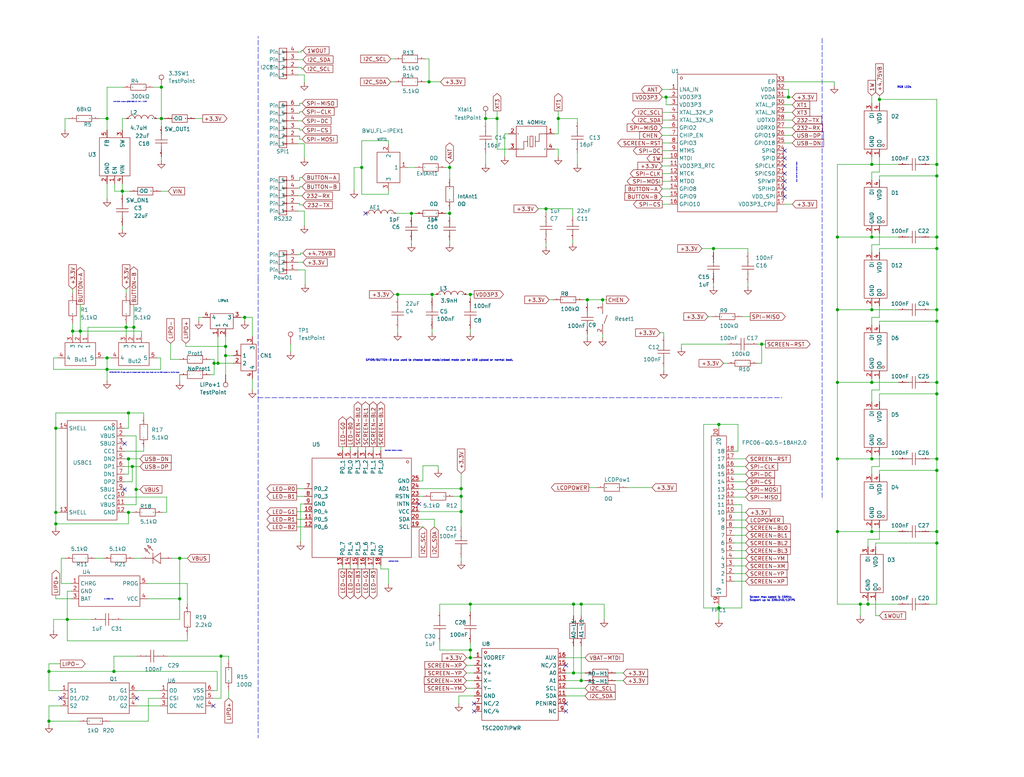
<source format=kicad_sch>
(kicad_sch (version 20250114) (generator "eeschema") (generator_version "9.0")
  (paper "User" 340.131 258.064)
  (text "only valid for external flash." (at 264.414 53.848 90) (effects (font (size 0.3048 0.3048)) (justify right top)))
  (text "Vref=0.6V, output=((300/43)+1)* Vref = 4.78V" (at -4.572 300.482 0) (effects (font (size 0.3048 0.3048)) (justify left top)))
  (text "Vref=0.6V, output=((300/68)+1)* Vref = 3.25V" (at 37.592 33.782 0) (effects (font (size 0.3048 0.3048)) (justify left top)))
  (text "RGB LEDs" (at 297.942 28.702 0) (effects (font (size 0.635 0.635)) (justify left top)))
  (text "Ic=1000V/Rp" (at 36.068 199.136 0) (effects (font (size 0.3048 0.3048))))
  (text "GPIO9/BUTTON-B also used to choose boot mode.\\nboot mode can be USB upload or normal boot." (at 121.412 119.38 0) (effects (font (size 0.635 0.635)) (justify left top)))
  (text "backlight default enable." (at 127.762 149.606 0) (effects (font (size 0.3048 0.3048)) (justify left top)))
  (text "GPIO9/BUTTON-B also used to choose boot mode. boot mode can be USB upload or normal boot." (at 36.322 123.698 0) (effects (font (size 0.3048 0.3048)) (justify left top)))
  (text "address=0x5a" (at 129.032 186.436 0) (effects (font (size 0.3048 0.3048)) (justify left top)))
  (text "Screen max speed is 15MHz.\nSupport up to 320x240/12FPS" (at 248.92 198.12 0) (effects (font (size 0.635 0.635)) (justify left top)))
  (junction (at 59.69 185.42))
  (junction (at 311.15 127))
  (junction (at 311.15 78.74))
  (junction (at 91.44 293.37))
  (junction (at 18.542 142.24))
  (junction (at 16.256 239.522))
  (junction (at 236.982 82.55))
  (junction (at 40.64 63.5))
  (junction (at 288.29 200.66))
  (junction (at 311.15 106.68))
  (junction (at 153.162 169.926))
  (junction (at 149.352 55.626))
  (junction (at 18.542 170.18))
  (junction (at 18.542 173.99))
  (junction (at 311.15 156.2354))
  (junction (at 153.162 164.846))
  (junction (at 193.04 226.06))
  (junction (at 11.43 272.415))
  (junction (at 311.15 176.5554))
  (junction (at 278.13 152.4))
  (junction (at 76.2 284.48))
  (junction (at 143.51 97.79))
  (junction (at 9.398 292.862))
  (junction (at 42.672 170.18))
  (junction (at 54.61 279.4))
  (junction (at 42.672 152.4))
  (junction (at 285.75 200.66))
  (junction (at 195.072 99.568))
  (junction (at 165.1 39.37))
  (junction (at 156.21 218.44))
  (junction (at 24.13 109.982))
  (junction (at 74.93 115.062))
  (junction (at 35.56 122.682))
  (junction (at 289.56 78.74))
  (junction (at 156.21 215.9))
  (junction (at 74.93 118.11))
  (junction (at 53.594 39.37))
  (junction (at 311.15 58.42))
  (junction (at 59.69 198.882))
  (junction (at 156.21 200.66))
  (junction (at 16.256 223.012))
  (junction (at -71.12 30.48))
  (junction (at 200.152 99.568))
  (junction (at 81.28 105.41))
  (junction (at 149.352 70.866))
  (junction (at 153.162 162.306))
  (junction (at 190.5 223.52))
  (junction (at 161.29 39.37))
  (junction (at 26.67 109.982))
  (junction (at -46.99 101.6))
  (junction (at 142.494 27.178))
  (junction (at 9.398 308.102))
  (junction (at 289.56 176.5554))
  (junction (at 53.594 28.956))
  (junction (at 278.13 78.74))
  (junction (at 289.56 102.87))
  (junction (at 72.39 120.65))
  (junction (at -31.242 25.4))
  (junction (at 136.652 70.866))
  (junction (at 238.76 140.97))
  (junction (at 190.5 200.66))
  (junction (at 181.356 69.342))
  (junction (at 92.456 -43.18))
  (junction (at 92.456 -27.94))
  (junction (at 44.45 108.712))
  (junction (at 311.15 102.87))
  (junction (at 289.56 54.61))
  (junction (at 311.15 82.55))
  (junction (at 120.142 55.626))
  (junction (at 238.76 201.93))
  (junction (at 292.1 33.02))
  (junction (at 289.56 127))
  (junction (at 311.15 130.81))
  (junction (at 37.846 223.012))
  (junction (at 41.91 108.712))
  (junction (at 261.874 32.258))
  (junction (at 35.56 39.37))
  (junction (at 43.942 154.94))
  (junction (at 278.13 176.5554))
  (junction (at 278.13 102.87))
  (junction (at 252.984 114.3))
  (junction (at 311.15 54.61))
  (junction (at 73.406 217.932))
  (junction (at 278.13 127))
  (junction (at 21.59 308.102))
  (junction (at 91.44 275.59))
  (junction (at 35.56 118.872))
  (junction (at 94.615 293.37))
  (junction (at 54.61 273.05))
  (junction (at 132.08 97.79))
  (junction (at 21.59 292.862))
  (junction (at 42.672 137.16))
  (junction (at 13.97 272.415))
  (junction (at 185.42 39.37))
  (junction (at 45.212 162.56))
  (junction (at -34.29 101.6))
  (junction (at 156.21 97.79))
  (junction (at 221.234 32.258))
  (junction (at 92.456 -14.732))
  (junction (at 289.56 152.4))
  (junction (at 311.15 180.3654))
  (junction (at 311.15 152.4))
  (junction (at 193.04 200.66))
  (junction (at 71.12 120.65))
  (junction (at 22.352 205.74))
  (no_connect (at 187.96 233.68))
  (no_connect (at 157.48 236.22))
  (no_connect (at 260.604 57.658))
  (no_connect (at 260.604 52.578))
  (no_connect (at 260.604 60.198))
  (no_connect (at 157.48 233.68))
  (no_connect (at 16.51 274.32))
  (no_connect (at 41.402 162.56))
  (no_connect (at 187.96 220.98))
  (no_connect (at 187.96 236.22))
  (no_connect (at 260.604 50.038))
  (no_connect (at 20.066 231.902))
  (no_connect (at 45.466 231.902))
  (no_connect (at 41.402 147.32))
  (no_connect (at -35.56 30.48))
  (no_connect (at 70.866 234.442))
  (no_connect (at 260.604 62.738))
  (no_connect (at 121.412 70.866))
  (no_connect (at 260.604 55.118))
  (no_connect (at 260.604 65.278))
  (no_connect (at 139.192 167.386))
  (wire (pts (xy 311.15 130.81) (xy 311.15 127)))
  (wire (pts (xy 9.398 313.182) (xy 9.398 308.102)))
  (wire (pts (xy 289.56 129.54) (xy 289.56 133.3754)))
  (wire (pts (xy -71.12 42.418) (xy -71.12 44.958)))
  (wire (pts (xy 41.91 97.282) (xy 41.91 96.012)))
  (wire (pts (xy 91.44 292.1) (xy 91.44 293.37)))
  (wire (pts (xy -58.928 101.6) (xy -59.69 101.6)))
  (wire (pts (xy 311.15 54.61) (xy 308.61 54.61)))
  (wire (pts (xy 99.568 67.564) (xy 99.568 68.072)))
  (wire (pts (xy 99.568 59.944) (xy 99.568 58.928)))
  (wire (pts (xy 289.56 57.15) (xy 289.56 59.69)))
  (wire (pts (xy 26.67 109.982) (xy 24.13 109.982)))
  (wire (pts (xy 22.352 212.852) (xy 22.352 205.74)))
  (wire (pts (xy 263.144 37.338) (xy 260.604 37.338)))
  (wire (pts (xy 263.144 44.958) (xy 260.604 44.958)))
  (wire (pts (xy 292.1 33.02) (xy 311.15 33.02)))
  (wire (pts (xy 248.412 82.55) (xy 236.982 82.55)))
  (wire (pts (xy 219.964 42.418) (xy 222.504 42.418)))
  (wire (pts (xy 121.412 148.336) (xy 121.412 149.606)))
  (wire (pts (xy 99.822 180.086) (xy 99.822 167.386)))
  (wire (pts (xy 289.56 83.82) (xy 289.56 81.28)))
  (wire (pts (xy 116.332 188.976) (xy 116.332 187.706)))
  (wire (pts (xy 132.08 97.79) (xy 130.81 97.79)))
  (wire (pts (xy 71.12 124.46) (xy 69.85 124.46)))
  (wire (pts (xy 216.535 161.925) (xy 208.28 161.925)))
  (wire (pts (xy 44.45 108.712) (xy 41.91 108.712)))
  (wire (pts (xy 97.79 293.37) (xy 94.615 293.37)))
  (wire (pts (xy 149.352 55.626) (xy 149.352 59.436)))
  (wire (pts (xy 263.144 39.878) (xy 260.604 39.878)))
  (wire (pts (xy 132.08 99.06) (xy 132.08 97.79)))
  (wire (pts (xy 247.65 180.34) (xy 243.84 180.34)))
  (wire (pts (xy 16.256 229.362) (xy 20.066 229.362)))
  (wire (pts (xy 187.96 231.14) (xy 194.31 231.14)))
  (wire (pts (xy 41.402 154.94) (xy 43.942 154.94)))
  (wire (pts (xy 118.872 188.976) (xy 118.872 187.706)))
  (wire (pts (xy 243.84 157.48) (xy 247.65 157.48)))
  (wire (pts (xy 243.84 187.96) (xy 247.65 187.96)))
  (wire (pts (xy -3.302 294.132) (xy -3.302 292.862)))
  (wire (pts (xy 21.59 308.102) (xy 9.398 308.102)))
  (wire (pts (xy 8.128 292.862) (xy 9.398 292.862)))
  (wire (pts (xy 243.84 172.72) (xy 247.65 172.72)))
  (wire (pts (xy 49.022 198.882) (xy 59.69 198.882)))
  (wire (pts (xy 146.304 27.178) (xy 142.494 27.178)))
  (wire (pts (xy 243.84 185.42) (xy 247.65 185.42)))
  (wire (pts (xy 44.45 108.712) (xy 44.45 101.092)))
  (wire (pts (xy 289.56 78.74) (xy 278.13 78.74)))
  (wire (pts (xy 62.23 212.852) (xy 22.352 212.852)))
  (wire (pts (xy 222.504 55.118) (xy 219.964 55.118)))
  (wire (pts (xy 99.568 42.672) (xy 99.568 43.18)))
  (wire (pts (xy -58.42 27.94) (xy -58.42 38.1)))
  (wire (pts (xy 23.622 193.802) (xy 20.32 193.802)))
  (wire (pts (xy 236.982 83.82) (xy 236.982 82.55)))
  (wire (pts (xy 34.29 118.872) (xy 35.56 118.872)))
  (wire (pts (xy 59.69 198.882) (xy 59.69 205.74)))
  (wire (pts (xy 308.61 152.4) (xy 311.15 152.4)))
  (wire (pts (xy 153.162 169.926) (xy 153.162 164.846)))
  (wire (pts (xy 132.08 109.22) (xy 132.08 110.49)))
  (wire (pts (xy 40.64 60.96) (xy 40.64 63.5)))
  (wire (pts (xy 152.4 231.14) (xy 157.48 231.14)))
  (wire (pts (xy 156.21 200.66) (xy 156.21 203.2)))
  (wire (pts (xy 40.64 205.74) (xy 59.69 205.74)))
  (wire (pts (xy 53.34 63.5) (xy 55.88 63.5)))
  (wire (pts (xy 191.77 39.37) (xy 185.42 39.37)))
  (wire (pts (xy 194.31 218.44) (xy 187.96 218.44)))
  (wire (pts (xy 18.542 142.24) (xy 18.542 170.18)))
  (wire (pts (xy 289.56 151.1554) (xy 289.56 152.4)))
  (wire (pts (xy 200.152 99.568) (xy 201.422 99.568)))
  (wire (pts (xy 99.568 35.052) (xy 99.568 34.29)))
  (wire (pts (xy 236.982 95.25) (xy 236.982 93.98)))
  (wire (pts (xy 99.06 40.132) (xy 100.33 40.132)))
  (wire (pts (xy 59.69 124.46) (xy 59.69 126.746)))
  (wire (pts (xy 44.45 185.42) (xy 46.99 185.42)))
  (wire (pts (xy 53.34 122.682) (xy 35.56 122.682)))
  (wire (pts (xy 18.542 142.24) (xy 19.812 142.24)))
  (wire (pts (xy 29.21 111.252) (xy 29.21 108.712)))
  (wire (pts (xy 292.1 101.6) (xy 292.1 105.41)))
  (wire (pts (xy 47.752 137.16) (xy 42.672 137.16)))
  (wire (pts (xy 123.952 188.976) (xy 123.952 187.706)))
  (wire (pts (xy 247.65 154.94) (xy 243.84 154.94)))
  (wire (pts (xy 243.84 162.56) (xy 247.65 162.56)))
  (wire (pts (xy -34.29 101.6) (xy -35.56 101.6)))
  (wire (pts (xy 241.554 114.3) (xy 226.314 114.3)))
  (wire (pts (xy 161.29 50.8) (xy 161.29 54.61)))
  (wire (pts (xy 238.76 201.93) (xy 238.76 200.66)))
  (wire (pts (xy 99.568 45.212) (xy 99.568 46.228)))
  (wire (pts (xy 149.352 79.756) (xy 149.352 81.026)))
  (wire (pts (xy 113.792 188.976) (xy 113.792 187.706)))
  (wire (pts (xy 298.45 176.5554) (xy 289.56 176.5554)))
  (wire (pts (xy 76.2 284.48) (xy 76.2 293.37)))
  (wire (pts (xy 139.192 164.846) (xy 140.462 164.846)))
  (wire (pts (xy 22.352 196.342) (xy 23.622 196.342)))
  (wire (pts (xy 35.56 122.682) (xy 35.56 126.492)))
  (wire (pts (xy 47.752 138.43) (xy 47.752 137.16)))
  (wire (pts (xy 42.672 173.99) (xy 42.672 170.18)))
  (wire (pts (xy 89.662 -58.166) (xy 92.456 -58.166)))
  (wire (pts (xy 156.21 215.9) (xy 146.05 215.9)))
  (wire (pts (xy 292.1 105.41) (xy 289.56 105.41)))
  (wire (pts (xy 195.072 99.568) (xy 195.072 100.838)))
  (wire (pts (xy 40.64 43.18) (xy 40.64 39.37)))
  (wire (pts (xy 99.568 61.976) (xy 100.33 61.976)))
  (wire (pts (xy -31.242 25.4) (xy -28.448 25.4)))
  (wire (pts (xy 311.15 102.87) (xy 308.61 102.87)))
  (wire (pts (xy 101.092 74.93) (xy 101.092 70.104)))
  (wire (pts (xy -33.02 128.27) (xy -35.56 128.27)))
  (wire (pts (xy 153.162 185.166) (xy 153.162 186.436)))
  (wire (pts (xy 66.04 105.41) (xy 66.04 106.68)))
  (wire (pts (xy 311.15 130.81) (xy 292.1 130.81)))
  (wire (pts (xy 91.44 275.59) (xy 94.615 275.59)))
  (wire (pts (xy 52.07 39.37) (xy 53.594 39.37)))
  (wire (pts (xy 99.06 70.104) (xy 101.092 70.104)))
  (wire (pts (xy 37.846 223.012) (xy 16.256 223.012)))
  (wire (pts (xy 311.15 130.81) (xy 311.15 152.4)))
  (wire (pts (xy 153.162 169.926) (xy 139.192 169.926)))
  (wire (pts (xy 99.568 62.484) (xy 99.568 61.976)))
  (wire (pts (xy -71.12 25.4) (xy -71.12 30.48)))
  (wire (pts (xy 101.346 94.488) (xy 101.346 89.662)))
  (wire (pts (xy 73.406 231.902) (xy 73.406 217.932)))
  (wire (pts (xy 200.66 200.66) (xy 193.04 200.66)))
  (wire (pts (xy 161.29 40.64) (xy 161.29 39.37)))
  (wire (pts (xy 11.43 272.415) (xy 11.43 274.32)))
  (wire (pts (xy 62.23 210.82) (xy 62.23 212.852)))
  (wire (pts (xy 46.99 109.982) (xy 46.99 111.252)))
  (wire (pts (xy 157.48 223.52) (xy 154.94 223.52)))
  (wire (pts (xy 99.822 84.074) (xy 99.822 84.582)))
  (wire (pts (xy 92.456 -27.94) (xy 92.456 -14.732)))
  (wire (pts (xy -3.302 309.372) (xy -3.302 308.102)))
  (wire (pts (xy 219.964 67.818) (xy 222.504 67.818)))
  (wire (pts (xy 89.154 -27.94) (xy 92.456 -27.94)))
  (wire (pts (xy 190.5 223.52) (xy 187.96 223.52)))
  (wire (pts (xy 222.504 34.798) (xy 221.234 34.798)))
  (wire (pts (xy 89.154 -35.56) (xy 96.012 -35.56)))
  (wire (pts (xy 99.568 68.072) (xy 100.584 68.072)))
  (wire (pts (xy 68.58 273.05) (xy 73.66 273.05)))
  (wire (pts (xy 8.128 308.102) (xy 9.398 308.102)))
  (wire (pts (xy 49.276 239.522) (xy 49.276 231.902)))
  (wire (pts (xy 75.946 217.932) (xy 75.946 219.202)))
  (wire (pts (xy 45.212 162.56) (xy 45.212 167.64)))
  (wire (pts (xy 101.092 24.892) (xy 101.092 27.432)))
  (wire (pts (xy 76.2 275.59) (xy 76.2 284.48)))
  (wire (pts (xy 289.56 152.4) (xy 298.45 152.4)))
  (wire (pts (xy 153.162 169.926) (xy 153.162 175.006)))
  (wire (pts (xy 222.504 39.878) (xy 219.964 39.878)))
  (wire (pts (xy 99.822 84.074) (xy 100.584 84.074)))
  (wire (pts (xy 83.82 111.76) (xy 83.82 105.41)))
  (wire (pts (xy 278.13 152.4) (xy 278.13 176.5554)))
  (wire (pts (xy 289.56 127) (xy 298.45 127)))
  (wire (pts (xy 200.152 99.568) (xy 200.152 100.838)))
  (wire (pts (xy 126.492 188.976) (xy 129.032 188.976)))
  (wire (pts (xy 16.51 292.862) (xy 21.59 292.862)))
  (wire (pts (xy 37.846 223.012) (xy 72.136 223.012)))
  (wire (pts (xy 292.1 106.68) (xy 311.15 106.68)))
  (wire (pts (xy -71.12 30.48) (xy -69.85 30.48)))
  (wire (pts (xy 289.56 107.95) (xy 289.56 105.41)))
  (wire (pts (xy 99.06 37.592) (xy 99.568 37.592)))
  (wire (pts (xy 120.142 55.626) (xy 120.142 46.736)))
  (wire (pts (xy 243.84 165.1) (xy 247.65 165.1)))
  (wire (pts (xy 142.494 27.178) (xy 142.494 19.558)))
  (wire (pts (xy 263.144 42.418) (xy 260.604 42.418)))
  (wire (pts (xy 220.472 111.76) (xy 220.472 110.49)))
  (wire (pts (xy 311.15 78.74) (xy 311.15 58.42)))
  (wire (pts (xy 144.272 172.466) (xy 144.272 175.006)))
  (wire (pts (xy 153.162 164.846) (xy 153.162 162.306)))
  (wire (pts (xy 219.964 47.498) (xy 222.504 47.498)))
  (wire (pts (xy 140.462 154.686) (xy 140.462 159.766)))
  (wire (pts (xy 221.234 34.798) (xy 221.234 32.258)))
  (wire (pts (xy 101.092 175.006) (xy 98.552 175.006)))
  (wire (pts (xy 243.84 152.4) (xy 247.65 152.4)))
  (wire (pts (xy 220.472 110.49) (xy 219.202 110.49)))
  (wire (pts (xy 290.83 204.47) (xy 292.1 204.47)))
  (wire (pts (xy 190.5 223.52) (xy 190.5 214.63)))
  (wire (pts (xy 157.48 228.6) (xy 154.94 228.6)))
  (wire (pts (xy 261.874 32.258) (xy 260.604 32.258)))
  (wire (pts (xy 292.1 130.81) (xy 292.1 133.3754)))
  (wire (pts (xy 289.56 127) (xy 278.13 127)))
  (wire (pts (xy 146.05 200.66) (xy 146.05 203.2)))
  (wire (pts (xy 165.1 36.83) (xy 165.1 39.37)))
  (wire (pts (xy 16.256 220.472) (xy 16.256 223.012)))
  (wire (pts (xy 35.56 122.682) (xy 35.56 118.872)))
  (wire (pts (xy 140.462 159.766) (xy 139.192 159.766)))
  (wire (pts (xy 59.69 185.42) (xy 62.23 185.42)))
  (wire (pts (xy 81.28 105.41) (xy 80.01 105.41)))
  (wire (pts (xy -55.88 27.94) (xy -58.42 27.94)))
  (wire (pts (xy 219.964 37.338) (xy 222.504 37.338)))
  (wire (pts (xy 263.144 47.498) (xy 260.604 47.498)))
  (wire (pts (xy 117.602 55.626) (xy 120.142 55.626)))
  (wire (pts (xy 245.11 149.86) (xy 243.84 149.86)))
  (wire (pts (xy 278.13 152.4) (xy 278.13 127)))
  (wire (pts (xy 123.952 149.606) (xy 123.952 148.336)))
  (wire (pts (xy 9.398 306.832) (xy 9.398 308.102)))
  (wire (pts (xy 137.922 55.626) (xy 135.382 55.626)))
  (wire (pts (xy 55.372 165.1) (xy 55.372 170.18)))
  (wire (pts (xy 99.568 37.084) (xy 100.33 37.084)))
  (wire (pts (xy 75.946 217.932) (xy 73.406 217.932)))
  (wire (pts (xy 41.402 152.4) (xy 42.672 152.4)))
  (wire (pts (xy 53.34 122.682) (xy 53.34 118.872)))
  (wire (pts (xy 13.97 267.97) (xy 13.97 272.415)))
  (wire (pts (xy 278.13 152.4) (xy 289.56 152.4)))
  (wire (pts (xy 40.64 63.5) (xy 43.18 63.5)))
  (wire (pts (xy 71.12 120.65) (xy 71.12 124.46)))
  (wire (pts (xy 92.456 -43.18) (xy 92.456 -27.94)))
  (wire (pts (xy 11.43 272.415) (xy 13.97 272.415)))
  (wire (pts (xy 251.714 114.3) (xy 252.984 114.3)))
  (wire (pts (xy 243.84 182.88) (xy 247.65 182.88)))
  (wire (pts (xy 33.02 39.37) (xy 35.56 39.37)))
  (wire (pts (xy 278.13 176.5554) (xy 289.56 176.5554)))
  (wire (pts (xy 89.154 -30.48) (xy 96.012 -30.48)))
  (wire (pts (xy 54.61 273.05) (xy 58.42 273.05)))
  (wire (pts (xy 278.13 127) (xy 278.13 102.87)))
  (wire (pts (xy 41.402 142.24) (xy 42.672 142.24)))
  (wire (pts (xy 195.072 110.998) (xy 195.072 112.268)))
  (wire (pts (xy 243.84 167.64) (xy 246.38 167.64)))
  (wire (pts (xy 21.59 292.862) (xy 21.59 294.64)))
  (wire (pts (xy 21.59 272.415) (xy 21.59 276.86)))
  (wire (pts (xy 45.212 167.64) (xy 41.402 167.64)))
  (wire (pts (xy 292.1 31.75) (xy 292.1 33.02)))
  (wire (pts (xy 16.256 223.012) (xy 16.256 229.362)))
  (wire (pts (xy 22.352 196.342) (xy 22.352 205.74)))
  (wire (pts (xy 74.93 115.062) (xy 74.93 118.11)))
  (wire (pts (xy 157.48 218.44) (xy 156.21 218.44)))
  (wire (pts (xy 44.45 111.252) (xy 44.45 108.712)))
  (wire (pts (xy 99.06 89.662) (xy 101.346 89.662)))
  (wire (pts (xy 38.1 63.5) (xy 40.64 63.5)))
  (wire (pts (xy 41.91 39.37) (xy 40.64 39.37)))
  (wire (pts (xy 99.822 84.582) (xy 99.06 84.582)))
  (wire (pts (xy 144.272 172.466) (xy 139.192 172.466)))
  (wire (pts (xy 59.69 185.42) (xy 59.69 198.882)))
  (wire (pts (xy -59.69 30.48) (xy -55.88 30.48)))
  (polyline (pts (xy 85.725 92.71) (xy 85.725 132.08)) (stroke (width 0) (type dash)))
  (wire (pts (xy 251.714 120.65) (xy 252.984 120.65)))
  (wire (pts (xy -18.288 25.4) (xy -16.51 25.4)))
  (wire (pts (xy 99.06 47.752) (xy 101.092 47.752)))
  (wire (pts (xy -34.29 106.68) (xy -34.29 101.6)))
  (wire (pts (xy -31.242 25.4) (xy -31.242 27.94)))
  (wire (pts (xy -45.72 101.6) (xy -46.99 101.6)))
  (wire (pts (xy 99.06 19.812) (xy 100.584 19.812)))
  (wire (pts (xy 89.662 -60.706) (xy 96.012 -60.706)))
  (wire (pts (xy 219.964 29.718) (xy 222.504 29.718)))
  (wire (pts (xy 220.472 121.92) (xy 220.472 123.19)))
  (wire (pts (xy 55.372 170.18) (xy 54.102 170.18)))
  (wire (pts (xy 278.13 78.74) (xy 278.13 102.87)))
  (wire (pts (xy 246.634 105.156) (xy 249.174 105.156)))
  (wire (pts (xy 41.402 170.18) (xy 42.672 170.18)))
  (wire (pts (xy 72.136 229.362) (xy 70.866 229.362)))
  (wire (pts (xy 99.06 87.122) (xy 100.584 87.122)))
  (wire (pts (xy 141.224 27.178) (xy 142.494 27.178)))
  (wire (pts (xy -55.88 25.4) (xy -71.12 25.4)))
  (wire (pts (xy 99.06 45.212) (xy 99.568 45.212)))
  (wire (pts (xy 49.022 193.802) (xy 62.23 193.802)))
  (wire (pts (xy 35.56 28.956) (xy 35.56 39.37)))
  (wire (pts (xy 278.13 54.61) (xy 289.56 54.61)))
  (wire (pts (xy 167.64 44.45) (xy 168.91 44.45)))
  (wire (pts (xy 41.91 108.712) (xy 41.91 111.252)))
  (wire (pts (xy 72.136 229.362) (xy 72.136 223.012)))
  (wire (pts (xy 55.626 217.932) (xy 73.406 217.932)))
  (wire (pts (xy 292.1 156.2354) (xy 311.15 156.2354)))
  (wire (pts (xy 143.51 99.06) (xy 143.51 97.79)))
  (wire (pts (xy 41.402 160.02) (xy 43.942 160.02)))
  (wire (pts (xy 157.48 226.06) (xy 154.94 226.06)))
  (wire (pts (xy 285.75 200.66) (xy 288.29 200.66)))
  (wire (pts (xy 118.872 149.606) (xy 118.872 148.336)))
  (wire (pts (xy 40.64 63.5) (xy 40.64 64.77)))
  (wire (pts (xy -71.12 30.48) (xy -71.12 32.258)))
  (wire (pts (xy 86.36 292.1) (xy 86.36 293.37)))
  (wire (pts (xy -2.032 285.242) (xy -2.032 283.972)))
  (wire (pts (xy 20.32 185.42) (xy 20.32 193.802)))
  (wire (pts (xy 184.15 49.53) (xy 185.42 49.53)))
  (wire (pts (xy 139.192 175.006) (xy 140.462 175.006)))
  (wire (pts (xy 53.594 52.07) (xy 53.594 53.34)))
  (wire (pts (xy 311.15 102.87) (xy 311.15 82.55)))
  (wire (pts (xy 51.054 28.956) (xy 53.594 28.956)))
  (wire (pts (xy 89.408 -17.272) (xy 96.012 -17.272)))
  (wire (pts (xy 99.06 59.944) (xy 99.568 59.944)))
  (wire (pts (xy 11.43 292.1) (xy 11.43 292.862)))
  (wire (pts (xy 190.5 204.47) (xy 190.5 200.66)))
  (wire (pts (xy 136.652 79.756) (xy 136.652 81.026)))
  (wire (pts (xy 289.56 54.61) (xy 298.45 54.61)))
  (wire (pts (xy 74.93 111.76) (xy 74.93 115.062)))
  (wire (pts (xy -2.032 272.415) (xy 11.43 272.415)))
  (wire (pts (xy 226.314 115.57) (xy 226.314 114.3)))
  (wire (pts (xy 99.568 43.18) (xy 100.33 43.18)))
  (wire (pts (xy 37.846 217.932) (xy 37.846 223.012)))
  (wire (pts (xy 292.1 81.28) (xy 289.56 81.28)))
  (wire (pts (xy 190.5 200.66) (xy 156.21 200.66)))
  (wire (pts (xy -30.48 102.87) (xy -30.48 101.6)))
  (wire (pts (xy 56.642 119.38) (xy 56.642 114.046)))
  (wire (pts (xy 56.642 119.38) (xy 59.69 119.38)))
  (wire (pts (xy 240.284 120.65) (xy 241.554 120.65)))
  (wire (pts (xy 53.594 39.37) (xy 53.594 41.91)))
  (wire (pts (xy 143.51 97.79) (xy 144.78 97.79)))
  (wire (pts (xy 18.542 173.99) (xy 42.672 173.99)))
  (wire (pts (xy 149.352 70.866) (xy 149.352 69.596)))
  (wire (pts (xy 292.1 179.0954) (xy 292.1 175.2854)))
  (wire (pts (xy 292.1 59.69) (xy 292.1 58.42)))
  (wire (pts (xy 289.56 78.74) (xy 289.56 77.47)))
  (wire (pts (xy 99.06 17.272) (xy 100.076 17.272)))
  (wire (pts (xy 184.15 44.45) (xy 185.42 44.45)))
  (wire (pts (xy 243.84 177.8) (xy 247.65 177.8)))
  (wire (pts (xy 73.406 231.902) (xy 70.866 231.902)))
  (wire (pts (xy 71.12 119.38) (xy 69.85 119.38)))
  (wire (pts (xy 9.398 292.862) (xy 11.43 292.862)))
  (wire (pts (xy 40.64 74.93) (xy 40.64 76.2)))
  (wire (pts (xy 113.792 149.606) (xy 113.792 148.336)))
  (wire (pts (xy 37.846 217.932) (xy 45.466 217.932)))
  (wire (pts (xy 288.29 200.66) (xy 298.45 200.66)))
  (wire (pts (xy 278.13 102.87) (xy 289.56 102.87)))
  (wire (pts (xy 156.21 218.44) (xy 156.21 215.9)))
  (wire (pts (xy 200.152 110.998) (xy 200.152 112.268)))
  (wire (pts (xy 289.56 175.2854) (xy 289.56 176.5554)))
  (wire (pts (xy 76.2 293.37) (xy 81.28 293.37)))
  (wire (pts (xy -35.56 106.68) (xy -34.29 106.68)))
  (wire (pts (xy 100.076 22.352) (xy 100.076 22.86)))
  (wire (pts (xy 178.816 69.342) (xy 181.356 69.342)))
  (wire (pts (xy 101.092 167.386) (xy 99.822 167.386)))
  (wire (pts (xy -35.56 25.4) (xy -31.242 25.4)))
  (wire (pts (xy 101.092 164.846) (xy 98.552 164.846)))
  (wire (pts (xy 311.15 176.5554) (xy 311.15 156.2354)))
  (wire (pts (xy 193.04 226.06) (xy 187.96 226.06)))
  (wire (pts (xy 46.482 152.4) (xy 42.672 152.4)))
  (wire (pts (xy 35.56 60.96) (xy 35.56 66.04)))
  (wire (pts (xy 91.44 293.37) (xy 94.615 293.37)))
  (wire (pts (xy 221.234 32.258) (xy 222.504 32.258)))
  (wire (pts (xy 145.542 154.686) (xy 145.542 155.956)))
  (wire (pts (xy 18.542 137.16) (xy 18.542 142.24)))
  (wire (pts (xy 219.964 57.658) (xy 222.504 57.658)))
  (wire (pts (xy -2.032 273.812) (xy -2.032 272.415)))
  (wire (pts (xy 149.352 70.866) (xy 148.082 70.866)))
  (wire (pts (xy 260.604 27.178) (xy 277.114 27.178)))
  (wire (pts (xy 81.28 276.86) (xy 81.28 275.59)))
  (wire (pts (xy 191.77 54.61) (xy 191.77 50.8)))
  (wire (pts (xy -72.39 30.48) (xy -71.12 30.48)))
  (wire (pts (xy 243.84 190.5) (xy 247.65 190.5)))
  (wire (pts (xy 311.15 180.3654) (xy 311.15 200.66)))
  (wire (pts (xy 101.092 169.926) (xy 98.552 169.926)))
  (wire (pts (xy 101.092 162.306) (xy 98.552 162.306)))
  (wire (pts (xy 75.946 229.362) (xy 75.946 231.902)))
  (wire (pts (xy 61.722 115.062) (xy 61.722 114.046)))
  (wire (pts (xy 126.492 187.706) (xy 126.492 188.976)))
  (wire (pts (xy 311.15 106.68) (xy 311.15 127)))
  (polyline (pts (xy 85.725 132.08) (xy 259.715 132.08)) (stroke (width 0) (type dash)))
  (wire (pts (xy 140.462 154.686) (xy 145.542 154.686)))
  (wire (pts (xy -31.242 38.1) (xy -31.242 39.37)))
  (wire (pts (xy 83.82 125.73) (xy 83.82 129.54)))
  (wire (pts (xy 311.15 176.5554) (xy 308.61 176.5554)))
  (wire (pts (xy 311.15 152.4) (xy 311.15 156.2354)))
  (wire (pts (xy 26.67 109.982) (xy 26.67 101.092)))
  (wire (pts (xy 101.092 52.578) (xy 101.092 47.752)))
  (wire (pts (xy 153.162 164.846) (xy 150.622 164.846)))
  (wire (pts (xy 47.752 149.86) (xy 47.752 148.59)))
  (wire (pts (xy 288.29 179.0954) (xy 292.1 179.0954)))
  (wire (pts (xy 238.76 140.97) (xy 233.68 140.97)))
  (wire (pts (xy 289.56 154.9654) (xy 292.1 154.9654)))
  (wire (pts (xy 16.256 239.522) (xy 16.256 234.442)))
  (wire (pts (xy 292.1 82.55) (xy 311.15 82.55)))
  (wire (pts (xy 94.615 293.37) (xy 94.615 275.59)))
  (wire (pts (xy 278.13 78.74) (xy 278.13 54.61)))
  (wire (pts (xy 204.47 226.06) (xy 207.01 226.06)))
  (wire (pts (xy 69.342 284.48) (xy 76.2 284.48)))
  (wire (pts (xy -2.032 292.862) (xy -3.302 292.862)))
  (wire (pts (xy 44.958 279.4) (xy 54.61 279.4)))
  (wire (pts (xy 21.59 39.37) (xy 22.86 39.37)))
  (wire (pts (xy 153.162 162.306) (xy 139.192 162.306)))
  (wire (pts (xy 254.254 114.3) (xy 252.984 114.3)))
  (wire (pts (xy 277.114 28.448) (xy 277.114 27.178)))
  (wire (pts (xy 81.28 105.41) (xy 83.82 105.41)))
  (wire (pts (xy 18.542 170.18) (xy 18.542 173.99)))
  (wire (pts (xy 59.182 284.48) (xy 54.61 284.48)))
  (wire (pts (xy 86.36 275.59) (xy 91.44 275.59)))
  (wire (pts (xy 41.91 108.712) (xy 41.91 107.442)))
  (wire (pts (xy -2.032 308.102) (xy -3.302 308.102)))
  (wire (pts (xy 156.21 109.22) (xy 156.21 110.49)))
  (wire (pts (xy 16.51 292.1) (xy 16.51 292.862)))
  (wire (pts (xy 248.412 82.55) (xy 248.412 83.82)))
  (wire (pts (xy 99.568 46.228) (xy 100.33 46.228)))
  (wire (pts (xy 289.56 129.54) (xy 292.1 129.54)))
  (wire (pts (xy 16.256 240.792) (xy 16.256 239.522)))
  (wire (pts (xy 149.352 55.626) (xy 148.082 55.626)))
  (wire (pts (xy 311.15 127) (xy 308.61 127)))
  (wire (pts (xy 129.032 63.246) (xy 129.032 64.516)))
  (wire (pts (xy 92.456 -14.732) (xy 92.456 -6.858)))
  (wire (pts (xy 45.212 162.56) (xy 45.212 144.78)))
  (wire (pts (xy 131.064 27.178) (xy 129.794 27.178)))
  (wire (pts (xy 20.066 234.442) (xy 16.256 234.442)))
  (wire (pts (xy 45.466 229.362) (xy 53.086 229.362)))
  (wire (pts (xy 126.492 149.606) (xy 126.492 148.336)))
  (wire (pts (xy 233.68 201.93) (xy 238.76 201.93)))
  (wire (pts (xy -46.99 101.6) (xy -48.768 101.6)))
  (wire (pts (xy 238.76 201.93) (xy 238.76 205.74)))
  (wire (pts (xy 120.142 55.626) (xy 120.142 64.516)))
  (wire (pts (xy 289.56 78.74) (xy 298.45 78.74)))
  (wire (pts (xy 99.06 62.484) (xy 99.568 62.484)))
  (wire (pts (xy 92.456 -58.166) (xy 92.456 -43.18)))
  (wire (pts (xy 308.61 200.66) (xy 311.15 200.66)))
  (wire (pts (xy 54.61 270.51) (xy 54.61 273.05)))
  (wire (pts (xy 24.13 109.982) (xy 24.13 107.442)))
  (wire (pts (xy 26.416 239.522) (xy 16.256 239.522)))
  (wire (pts (xy 165.1 39.37) (xy 165.1 49.53)))
  (wire (pts (xy 236.474 105.156) (xy 235.204 105.156)))
  (wire (pts (xy 219.964 62.738) (xy 222.504 62.738)))
  (wire (pts (xy 13.97 272.415) (xy 21.59 272.415)))
  (wire (pts (xy 54.61 279.4) (xy 54.61 284.48)))
  (wire (pts (xy -46.99 106.68) (xy -46.99 101.6)))
  (wire (pts (xy -30.48 101.6) (xy -34.29 101.6)))
  (wire (pts (xy 99.568 34.29) (xy 100.33 34.29)))
  (wire (pts (xy 278.13 176.5554) (xy 278.13 200.66)))
  (wire (pts (xy 290.83 181.61) (xy 290.83 180.3654)))
  (wire (pts (xy 121.412 188.976) (xy 121.412 187.706)))
  (wire (pts (xy 165.1 49.53) (xy 168.91 49.53)))
  (wire (pts (xy 238.76 142.24) (xy 238.76 140.97)))
  (wire (pts (xy 35.56 122.682) (xy 17.78 122.682)))
  (wire (pts (xy 222.504 44.958) (xy 219.964 44.958)))
  (wire (pts (xy 18.542 197.612) (xy 18.542 198.882)))
  (wire (pts (xy 292.1 77.47) (xy 292.1 81.28)))
  (wire (pts (xy 195.072 99.568) (xy 200.152 99.568)))
  (wire (pts (xy 129.032 188.976) (xy 129.032 194.056)))
  (wire (pts (xy 81.28 106.68) (xy 81.28 105.41)))
  (wire (pts (xy 71.12 119.38) (xy 71.12 120.65)))
  (wire (pts (xy 42.672 137.16) (xy 42.672 142.24)))
  (wire (pts (xy 100.076 16.764) (xy 100.584 16.764)))
  (wire (pts (xy 81.28 292.1) (xy 81.28 293.37)))
  (wire (pts (xy 285.75 204.47) (xy 285.75 200.66)))
  (wire (pts (xy 21.59 39.37) (xy 21.59 43.18)))
  (wire (pts (xy 292.1 52.07) (xy 292.1 57.15)))
  (wire (pts (xy 31.75 185.42) (xy 34.29 185.42)))
  (wire (pts (xy 89.408 -19.812) (xy 96.012 -19.812)))
  (wire (pts (xy 41.402 149.86) (xy 47.752 149.86)))
  (wire (pts (xy 19.812 170.18) (xy 18.542 170.18)))
  (wire (pts (xy 99.06 22.352) (xy 100.076 22.352)))
  (wire (pts (xy 219.964 32.258) (xy 221.234 32.258)))
  (wire (pts (xy 131.064 19.558) (xy 129.794 19.558)))
  (wire (pts (xy 89.408 -43.18) (xy 92.456 -43.18)))
  (wire (pts (xy 43.942 170.18) (xy 42.672 170.18)))
  (wire (pts (xy 26.67 111.252) (xy 26.67 109.982)))
  (wire (pts (xy 222.504 60.198) (xy 219.964 60.198)))
  (wire (pts (xy 290.83 199.39) (xy 290.83 204.47)))
  (wire (pts (xy 61.722 115.062) (xy 74.93 115.062)))
  (wire (pts (xy 89.662 -65.786) (xy 96.012 -65.786)))
  (wire (pts (xy 35.56 39.37) (xy 35.56 43.18)))
  (wire (pts (xy 149.352 70.866) (xy 149.352 72.136)))
  (wire (pts (xy 222.504 65.278) (xy 219.964 65.278)))
  (wire (pts (xy 311.15 102.87) (xy 311.15 106.68)))
  (wire (pts (xy 292.1 83.82) (xy 292.1 82.55)))
  (wire (pts (xy 129.032 46.736) (xy 120.142 46.736)))
  (wire (pts (xy 89.408 -45.72) (xy 96.012 -45.72)))
  (wire (pts (xy 238.76 201.93) (xy 246.38 201.93)))
  (wire (pts (xy 246.38 201.93) (xy 246.38 167.64)))
  (wire (pts (xy 74.93 118.11) (xy 74.93 124.46)))
  (wire (pts (xy 45.466 234.442) (xy 53.086 234.442)))
  (wire (pts (xy 193.04 226.06) (xy 194.31 226.06)))
  (wire (pts (xy 72.39 120.65) (xy 77.47 120.65)))
  (wire (pts (xy 18.542 175.26) (xy 18.542 173.99)))
  (wire (pts (xy 156.21 213.36) (xy 156.21 215.9)))
  (wire (pts (xy 153.162 157.226) (xy 153.162 162.306)))
  (wire (pts (xy 233.68 140.97) (xy 233.68 201.93)))
  (wire (pts (xy 290.83 180.3654) (xy 311.15 180.3654)))
  (wire (pts (xy 263.144 67.818) (xy 260.604 67.818)))
  (wire (pts (xy 193.04 226.06) (xy 193.04 214.63)))
  (wire (pts (xy 13.97 272.415) (xy 13.97 274.32)))
  (wire (pts (xy 288.29 179.0954) (xy 288.29 181.61)))
  (wire (pts (xy 289.56 101.6) (xy 289.56 102.87)))
  (wire (pts (xy 278.13 200.66) (xy 285.75 200.66)))
  (wire (pts (xy 233.172 82.55) (xy 236.982 82.55)))
  (wire (pts (xy 54.61 273.05) (xy 54.61 279.4)))
  (wire (pts (xy 289.56 157.5054) (xy 289.56 154.9654)))
  (wire (pts (xy 311.15 82.55) (xy 311.15 78.74)))
  (wire (pts (xy 292.1 58.42) (xy 311.15 58.42)))
  (polyline (pts (xy 85.725 92.71) (xy 85.725 12.065)) (stroke (width 0) (type dash)))
  (wire (pts (xy 46.99 109.982) (xy 26.67 109.982)))
  (wire (pts (xy 99.06 35.052) (xy 99.568 35.052)))
  (wire (pts (xy 292.1 154.9654) (xy 292.1 151.1554)))
  (wire (pts (xy 64.77 39.37) (xy 67.31 39.37)))
  (wire (pts (xy 190.246 69.342) (xy 181.356 69.342)))
  (wire (pts (xy 181.356 70.612) (xy 181.356 69.342)))
  (wire (pts (xy 136.652 70.866) (xy 136.652 72.136)))
  (wire (pts (xy 89.408 -14.732) (xy 92.456 -14.732)))
  (wire (pts (xy 245.11 149.86) (xy 245.11 140.97)))
  (wire (pts (xy 57.15 185.42) (xy 59.69 185.42)))
  (wire (pts (xy 311.15 33.02) (xy 311.15 54.61)))
  (wire (pts (xy 99.06 42.672) (xy 99.568 42.672)))
  (wire (pts (xy 143.51 109.22) (xy 143.51 110.49)))
  (wire (pts (xy 156.21 97.79) (xy 157.48 97.79)))
  (wire (pts (xy 71.12 120.65) (xy 72.39 120.65)))
  (wire (pts (xy 89.154 -33.02) (xy 96.012 -33.02)))
  (wire (pts (xy 13.97 292.1) (xy 13.97 293.37)))
  (wire (pts (xy 89.408 -48.26) (xy 96.012 -48.26)))
  (wire (pts (xy 204.47 223.52) (xy 207.01 223.52)))
  (wire (pts (xy 298.45 102.87) (xy 289.56 102.87)))
  (wire (pts (xy 116.332 149.606) (xy 116.332 148.336)))
  (wire (pts (xy 137.922 70.866) (xy 136.652 70.866)))
  (wire (pts (xy 41.91 108.712) (xy 29.21 108.712)))
  (wire (pts (xy 219.964 52.578) (xy 222.504 52.578)))
  (wire (pts (xy 156.21 97.79) (xy 154.94 97.79)))
  (wire (pts (xy 243.84 170.18) (xy 247.65 170.18)))
  (wire (pts (xy 193.04 200.66) (xy 190.5 200.66)))
  (wire (pts (xy 190.5 223.52) (xy 194.31 223.52)))
  (wire (pts (xy 311.15 176.5554) (xy 311.15 180.3654)))
  (wire (pts (xy 43.942 154.94) (xy 43.942 160.02)))
  (wire (pts (xy 41.402 165.1) (xy 55.372 165.1)))
  (wire (pts (xy 129.032 64.516) (xy 120.142 64.516)))
  (wire (pts (xy 99.06 65.024) (xy 100.33 65.024)))
  (wire (pts (xy 117.602 55.626) (xy 117.602 63.246)))
  (wire (pts (xy 101.092 172.466) (xy 98.552 172.466)))
  (wire (pts (xy 99.06 67.564) (xy 99.568 67.564)))
  (wire (pts (xy 187.96 228.6) (xy 194.31 228.6)))
  (wire (pts (xy 136.652 70.866) (xy 131.572 70.866)))
  (wire (pts (xy 100.076 17.272) (xy 100.076 16.764)))
  (wire (pts (xy 193.04 204.47) (xy 193.04 200.66)))
  (wire (pts (xy 96.52 114.3) (xy 96.52 116.84)))
  (wire (pts (xy 99.568 37.592) (xy 99.568 37.084)))
  (wire (pts (xy 185.42 49.53) (xy 185.42 52.07)))
  (wire (pts (xy 42.672 152.4) (xy 42.672 157.48)))
  (wire (pts (xy 67.31 105.41) (xy 66.04 105.41)))
  (wire (pts (xy 261.874 29.718) (xy 261.874 32.258)))
  (wire (pts (xy 146.05 215.9) (xy 146.05 213.36)))
  (wire (pts (xy -46.99 128.27) (xy -45.72 128.27)))
  (wire (pts (xy 193.802 99.568) (xy 195.072 99.568)))
  (wire (pts (xy 10.16 267.97) (xy 13.97 267.97)))
  (wire (pts (xy 46.482 162.56) (xy 45.212 162.56)))
  (wire (pts (xy 49.276 239.522) (xy 36.576 239.522)))
  (wire (pts (xy 190.246 71.882) (xy 190.246 69.342)))
  (wire (pts (xy 49.276 231.902) (xy 53.086 231.902)))
  (wire (pts (xy 243.84 175.26) (xy 247.65 175.26)))
  (wire (pts (xy 89.408 -22.352) (xy 96.012 -22.352)))
  (wire (pts (xy 89.408 -50.8) (xy 96.012 -50.8)))
  (wire (pts (xy 161.29 39.37) (xy 165.1 39.37)))
  (wire (pts (xy 36.83 118.872) (xy 35.56 118.872)))
  (wire (pts (xy 292.1 106.68) (xy 292.1 107.95)))
  (wire (pts (xy 200.66 200.66) (xy 200.66 205.74)))
  (wire (pts (xy 99.06 24.892) (xy 101.092 24.892)))
  (wire (pts (xy -85.09 30.48) (xy -82.55 30.48)))
  (wire (pts (xy 17.78 118.872) (xy 17.78 122.682)))
  (wire (pts (xy 53.594 28.956) (xy 53.594 39.37)))
  (wire (pts (xy 195.58 161.925) (xy 198.12 161.925)))
  (wire (pts (xy 292.1 157.5054) (xy 292.1 156.2354)))
  (wire (pts (xy 185.42 36.83) (xy 185.42 39.37)))
  (wire (pts (xy 292.1 33.02) (xy 292.1 34.29)))
  (wire (pts (xy 62.23 193.802) (xy 62.23 200.66)))
  (wire (pts (xy 24.13 109.982) (xy 24.13 111.252)))
  (wire (pts (xy 191.77 39.37) (xy 191.77 40.64)))
  (wire (pts (xy 156.21 97.79) (xy 156.21 99.06)))
  (wire (pts (xy 18.542 137.16) (xy 42.672 137.16)))
  (wire (pts (xy -46.99 96.52) (xy -44.45 96.52)))
  (wire (pts (xy 86.36 275.59) (xy 86.36 276.86)))
  (wire (pts (xy 292.1 129.54) (xy 292.1 125.73)))
  (wire (pts (xy 74.93 118.11) (xy 77.47 118.11)))
  (wire (pts (xy -46.99 101.6) (xy -46.99 96.52)))
  (polyline (pts (xy 273.05 12.7) (xy 273.05 165.862)) (stroke (width 0) (type dash)))
  (wire (pts (xy 141.224 19.558) (xy 142.494 19.558)))
  (wire (pts (xy 129.032 48.006) (xy 129.032 46.736)))
  (wire (pts (xy 42.672 157.48) (xy 41.402 157.48)))
  (wire (pts (xy 152.4 233.68) (xy 152.4 231.14)))
  (wire (pts (xy 17.78 209.55) (xy 17.78 205.74)))
  (wire (pts (xy 46.482 154.94) (xy 43.942 154.94)))
  (wire (pts (xy 289.56 52.07) (xy 289.56 54.61)))
  (wire (pts (xy 288.29 199.39) (xy 288.29 200.66)))
  (wire (pts (xy 76.2 275.59) (xy 81.28 275.59)))
  (wire (pts (xy 182.372 99.568) (xy 183.642 99.568)))
  (wire (pts (xy 222.504 50.038) (xy 219.964 50.038)))
  (wire (pts (xy -46.99 106.68) (xy -45.72 106.68)))
  (wire (pts (xy 40.894 28.956) (xy 35.56 28.956)))
  (wire (pts (xy 247.65 160.02) (xy 243.84 160.02)))
  (wire (pts (xy 146.05 200.66) (xy 156.21 200.66)))
  (wire (pts (xy 292.1 57.15) (xy 289.56 57.15)))
  (wire (pts (xy 23.622 198.882) (xy 18.542 198.882)))
  (wire (pts (xy 154.94 218.44) (xy 156.21 218.44)))
  (wire (pts (xy 20.066 220.472) (xy 16.256 220.472)))
  (polyline (pts (xy 85.725 132.08) (xy 85.725 245.11)) (stroke (width 0) (type dash)))
  (wire (pts (xy 10.668 313.182) (xy 9.398 313.182)))
  (wire (pts (xy 99.568 58.928) (xy 100.33 58.928)))
  (wire (pts (xy 21.59 185.42) (xy 20.32 185.42)))
  (wire (pts (xy 289.56 127) (xy 289.56 125.73)))
  (wire (pts (xy 72.39 111.76) (xy 72.39 120.65)))
  (wire (pts (xy 38.1 63.5) (xy 38.1 60.96)))
  (wire (pts (xy 248.412 95.25) (xy 248.412 93.98)))
  (wire (pts (xy 21.59 304.8) (xy 21.59 308.102)))
  (wire (pts (xy 252.984 120.65) (xy 252.984 114.3)))
  (wire (pts (xy 143.51 97.79) (xy 132.08 97.79)))
  (wire (pts (xy 24.13 97.282) (xy 24.13 96.012)))
  (wire (pts (xy 53.594 39.37) (xy 54.61 39.37)))
  (wire (pts (xy 157.48 220.98) (xy 154.94 220.98)))
  (wire (pts (xy 91.44 275.59) (xy 91.44 276.86)))
  (wire (pts (xy 21.59 292.862) (xy 21.59 287.02)))
  (wire (pts (xy 260.604 29.718) (xy 261.874 29.718)))
  (wire (pts (xy 86.36 293.37) (xy 91.44 293.37)))
  (wire (pts (xy 53.34 118.872) (xy 52.07 118.872)))
  (wire (pts (xy 9.398 292.862) (xy 9.398 296.672)))
  (wire (pts (xy 243.84 193.04) (xy 247.65 193.04)))
  (wire (pts (xy 311.15 54.61) (xy 311.15 58.42)))
  (wire (pts (xy 263.144 34.798) (xy 260.604 34.798)))
  (wire (pts (xy 185.42 44.45) (xy 185.42 39.37)))
  (wire (pts (xy 261.874 32.258) (xy 263.144 32.258)))
  (wire (pts (xy 22.352 205.74) (xy 30.48 205.74)))
  (wire (pts (xy 19.05 118.872) (xy 17.78 118.872)))
  (wire (pts (xy 89.662 -63.246) (xy 96.012 -63.246)))
  (wire (pts (xy 181.356 80.772) (xy 181.356 82.042)))
  (wire (pts (xy 245.11 140.97) (xy 238.76 140.97)))
  (wire (pts (xy 17.78 205.74) (xy 22.352 205.74)))
  (wire (pts (xy 100.076 22.86) (xy 100.584 22.86)))
  (wire (pts (xy 167.64 52.07) (xy 167.64 44.45)))
  (wire (pts (xy 311.15 78.74) (xy 308.61 78.74)))
  (wire (pts (xy 45.212 144.78) (xy 41.402 144.78)))
  (wire (pts (xy 190.246 79.502) (xy 190.246 80.772)))
  (wire (pts (xy 289.56 31.75) (xy 289.56 34.29)))
  (wire (pts (xy 149.352 55.626) (xy 149.352 54.356)))
  (global_label "232-TX" (shape input) (at 263.144 39.878 0) (property "Intersheetrefs" "${INTERSHEET_REFS}" (effects (hide yes))))
  (global_label "SCREEN-YM" (shape input) (at 154.94 228.6 180) (property "Intersheetrefs" "${INTERSHEET_REFS}" (effects (hide yes))))
  (global_label "LED-B0" (shape output) (at 116.332 148.336 90) (property "Intersheetrefs" "${INTERSHEET_REFS}" (effects (hide yes))))
  (global_label "SPI-MISO" (shape output) (at 249.174 105.156 0) (property "Intersheetrefs" "${INTERSHEET_REFS}" (effects (hide yes))))
  (global_label "+3.3V" (shape input) (at 100.584 87.122 0) (property "Intersheetrefs" "${INTERSHEET_REFS}" (effects (hide yes))))
  (global_label "LED-G3" (shape input) (at 96.012 -19.812 0) (property "Intersheetrefs" "${INTERSHEET_REFS}" (effects (hide yes))))
  (global_label "VDD3P3" (shape output) (at 157.48 97.79 0) (property "Intersheetrefs" "${INTERSHEET_REFS}" (effects (hide yes))))
  (global_label "SPI-MISO" (shape input) (at 219.964 42.418 180) (property "Intersheetrefs" "${INTERSHEET_REFS}" (effects (hide yes))))
  (global_label "+3.3V" (shape input) (at 182.372 99.568 180) (property "Intersheetrefs" "${INTERSHEET_REFS}" (effects (hide yes))))
  (global_label "I2C_SDA" (shape output) (at 219.964 39.878 180) (property "Intersheetrefs" "${INTERSHEET_REFS}" (effects (hide yes))))
  (global_label "USB-DN" (shape input) (at 263.144 47.498 0) (property "Intersheetrefs" "${INTERSHEET_REFS}" (effects (hide yes))))
  (global_label "+3.3V" (shape input) (at 24.13 96.012 90) (property "Intersheetrefs" "${INTERSHEET_REFS}" (effects (hide yes))))
  (global_label "+3.3V" (shape input) (at 263.144 67.818 0) (property "Intersheetrefs" "${INTERSHEET_REFS}" (effects (hide yes))))
  (global_label "+4.75VB" (shape output) (at 10.668 313.182 0) (property "Intersheetrefs" "${INTERSHEET_REFS}" (effects (hide yes))))
  (global_label "SPI-CS" (shape output) (at -33.02 128.27 0) (property "Intersheetrefs" "${INTERSHEET_REFS}" (effects (hide yes))))
  (global_label "I2C_SCL" (shape input) (at 129.794 19.558 180) (property "Intersheetrefs" "${INTERSHEET_REFS}" (effects (hide yes))))
  (global_label "LIPO+" (shape input) (at 97.79 293.37 0) (property "Intersheetrefs" "${INTERSHEET_REFS}" (effects (hide yes))))
  (global_label "LED-R1" (shape output) (at 98.552 172.466 180) (property "Intersheetrefs" "${INTERSHEET_REFS}" (effects (hide yes))))
  (global_label "+3.3V" (shape input) (at 153.162 157.226 90) (property "Intersheetrefs" "${INTERSHEET_REFS}" (effects (hide yes))))
  (global_label "LED-B3" (shape input) (at 96.012 -17.272 0) (property "Intersheetrefs" "${INTERSHEET_REFS}" (effects (hide yes))))
  (global_label "+3.3V" (shape output) (at 67.31 39.37 0) (property "Intersheetrefs" "${INTERSHEET_REFS}" (effects (hide yes))))
  (global_label "VBUS" (shape input) (at 73.66 273.05 0) (property "Intersheetrefs" "${INTERSHEET_REFS}" (effects (hide yes))))
  (global_label "SCREEN-XP" (shape input) (at 154.94 220.98 180) (property "Intersheetrefs" "${INTERSHEET_REFS}" (effects (hide yes))))
  (global_label "1W" (shape output) (at 219.964 52.578 180) (property "Intersheetrefs" "${INTERSHEET_REFS}" (effects (hide yes))))
  (global_label "LED-B2" (shape output) (at 98.552 175.006 180) (property "Intersheetrefs" "${INTERSHEET_REFS}" (effects (hide yes))))
  (global_label "VIN" (shape output) (at 44.958 279.4 180) (property "Intersheetrefs" "${INTERSHEET_REFS}" (effects (hide yes))))
  (global_label "LIPO+" (shape input) (at 75.946 231.902 270) (property "Intersheetrefs" "${INTERSHEET_REFS}" (effects (hide yes))))
  (global_label "+4.75VB" (shape input) (at 292.1 31.75 90) (property "Intersheetrefs" "${INTERSHEET_REFS}" (effects (hide yes))))
  (global_label "LED-G1" (shape input) (at 96.012 -48.26 0) (property "Intersheetrefs" "${INTERSHEET_REFS}" (effects (hide yes))))
  (global_label "+3.3V" (shape input) (at 146.304 27.178 0) (property "Intersheetrefs" "${INTERSHEET_REFS}" (effects (hide yes))))
  (global_label "SCREEN-YP" (shape input) (at 247.65 190.5 0) (property "Intersheetrefs" "${INTERSHEET_REFS}" (effects (hide yes))))
  (global_label "+3.3V" (shape input) (at 207.01 226.06 0) (property "Intersheetrefs" "${INTERSHEET_REFS}" (effects (hide yes))))
  (global_label "CHEN" (shape output) (at 201.422 99.568 0) (property "Intersheetrefs" "${INTERSHEET_REFS}" (effects (hide yes))))
  (global_label "LED-R3" (shape output) (at 123.952 188.976 270) (property "Intersheetrefs" "${INTERSHEET_REFS}" (effects (hide yes))))
  (global_label "XT1" (shape input) (at 263.144 34.798 0) (property "Intersheetrefs" "${INTERSHEET_REFS}" (effects (hide yes))))
  (global_label "SCREEN-XM" (shape input) (at 154.94 226.06 180) (property "Intersheetrefs" "${INTERSHEET_REFS}" (effects (hide yes))))
  (global_label "+3.3V" (shape input) (at 233.172 82.55 180) (property "Intersheetrefs" "${INTERSHEET_REFS}" (effects (hide yes))))
  (global_label "VDD3P3" (shape input) (at 219.964 32.258 180) (property "Intersheetrefs" "${INTERSHEET_REFS}" (effects (hide yes))))
  (global_label "232-RX" (shape input) (at 100.33 65.024 0) (property "Intersheetrefs" "${INTERSHEET_REFS}" (effects (hide yes))))
  (global_label "XT3" (shape output) (at 165.1 36.83 90) (property "Intersheetrefs" "${INTERSHEET_REFS}" (effects (hide yes))))
  (global_label "SPI-MOSI" (shape input) (at 100.33 46.228 0) (property "Intersheetrefs" "${INTERSHEET_REFS}" (effects (hide yes))))
  (global_label "+3.3V" (shape input) (at 130.81 97.79 180) (property "Intersheetrefs" "${INTERSHEET_REFS}" (effects (hide yes))))
  (global_label "1W" (shape input) (at 289.56 31.75 90) (property "Intersheetrefs" "${INTERSHEET_REFS}" (effects (hide yes))))
  (global_label "SPI-DC" (shape input) (at 100.33 40.132 0) (property "Intersheetrefs" "${INTERSHEET_REFS}" (effects (hide yes))))
  (global_label "LED-B2" (shape input) (at 96.012 -30.48 0) (property "Intersheetrefs" "${INTERSHEET_REFS}" (effects (hide yes))))
  (global_label "LED-G0" (shape input) (at 96.012 -63.246 0) (property "Intersheetrefs" "${INTERSHEET_REFS}" (effects (hide yes))))
  (global_label "SCREEN-BL0" (shape output) (at 118.872 148.336 90) (property "Intersheetrefs" "${INTERSHEET_REFS}" (effects (hide yes))))
  (global_label "+3.3V" (shape input) (at 219.964 55.118 180) (property "Intersheetrefs" "${INTERSHEET_REFS}" (effects (hide yes))))
  (global_label "SPI-CS" (shape output) (at 219.964 67.818 180) (property "Intersheetrefs" "${INTERSHEET_REFS}" (effects (hide yes))))
  (global_label "I2C_SCL" (shape output) (at 219.964 37.338 180) (property "Intersheetrefs" "${INTERSHEET_REFS}" (effects (hide yes))))
  (global_label "1WOUT" (shape input) (at 100.584 16.764 0) (property "Intersheetrefs" "${INTERSHEET_REFS}" (effects (hide yes))))
  (global_label "LED-R2" (shape input) (at 96.012 -35.56 0) (property "Intersheetrefs" "${INTERSHEET_REFS}" (effects (hide yes))))
  (global_label "CHEN" (shape input) (at 219.964 44.958 180) (property "Intersheetrefs" "${INTERSHEET_REFS}" (effects (hide yes))))
  (global_label "XT3" (shape input) (at 263.144 37.338 0) (property "Intersheetrefs" "${INTERSHEET_REFS}" (effects (hide yes))))
  (global_label "+3.3V" (shape output) (at -16.51 25.4 0) (property "Intersheetrefs" "${INTERSHEET_REFS}" (effects (hide yes))))
  (global_label "LED-B1" (shape input) (at 96.012 -45.72 0) (property "Intersheetrefs" "${INTERSHEET_REFS}" (effects (hide yes))))
  (global_label "VBAT-MTDI" (shape output) (at -44.45 96.52 0) (property "Intersheetrefs" "${INTERSHEET_REFS}" (effects (hide yes))))
  (global_label "USB-DP" (shape input) (at 46.482 154.94 0) (property "Intersheetrefs" "${INTERSHEET_REFS}" (effects (hide yes))))
  (global_label "SPI-CLK" (shape output) (at 219.964 57.658 180) (property "Intersheetrefs" "${INTERSHEET_REFS}" (effects (hide yes))))
  (global_label "232-RX" (shape input) (at 263.144 42.418 0) (property "Intersheetrefs" "${INTERSHEET_REFS}" (effects (hide yes))))
  (global_label "SCREEN-RST" (shape output) (at 254.254 114.3 0) (property "Intersheetrefs" "${INTERSHEET_REFS}" (effects (hide yes))))
  (global_label "SCREEN-BL2" (shape output) (at 123.952 148.336 90) (property "Intersheetrefs" "${INTERSHEET_REFS}" (effects (hide yes))))
  (global_label "+3.3V" (shape input) (at 178.816 69.342 180) (property "Intersheetrefs" "${INTERSHEET_REFS}" (effects (hide yes))))
  (global_label "LED-R1" (shape input) (at 96.012 -50.8 0) (property "Intersheetrefs" "${INTERSHEET_REFS}" (effects (hide yes))))
  (global_label "+3.3V" (shape input) (at 240.284 120.65 180) (property "Intersheetrefs" "${INTERSHEET_REFS}" (effects (hide yes))))
  (global_label "SCREEN-XM" (shape input) (at 247.65 187.96 0) (property "Intersheetrefs" "${INTERSHEET_REFS}" (effects (hide yes))))
  (global_label "SPI-DC" (shape output) (at 219.964 50.038 180) (property "Intersheetrefs" "${INTERSHEET_REFS}" (effects (hide yes))))
  (global_label "BUTTON-A" (shape input) (at 219.964 62.738 180) (property "Intersheetrefs" "${INTERSHEET_REFS}" (effects (hide yes))))
  (global_label "VIN" (shape input) (at -85.09 30.48 180) (property "Intersheetrefs" "${INTERSHEET_REFS}" (effects (hide yes))))
  (global_label "SPI-CLK" (shape input) (at 100.33 37.084 0) (property "Intersheetrefs" "${INTERSHEET_REFS}" (effects (hide yes))))
  (global_label "SCREEN-BL3" (shape input) (at 247.65 182.88 0) (property "Intersheetrefs" "${INTERSHEET_REFS}" (effects (hide yes))))
  (global_label "LED-R2" (shape output) (at 116.332 188.976 270) (property "Intersheetrefs" "${INTERSHEET_REFS}" (effects (hide yes))))
  (global_label "SCREEN-BL2" (shape input) (at 247.65 180.34 0) (property "Intersheetrefs" "${INTERSHEET_REFS}" (effects (hide yes))))
  (global_label "+3.3V" (shape input) (at 263.144 32.258 0) (property "Intersheetrefs" "${INTERSHEET_REFS}" (effects (hide yes))))
  (global_label "SPI-MOSI" (shape input) (at 247.65 162.56 0) (property "Intersheetrefs" "${INTERSHEET_REFS}" (effects (hide yes))))
  (global_label "+3.3V" (shape input) (at 216.535 161.925 0) (property "Intersheetrefs" "${INTERSHEET_REFS}" (effects (hide yes))))
  (global_label "SPI-CS" (shape input) (at 247.65 160.02 0) (property "Intersheetrefs" "${INTERSHEET_REFS}" (effects (hide yes))))
  (global_label "LIPO-" (shape input) (at 56.642 114.046 90) (property "Intersheetrefs" "${INTERSHEET_REFS}" (effects (hide yes))))
  (global_label "SPI-MISO" (shape input) (at 247.65 165.1 0) (property "Intersheetrefs" "${INTERSHEET_REFS}" (effects (hide yes))))
  (global_label "XT1" (shape output) (at 185.42 36.83 90) (property "Intersheetrefs" "${INTERSHEET_REFS}" (effects (hide yes))))
  (global_label "SPI-MOSI" (shape output) (at 219.964 60.198 180) (property "Intersheetrefs" "${INTERSHEET_REFS}" (effects (hide yes))))
  (global_label "VIN" (shape input) (at 55.88 63.5 0) (property "Intersheetrefs" "${INTERSHEET_REFS}" (effects (hide yes))))
  (global_label "I2C_SDA" (shape input) (at 194.31 231.14 0) (property "Intersheetrefs" "${INTERSHEET_REFS}" (effects (hide yes))))
  (global_label "I2C_SCL" (shape input) (at 100.584 22.86 0) (property "Intersheetrefs" "${INTERSHEET_REFS}" (effects (hide yes))))
  (global_label "SCREEN-BL1" (shape input) (at 247.65 177.8 0) (property "Intersheetrefs" "${INTERSHEET_REFS}" (effects (hide yes))))
  (global_label "LIPO+" (shape output) (at 18.542 197.612 90) (property "Intersheetrefs" "${INTERSHEET_REFS}" (effects (hide yes))))
  (global_label "SPI-DC" (shape input) (at 247.65 157.48 0) (property "Intersheetrefs" "${INTERSHEET_REFS}" (effects (hide yes))))
  (global_label "BUTTON-B" (shape input) (at 219.964 65.278 180) (property "Intersheetrefs" "${INTERSHEET_REFS}" (effects (hide yes))))
  (global_label "SPI-CS" (shape input) (at 100.33 43.18 0) (property "Intersheetrefs" "${INTERSHEET_REFS}" (effects (hide yes))))
  (global_label "LCDPOWER" (shape output) (at 195.58 161.925 180) (property "Intersheetrefs" "${INTERSHEET_REFS}" (effects (hide yes))))
  (global_label "I2C_SCL" (shape input) (at 140.462 175.006 270) (property "Intersheetrefs" "${INTERSHEET_REFS}" (effects (hide yes))))
  (global_label "ANT" (shape bidirectional) (at 219.964 29.718 180) (property "Intersheetrefs" "${INTERSHEET_REFS}" (effects (hide yes))))
  (global_label "LED-R3" (shape input) (at 96.012 -22.352 0) (property "Intersheetrefs" "${INTERSHEET_REFS}" (effects (hide yes))))
  (global_label "SCREEN-XP" (shape input) (at 247.65 193.04 0) (property "Intersheetrefs" "${INTERSHEET_REFS}" (effects (hide yes))))
  (global_label "LCDPOWER" (shape input) (at 247.65 172.72 0) (property "Intersheetrefs" "${INTERSHEET_REFS}" (effects (hide yes))))
  (global_label "VIN" (shape input) (at -59.69 101.6 180) (property "Intersheetrefs" "${INTERSHEET_REFS}" (effects (hide yes))))
  (global_label "I2C_SDA" (shape input) (at 100.584 19.812 0) (property "Intersheetrefs" "${INTERSHEET_REFS}" (effects (hide yes))))
  (global_label "VBUS" (shape input) (at 62.23 185.42 0) (property "Intersheetrefs" "${INTERSHEET_REFS}" (effects (hide yes))))
  (global_label "LED-R0" (shape input) (at 96.012 -65.786 0) (property "Intersheetrefs" "${INTERSHEET_REFS}" (effects (hide yes))))
  (global_label "LED-G2" (shape input) (at 96.012 -33.02 0) (property "Intersheetrefs" "${INTERSHEET_REFS}" (effects (hide yes))))
  (global_label "SCREEN-YM" (shape input) (at 247.65 185.42 0) (property "Intersheetrefs" "${INTERSHEET_REFS}" (effects (hide yes))))
  (global_label "VBAT-MTDI" (shape input) (at 194.31 218.44 0) (property "Intersheetrefs" "${INTERSHEET_REFS}" (effects (hide yes))))
  (global_label "+3.3V" (shape input) (at 235.204 105.156 180) (property "Intersheetrefs" "${INTERSHEET_REFS}" (effects (hide yes))))
  (global_label "BUTTON-B" (shape input) (at 100.33 61.976 0) (property "Intersheetrefs" "${INTERSHEET_REFS}" (effects (hide yes))))
  (global_label "SPI-CLK" (shape input) (at 247.65 154.94 0) (property "Intersheetrefs" "${INTERSHEET_REFS}" (effects (hide yes))))
  (global_label "LED-G1" (shape output) (at 98.552 169.926 180) (property "Intersheetrefs" "${INTERSHEET_REFS}" (effects (hide yes))))
  (global_label "+3.3V" (shape input) (at 247.65 170.18 0) (property "Intersheetrefs" "${INTERSHEET_REFS}" (effects (hide yes))))
  (global_label "LED-G0" (shape output) (at 113.792 148.336 90) (property "Intersheetrefs" "${INTERSHEET_REFS}" (effects (hide yes))))
  (global_label "LED-B0" (shape input) (at 96.012 -60.706 0) (property "Intersheetrefs" "${INTERSHEET_REFS}" (effects (hide yes))))
  (global_label "+3.3V" (shape input) (at 154.94 218.44 180) (property "Intersheetrefs" "${INTERSHEET_REFS}" (effects (hide yes))))
  (global_label "LED-B3" (shape output) (at 118.872 188.976 270) (property "Intersheetrefs" "${INTERSHEET_REFS}" (effects (hide yes))))
  (global_label "I2C_SDA" (shape input) (at 129.794 27.178 180) (property "Intersheetrefs" "${INTERSHEET_REFS}" (effects (hide yes))))
  (global_label "VBUS" (shape input) (at 46.482 162.56 0) (property "Intersheetrefs" "${INTERSHEET_REFS}" (effects (hide yes))))
  (global_label "SCREEN-BL3" (shape output) (at 126.492 148.336 90) (property "Intersheetrefs" "${INTERSHEET_REFS}" (effects (hide yes))))
  (global_label "1WOUT" (shape input) (at 292.1 204.47 0) (property "Intersheetrefs" "${INTERSHEET_REFS}" (effects (hide yes))))
  (global_label "VIN" (shape input) (at 10.16 267.97 180) (property "Intersheetrefs" "${INTERSHEET_REFS}" (effects (hide yes))))
  (global_label "SCREEN-RST" (shape input) (at 247.65 152.4 0) (property "Intersheetrefs" "${INTERSHEET_REFS}" (effects (hide yes))))
  (global_label "+3.3V" (shape input) (at 207.01 223.52 0) (property "Intersheetrefs" "${INTERSHEET_REFS}" (effects (hide yes))))
  (global_label "I2C_SCL" (shape input) (at 194.31 228.6 0) (property "Intersheetrefs" "${INTERSHEET_REFS}" (effects (hide yes))))
  (global_label "LIPO-" (shape output) (at 20.066 220.472 0) (property "Intersheetrefs" "${INTERSHEET_REFS}" (effects (hide yes))))
  (global_label "LED-G3" (shape output) (at 121.412 188.976 270) (property "Intersheetrefs" "${INTERSHEET_REFS}" (effects (hide yes))))
  (global_label "I2C_SDA" (shape input) (at 144.272 175.006 270) (property "Intersheetrefs" "${INTERSHEET_REFS}" (effects (hide yes))))
  (global_label "SCREEN-YP" (shape input) (at 154.94 223.52 180) (property "Intersheetrefs" "${INTERSHEET_REFS}" (effects (hide yes))))
  (global_label "SCREEN-RST" (shape output) (at 219.964 47.498 180) (property "Intersheetrefs" "${INTERSHEET_REFS}" (effects (hide yes))))
  (global_label "LED-B1" (shape output) (at 98.552 164.846 180) (property "Intersheetrefs" "${INTERSHEET_REFS}" (effects (hide yes))))
  (global_label "USB-DN" (shape input) (at 46.482 152.4 0) (property "Intersheetrefs" "${INTERSHEET_REFS}" (effects (hide yes))))
  (global_label "232-TX" (shape input) (at 100.584 68.072 0) (property "Intersheetrefs" "${INTERSHEET_REFS}" (effects (hide yes))))
  (global_label "SCREEN-BL0" (shape input) (at 247.65 175.26 0) (property "Intersheetrefs" "${INTERSHEET_REFS}" (effects (hide yes))))
  (global_label "LED-G2" (shape output) (at 113.792 188.976 270) (property "Intersheetrefs" "${INTERSHEET_REFS}" (effects (hide yes))))
  (global_label "SPI-MISO" (shape input) (at 100.33 34.29 0) (property "Intersheetrefs" "${INTERSHEET_REFS}" (effects (hide yes))))
  (global_label "BUTTON-B" (shape output) (at 44.45 101.092 90) (property "Intersheetrefs" "${INTERSHEET_REFS}" (effects (hide yes))))
  (global_label "USB-DP" (shape input) (at 263.144 44.958 0) (property "Intersheetrefs" "${INTERSHEET_REFS}" (effects (hide yes))))
  (global_label "BUTTON-A" (shape output) (at 26.67 101.092 90) (property "Intersheetrefs" "${INTERSHEET_REFS}" (effects (hide yes))))
  (global_label "+4.75VB" (shape input) (at 100.584 84.074 0) (property "Intersheetrefs" "${INTERSHEET_REFS}" (effects (hide yes))))
  (global_label "+3.3V" (shape input) (at -46.99 128.27 180) (property "Intersheetrefs" "${INTERSHEET_REFS}" (effects (hide yes))))
  (global_label "BUTTON-A" (shape input) (at 100.33 58.928 0) (property "Intersheetrefs" "${INTERSHEET_REFS}" (effects (hide yes))))
  (global_label "+3.3V" (shape input) (at 219.202 110.49 180) (property "Intersheetrefs" "${INTERSHEET_REFS}" (effects (hide yes))))
  (global_label "LIPO+" (shape input) (at 61.722 114.046 90) (property "Intersheetrefs" "${INTERSHEET_REFS}" (effects (hide yes))))
  (global_label "+3.3V" (shape input) (at 41.91 96.012 90) (property "Intersheetrefs" "${INTERSHEET_REFS}" (effects (hide yes))))
  (global_label "SCREEN-BL1" (shape output) (at 121.412 148.336 90) (property "Intersheetrefs" "${INTERSHEET_REFS}" (effects (hide yes))))
  (global_label "ANT" (shape bidirectional) (at 149.352 54.356 90) (property "Intersheetrefs" "${INTERSHEET_REFS}" (effects (hide yes))))
  (global_label "LED-R0" (shape output) (at 98.552 162.306 180) (property "Intersheetrefs" "${INTERSHEET_REFS}" (effects (hide yes))))
  (symbol (lib_id "dragon-r2-easyedapro:CC0603JRNPO9BN160") (at 191.77 45.72 0) (unit 1)
    (property "Reference" "C13" (at 195.58 45.7199 0) (effects (justify left)))
    (property "Value" "16pF" (at 194.818 48.006 0))
    (property "Footprint" "dragon-r2-easyedapro:C0603" (effects (hide yes)))
    (property "Datasheet" "https://atta.szlcsc.com/upload/public/pdf/source/20181031/C327125_89E7808AEF80EBF49C6D347D2684BD80.pdf" (effects (hide yes)))
    (property "Description" "Capacitance: Tolerance:±5% Tolerance:±5% Voltage Rated: Temperature Coefficient:" (effects (hide yes)))
    (property "Manufacturer Part" "CC0603JRNPO9BN160" (effects (hide yes)))
    (property "Manufacturer" "YAGEO(国巨)" (effects (hide yes)))
    (property "Supplier Part" "C327125" (effects (hide yes)))
    (property "Supplier" "LCSC" (effects (hide yes)))
    (property "LCSC Part Name" "16pF ±5% 50V" (effects (hide yes)))
    (property "LCSC" "C327125" (effects (hide yes)))
  )
  (symbol (lib_id "dragon-r2-easyedapro:CL10A226MQ8NRNC") (at -31.242 33.02 90) (unit 1)
    (property "Reference" "C33" (at -27.432 33.02 90) (effects (justify right top)))
    (property "Value" "22uF" (at -27.432 35.56 90) (effects (justify right top)))
    (property "Footprint" "dragon-r2-easyedapro:C0603" (effects (hide yes)))
    (property "Datasheet" "https://atta.szlcsc.com/upload/public/pdf/source/20160218/1457707763339.pdf" (effects (hide yes)))
    (property "Description" "Capacitance: Tolerance:±20% Tolerance:±20% Voltage Rated: Temperature Coefficient:" (effects (hide yes)))
    (property "Manufacturer Part" "CL10A226MQ8NRNC" (effects (hide yes)))
    (property "Manufacturer" "SAMSUNG(三星)" (effects (hide yes)))
    (property "Supplier Part" "C59461" (effects (hide yes)))
    (property "Supplier" "LCSC" (effects (hide yes)))
    (property "LCSC Part Name" "22uF ±20% 6.3V" (effects (hide yes)))
    (property "LCSC" "C59461" (effects (hide yes)))
  )
  (symbol (lib_id "dragon-r2-easyedapro:AW9523BTQR") (at 120.142 168.656 270) (unit 1)
    (property "Reference" "U5" (at 103.632 148.336 90) (effects (justify left bottom)))
    (property "Value" "AW9523BTQR" (effects (hide yes)))
    (property "Footprint" "dragon-r2-easyedapro:VFQFPN-24_L4.0-W4.0-P0.50-BL-EP2.8" (effects (hide yes)))
    (property "Datasheet" "https://atta.szlcsc.com/upload/public/pdf/source/20180202/C148077_15175644676151336003.pdf" (effects (hide yes)))
    (property "Manufacturer Part" "AW9523BTQR" (effects (hide yes)))
    (property "Manufacturer" "AWINIC(艾为)" (effects (hide yes)))
    (property "Supplier Part" "C148077" (effects (hide yes)))
    (property "Supplier" "LCSC" (effects (hide yes)))
    (property "LCSC Part Name" "AW9523B产品手册" (effects (hide yes)))
    (property "LCSC" "C148077" (effects (hide yes)))
  )
  (symbol (lib_name "RC0603FR-07100KL_4") (lib_id "dragon-r2-easyedapro:RC0603FR-07100KL") (at 241.554 105.156 0) (mirror x) (unit 1)
    (property "Reference" "R9" (at 239.014 103.886 0) (effects (justify left top)))
    (property "Value" "100kΩ" (at 239.014 108.966 0) (effects (justify left top)))
    (property "Footprint" "dragon-r2-easyedapro:R0603" (effects (hide yes)))
    (property "Datasheet" "https://atta.szlcsc.com/upload/public/pdf/source/20140324/1457707028752.pdf" (effects (hide yes)))
    (property "Description" "Type:Thick Film Resistors Resistance: Tolerance:±1% Tolerance:±1% Power(Watts): Overload Voltage (Max): Temperature Coefficient:±100ppm/℃ Temperature Coefficient:±100ppm/℃ Operating Temperature Range:-55℃~+155℃ Operating Temperature Range:-55℃~+155℃" (effects (hide yes)))
    (property "Manufacturer Part" "RC0603FR-07100KL" (effects (hide yes)))
    (property "Manufacturer" "YAGEO(国巨)" (effects (hide yes)))
    (property "Supplier Part" "C14675" (effects (hide yes)))
    (property "Supplier" "LCSC" (effects (hide yes)))
    (property "LCSC Part Name" "厚膜电阻 100kΩ ±1% 100mW" (effects (hide yes)))
    (property "LCSC" "C14675" (effects (hide yes)))
  )
  (symbol (lib_id "Connector:TestPoint") (at 161.29 39.37 0) (unit 1) (in_bom no)
    (property "Reference" "Xtal1" (at 151.892 36.322 0) (effects (justify left)))
    (property "Value" "TestPoint" (at 150.876 39.116 0) (effects (justify left)))
    (property "Footprint" "TestPoint:TestPoint_Pad_D1.5mm" (effects (hide yes)))
    (property "Description" "test point" (effects (hide yes)))
  )
  (symbol (lib_id "dragon-r2-easyedapro:SCR0603F5K1") (at 24.13 102.362 270) (unit 1)
    (property "Reference" "R1" (at 26.67 103.632 90) (effects (justify left bottom)))
    (property "Value" "5.1kΩ" (at 26.67 106.172 90) (effects (justify left bottom)))
    (property "Footprint" "dragon-r2-easyedapro:R0603" (effects (hide yes)))
    (property "Datasheet" "https://atta.szlcsc.com/upload/public/pdf/source/20220513/247AF9639BA21CF93567DC289CCC6A22.pdf" (effects (hide yes)))
    (property "Description" "Type:Thick Film Resistors Resistance:5.1kΩ Tolerance:±1% Tolerance:±1% Power(Watts):100mW Voltage-Supply(Max):75V Operating Temperature:-55℃~+155℃ Operating Temperature:-55℃~+155℃" (effects (hide yes)))
    (property "Manufacturer Part" "SCR0603F5K1" (effects (hide yes)))
    (property "Manufacturer" "VO(翔胜)" (effects (hide yes)))
    (property "Supplier Part" "C3016319" (effects (hide yes)))
    (property "Supplier" "LCSC" (effects (hide yes)))
    (property "LCSC Part Name" "厚膜电阻 5.1kΩ ±1% 100mW" (effects (hide yes)))
    (property "LCSC" "C3016319" (effects (hide yes)))
  )
  (symbol (lib_id "ProPrj_dra-easyedapro:POWER_GND") (at 200.66 205.74 0) (unit 1)
    (property "Reference" "#PWR041" (effects (hide yes)))
    (property "Value" "POWER_GND" (effects (hide yes)))
    (property "Footprint" "ProPrj_dra-easyedapro:" (effects (hide yes)))
  )
  (symbol (lib_id "ProPrj_dra-easyedapro:Connector_Generic_Conn_01x05") (at 93.98 65.024 180) (unit 1)
    (property "Reference" "RS232" (at 93.98 72.644 0))
    (property "Value" "HCZZ0015-5" (effects (hide yes)))
    (property "Footprint" "ProPrj_dragon.kicad_pro-4L.kicad_sch_R00_2025-04-12:CONN-SMD_5P-P1.25_HCZZ0015-5" (effects (hide yes)))
    (property "Datasheet" "https://atta.szlcsc.com/upload/public/pdf/source/20250106/547CB4A2936740B64812DCBD82CA45EA.pdf" (effects (hide yes)))
    (property "Manufacturer Part" "HCZZ0015-5" (effects (hide yes)))
    (property "Manufacturer" "HC(虹成电子)" (effects (hide yes)))
    (property "Supplier Part" "C7433471" (effects (hide yes)))
    (property "Supplier" "LCSC" (effects (hide yes)))
    (property "LCSC Part Name" "米色 1x5P 间距:1.25mm 立贴闭口不加盖 系列:PicoBlade(MX 1.25)" (effects (hide yes)))
    (property "LCSC" "C7433471" (effects (hide yes)))
  )
  (symbol (lib_id "dragon-r2-easyedapro:FRC0805P000 TS") (at 190.5 209.55 270) (unit 1)
    (property "Reference" "A0-L1" (at 191.262 212.09 0) (effects (justify right top)))
    (property "Value" "0Ω" (effects (hide yes)))
    (property "Footprint" "dragon-r2-easyedapro:R0805" (effects (hide yes)))
    (property "Datasheet" "https://atta.szlcsc.com/upload/public/pdf/source/20211221/925EC7D7225764EE0046F22065062C87.pdf" (effects (hide yes)))
    (property "Description" "Type:Thick Film Resistors Resistance: Tolerance:±5% Tolerance:±5% Power(Watts): Overload Voltage (Max): Operating Temperature Range:-55℃~+155℃ Operating Temperature Range:-55℃~+155℃" (effects (hide yes)))
    (property "Manufacturer Part" "FRC0805P000 TS" (effects (hide yes)))
    (property "Manufacturer" "FOJAN(富捷)" (effects (hide yes)))
    (property "Supplier Part" "C2907288" (effects (hide yes)))
    (property "Supplier" "LCSC" (effects (hide yes)))
    (property "LCSC Part Name" "0Ω ±5% 125mW 厚膜电阻" (effects (hide yes)))
    (property "Add into BOM" "no" (effects (hide yes)))
    (property "LCSC" "C17477" (effects (hide yes)))
  )
  (symbol (lib_id "Connector:TestPoint") (at 96.52 114.3 0) (unit 1) (in_bom no)
    (property "Reference" "TP1" (at 99.06 109.7279 0) (effects (justify left)))
    (property "Value" "TestPoint" (at 99.06 112.2679 0) (effects (justify left)))
    (property "Footprint" "MountingHole:MountingHole_4.5mm_Pad_Via" (effects (hide yes)))
  )
  (symbol (lib_id "dragon-r2-easyedapro:WS2812B-2020") (at 290.83 142.2654 270) (mirror x) (unit 1)
    (property "Reference" "D5" (at 295.91 138.4554 90) (effects (justify left top)))
    (property "Value" "WS2812B-2020" (effects (hide yes)))
    (property "Footprint" "dragon-r2-easyedapro:LED-SMD_4P-L2.0-W2.0-TL_WS2812B-2020" (effects (hide yes)))
    (property "Datasheet" "https://atta.szlcsc.com/upload/public/pdf/source/20241202/DEE3FC25B8AD87F3BB1718ACD77EDECD.pdf" (effects (hide yes)))
    (property "Description" "Wavelength:515.6nm；622.5nm；470.4nm Luminous Intensity:- Fixed-Frequency Pwm Mode:- Data Transmission Rate:- Supply Voltage:- Supply Voltage:- Quiescent Dissipation:- Lens Color:-" (effects (hide yes)))
    (property "Manufacturer Part" "WS2812B-2020" (effects (hide yes)))
    (property "Manufacturer" "worldsemi" (effects (hide yes)))
    (property "Supplier Part" "C965555" (effects (hide yes)))
    (property "Supplier" "LCSC" (effects (hide yes)))
    (property "LCSC Part Name" "RGB三色" (effects (hide yes)))
    (property "LCSC" "C965555" (effects (hide yes)))
  )
  (symbol (lib_id "ProPrj_dra-easyedapro:POWER_GND") (at -3.302 309.372 0) (unit 1)
    (property "Reference" "#PWR013" (effects (hide yes)))
    (property "Value" "POWER_GND" (effects (hide yes)))
    (property "Footprint" "ProPrj_dra-easyedapro:" (effects (hide yes)))
  )
  (symbol (lib_id "dragon-r2-easyedapro:HCZZ0001-2") (at 81.28 119.38 0) (unit 1)
    (property "Reference" "CN1" (at 86.36 118.1099 0) (effects (justify left)))
    (property "Value" "HCZZ0001-2" (effects (hide yes)))
    (property "Footprint" "dragon-r2-easyedapro:CONN-SMD_2P-P1.25_HC_HCZZ0001-2" (effects (hide yes)))
    (property "Datasheet" "https://atta.szlcsc.com/upload/public/pdf/source/20250106/17DF0A8C5368AAD9E388E73B1BFCA0D1.pdf" (effects (hide yes)))
    (property "Description" "Pins Structure:1x2P Pitch:1.25mm Mounting Type:Horizontal attachment Reference Series:PicoBlade(MX 1.25) Number of Pins:2P Number of Rows:1 Number of PINs Per Row:2 Row Spacing:- Current Rating:1A Contact Material:Copper Contact Plating:Tin Operating Temp" (effects (hide yes)))
    (property "Manufacturer Part" "HCZZ0001-2" (effects (hide yes)))
    (property "Manufacturer" "HC(虹成电子)" (effects (hide yes)))
    (property "Supplier Part" "C7433453" (effects (hide yes)))
    (property "Supplier" "LCSC" (effects (hide yes)))
    (property "LCSC Part Name" "米色 1x2P 间距:1.25mm 卧贴 系列:PicoBlade(MX 1.25)" (effects (hide yes)))
    (property "LCSC" "C7433453" (effects (hide yes)))
  )
  (symbol (lib_id "ProPrj_dra-easyedapro:Connector_Generic_Conn_01x04") (at 84.074 -30.48 180) (unit 1)
    (property "Reference" "RGB2" (at 81.026 -30.48 0) (effects (justify left)))
    (property "Value" "HCZZ0015-4" (effects (hide yes)))
    (property "Footprint" "ProPrj_dragon.kicad_pro-4L.kicad_sch_R00_2025-04-12:CONN-SMD_4P-P1.25_HCZZ0015-4" (effects (hide yes)))
    (property "Datasheet" "https://atta.szlcsc.com/upload/public/pdf/source/20250106/1081C7CABB0E5DBF550673F7ABBA8314.pdf" (effects (hide yes)))
    (property "Manufacturer Part" "HCZZ0015-4" (effects (hide yes)))
    (property "Manufacturer" "HC(虹成电子)" (effects (hide yes)))
    (property "Supplier Part" "C7433470" (effects (hide yes)))
    (property "Supplier" "LCSC" (effects (hide yes)))
    (property "LCSC Part Name" "米色 1x4P 间距:1.25mm 立贴闭口不加盖 系列:PicoBlade(MX 1.25)" (effects (hide yes)))
    (property "LCSC" "C7433470" (effects (hide yes)))
  )
  (symbol (lib_id "ProPrj_dra-easyedapro:POWER_GND") (at 161.29 54.61 0) (unit 1)
    (property "Reference" "#PWR0128" (effects (hide yes)))
    (property "Value" "POWER_GND" (effects (hide yes)))
    (property "Footprint" "ProPrj_dra-easyedapro:" (effects (hide yes)))
  )
  (symbol (lib_id "dragon-r2-easyedapro:CC0402KRX7R9BB223") (at 190.246 75.692 90) (mirror x) (unit 1)
    (property "Reference" "C11" (at 191.516 71.9074 90) (effects (justify right top)))
    (property "Value" "22nF" (at 191.516 69.3674 90) (effects (justify right top)))
    (property "Footprint" "dragon-r2-easyedapro:C0402" (effects (hide yes)))
    (property "Datasheet" "https://atta.szlcsc.com/upload/public/pdf/source/20170914/C128857_1505359892143968080.pdf" (effects (hide yes)))
    (property "Description" "Capacitance: Tolerance:±10% Tolerance:±10% Voltage Rated: Temperature Coefficient:" (effects (hide yes)))
    (property "Manufacturer Part" "CC0402KRX7R9BB223" (effects (hide yes)))
    (property "Manufacturer" "YAGEO(国巨)" (effects (hide yes)))
    (property "Supplier Part" "C107026" (effects (hide yes)))
    (property "Supplier" "LCSC" (effects (hide yes)))
    (property "LCSC Part Name" "22nF ±10% 50V" (effects (hide yes)))
    (property "LCSC" "C107026" (effects (hide yes)))
  )
  (symbol (lib_id "ProPrj_dra-easyedapro:POWER_GND") (at 145.542 155.956 0) (unit 1)
    (property "Reference" "#PWR031" (effects (hide yes)))
    (property "Value" "POWER_GND" (effects (hide yes)))
    (property "Footprint" "ProPrj_dra-easyedapro:" (effects (hide yes)))
  )
  (symbol (lib_name "RC0603FR-07100KL_3") (lib_id "dragon-r2-easyedapro:RC0603FR-07100KL") (at 188.722 99.568 0) (unit 1)
    (property "Reference" "R8" (at 186.182 98.298 0) (effects (justify left bottom)))
    (property "Value" "100kΩ" (at 186.182 103.378 0) (effects (justify left bottom)))
    (property "Footprint" "dragon-r2-easyedapro:R0603" (effects (hide yes)))
    (property "Datasheet" "https://atta.szlcsc.com/upload/public/pdf/source/20140324/1457707028752.pdf" (effects (hide yes)))
    (property "Description" "Type:Thick Film Resistors Resistance: Tolerance:±1% Tolerance:±1% Power(Watts): Overload Voltage (Max): Temperature Coefficient:±100ppm/℃ Temperature Coefficient:±100ppm/℃ Operating Temperature Range:-55℃~+155℃ Operating Temperature Range:-55℃~+155℃" (effects (hide yes)))
    (property "Manufacturer Part" "RC0603FR-07100KL" (effects (hide yes)))
    (property "Manufacturer" "YAGEO(国巨)" (effects (hide yes)))
    (property "Supplier Part" "C14675" (effects (hide yes)))
    (property "Supplier" "LCSC" (effects (hide yes)))
    (property "LCSC Part Name" "厚膜电阻 100kΩ ±1% 100mW" (effects (hide yes)))
    (property "LCSC" "C14675" (effects (hide yes)))
  )
  (symbol (lib_id "dragon-r2-easyedapro:FPC06-Q0.5-18AH2.0") (at 240.03 171.45 180) (unit 1)
    (property "Reference" "FPC1" (at 236.22 201.93 0) (effects (justify right bottom)))
    (property "Value" "FPC06-Q0.5-18AH2.0" (at 246.38 146.304 0) (effects (justify right bottom)))
    (property "Footprint" "dragon-r2-easyedapro:FPC-SMD_18P-P0.50_FPC06-Q0.5-18AH2.0" (effects (hide yes)))
    (property "Datasheet" "https://atta.szlcsc.com/upload/public/pdf/source/20231120/983BBB51EBEA2F39DA30522D8D7B8937.pdf" (effects (hide yes)))
    (property "Description" "Locking Feature:Flip type Contact Type:Bottom Contact Number of Contacts:18P Pitch:0.5mm Mounting Type:Horizontal attachment Height Above Board:2mm" (effects (hide yes)))
    (property "Manufacturer Part" "FPC06-Q0.5-18AH2.0" (effects (hide yes)))
    (property "Manufacturer" "XYECONN(辛译)" (effects (hide yes)))
    (property "Supplier Part" "C19267985" (effects (hide yes)))
    (property "Supplier" "LCSC" (effects (hide yes)))
    (property "LCSC Part Name" "间距:0.5mm P数:18P 翻盖式 下接" (effects (hide yes)))
    (property "LCSC" "C19267985" (effects (hide yes)))
  )
  (symbol (lib_id "dragon-r2-easyedapro:FRC0805P000 TS") (at 149.352 64.516 90) (mirror x) (unit 1)
    (property "Reference" "IntAnt1" (at 151.892 64.516 90) (effects (justify right top)))
    (property "Value" "0Ω" (at 151.892 67.056 90) (effects (justify right top)))
    (property "Footprint" "dragon-r2-easyedapro:R0805" (effects (hide yes)))
    (property "Datasheet" "https://atta.szlcsc.com/upload/public/pdf/source/20211221/925EC7D7225764EE0046F22065062C87.pdf" (effects (hide yes)))
    (property "Description" "Type:Thick Film Resistors Resistance: Tolerance:±5% Tolerance:±5% Power(Watts): Overload Voltage (Max): Operating Temperature Range:-55℃~+155℃ Operating Temperature Range:-55℃~+155℃" (effects (hide yes)))
    (property "Manufacturer Part" "FRC0805P000 TS" (effects (hide yes)))
    (property "Manufacturer" "FOJAN(富捷)" (effects (hide yes)))
    (property "Supplier Part" "C2907288" (effects (hide yes)))
    (property "Supplier" "LCSC" (effects (hide yes)))
    (property "LCSC Part Name" "0Ω ±5% 125mW 厚膜电阻" (effects (hide yes)))
    (property "LCSC" "C17477" (effects (hide yes)))
  )
  (symbol (lib_id "ProPrj_dra-easyedapro:POWER_GND") (at 35.56 66.04 0) (unit 1)
    (property "Reference" "#PWR011" (effects (hide yes)))
    (property "Value" "POWER_GND" (effects (hide yes)))
    (property "Footprint" "ProPrj_dra-easyedapro:" (effects (hide yes)))
  )
  (symbol (lib_id "dragon-r2-easyedapro:CL10A226MQ8NRNC") (at 53.594 46.99 270) (unit 1)
    (property "Reference" "C18" (at 49.784 46.99 90) (effects (justify right top)))
    (property "Value" "22uF" (at 49.784 44.45 90) (effects (justify right top)))
    (property "Footprint" "dragon-r2-easyedapro:C0603" (effects (hide yes)))
    (property "Datasheet" "https://atta.szlcsc.com/upload/public/pdf/source/20160218/1457707763339.pdf" (effects (hide yes)))
    (property "Description" "Capacitance: Tolerance:±20% Tolerance:±20% Voltage Rated: Temperature Coefficient:" (effects (hide yes)))
    (property "Manufacturer Part" "CL10A226MQ8NRNC" (effects (hide yes)))
    (property "Manufacturer" "SAMSUNG(三星)" (effects (hide yes)))
    (property "Supplier Part" "C59461" (effects (hide yes)))
    (property "Supplier" "LCSC" (effects (hide yes)))
    (property "LCSC Part Name" "22uF ±20% 6.3V" (effects (hide yes)))
    (property "LCSC" "C59461" (effects (hide yes)))
  )
  (symbol (lib_id "dragon-r2-easyedapro:FRC0805P000 TS") (at 143.002 55.626 0) (mirror x) (unit 1) (in_bom no)
    (property "Reference" "ExtAnt1" (at 145.542 56.896 0) (effects (justify right bottom)))
    (property "Value" "0Ω" (at 145.542 51.816 0) (effects (justify right bottom)))
    (property "Footprint" "dragon-r2-easyedapro:R0805" (effects (hide yes)))
    (property "Datasheet" "https://atta.szlcsc.com/upload/public/pdf/source/20211221/925EC7D7225764EE0046F22065062C87.pdf" (effects (hide yes)))
    (property "Description" "Type:Thick Film Resistors Resistance: Tolerance:±5% Tolerance:±5% Power(Watts): Overload Voltage (Max): Operating Temperature Range:-55℃~+155℃ Operating Temperature Range:-55℃~+155℃" (effects (hide yes)))
    (property "Manufacturer Part" "FRC0805P000 TS" (effects (hide yes)))
    (property "Manufacturer" "FOJAN(富捷)" (effects (hide yes)))
    (property "Supplier Part" "C2907288" (effects (hide yes)))
    (property "Supplier" "LCSC" (effects (hide yes)))
    (property "LCSC Part Name" "0Ω ±5% 125mW 厚膜电阻" (effects (hide yes)))
    (property "Add into BOM" "no" (effects (hide yes)))
    (property "LCSC" "C17477" (effects (hide yes)))
  )
  (symbol (lib_id "ProPrj_dra-easyedapro:Connector_Generic_Conn_01x04") (at 84.328 -17.272 180) (unit 1)
    (property "Reference" "RGB3" (at 81.28 -17.272 0) (effects (justify left)))
    (property "Value" "HCZZ0015-4" (effects (hide yes)))
    (property "Footprint" "ProPrj_dragon.kicad_pro-4L.kicad_sch_R00_2025-04-12:CONN-SMD_4P-P1.25_HCZZ0015-4" (effects (hide yes)))
    (property "Datasheet" "https://atta.szlcsc.com/upload/public/pdf/source/20250106/1081C7CABB0E5DBF550673F7ABBA8314.pdf" (effects (hide yes)))
    (property "Manufacturer Part" "HCZZ0015-4" (effects (hide yes)))
    (property "Manufacturer" "HC(虹成电子)" (effects (hide yes)))
    (property "Supplier Part" "C7433470" (effects (hide yes)))
    (property "Supplier" "LCSC" (effects (hide yes)))
    (property "LCSC Part Name" "米色 1x4P 间距:1.25mm 立贴闭口不加盖 系列:PicoBlade(MX 1.25)" (effects (hide yes)))
    (property "LCSC" "C7433470" (effects (hide yes)))
  )
  (symbol (lib_id "ProPrj_dra-easyedapro:POWER_GND") (at 277.114 28.448 0) (unit 1)
    (property "Reference" "#PWR050" (effects (hide yes)))
    (property "Value" "POWER_GND" (effects (hide yes)))
    (property "Footprint" "ProPrj_dra-easyedapro:" (effects (hide yes)))
  )
  (symbol (lib_id "ProPrj_dra-easyedapro:POWER_GND") (at 96.52 116.84 0) (unit 1)
    (property "Reference" "#PWR047" (effects (hide yes)))
    (property "Value" "POWER_GND" (effects (hide yes)))
    (property "Footprint" "ProPrj_dra-easyedapro:" (effects (hide yes)))
  )
  (symbol (lib_id "dragon-r2-easyedapro:SCR0603F5K1") (at 136.144 27.178 0) (unit 1)
    (property "Reference" "R14" (at 133.604 25.908 0) (effects (justify left bottom)))
    (property "Value" "5.1kΩ" (at 133.604 30.988 0) (effects (justify left bottom)))
    (property "Footprint" "dragon-r2-easyedapro:R0603" (effects (hide yes)))
    (property "Datasheet" "https://atta.szlcsc.com/upload/public/pdf/source/20220513/247AF9639BA21CF93567DC289CCC6A22.pdf" (effects (hide yes)))
    (property "Description" "Type:Thick Film Resistors Resistance:5.1kΩ Tolerance:±1% Tolerance:±1% Power(Watts):100mW Voltage-Supply(Max):75V Operating Temperature:-55℃~+155℃ Operating Temperature:-55℃~+155℃" (effects (hide yes)))
    (property "Manufacturer Part" "SCR0603F5K1" (effects (hide yes)))
    (property "Manufacturer" "VO(翔胜)" (effects (hide yes)))
    (property "Supplier Part" "C3016319" (effects (hide yes)))
    (property "Supplier" "LCSC" (effects (hide yes)))
    (property "LCSC Part Name" "厚膜电阻 5.1kΩ ±1% 100mW" (effects (hide yes)))
    (property "LCSC" "C3016319" (effects (hide yes)))
  )
  (symbol (lib_id "ProPrj_dra-easyedapro:POWER_GND") (at -31.242 39.37 0) (unit 1)
    (property "Reference" "#PWR021" (effects (hide yes)))
    (property "Value" "POWER_GND" (effects (hide yes)))
    (property "Footprint" "ProPrj_dra-easyedapro:" (effects (hide yes)))
  )
  (symbol (lib_id "ProPrj_dra-easyedapro:POWER_GND") (at 191.77 54.61 0) (unit 1)
    (property "Reference" "#PWR0119" (effects (hide yes)))
    (property "Value" "POWER_GND" (effects (hide yes)))
    (property "Footprint" "ProPrj_dra-easyedapro:" (effects (hide yes)))
  )
  (symbol (lib_id "ProPrj_dra-easyedapro:POWER_GND") (at 13.97 293.37 0) (unit 1)
    (property "Reference" "#PWR016" (effects (hide yes)))
    (property "Value" "POWER_GND" (effects (hide yes)))
    (property "Footprint" "ProPrj_dra-easyedapro:" (effects (hide yes)))
  )
  (symbol (lib_id "dragon-r2-easyedapro:FRC0805P000 TS") (at -23.368 25.4 0) (unit 1) (in_bom no)
    (property "Reference" "LDO_OUT1" (at -18.288 27.94 0) (effects (justify right top)))
    (property "Value" "0Ω" (at -22.352 24.638 0) (effects (justify right top)))
    (property "Footprint" "dragon-r2-easyedapro:R0805" (effects (hide yes)))
    (property "Datasheet" "https://atta.szlcsc.com/upload/public/pdf/source/20211221/925EC7D7225764EE0046F22065062C87.pdf" (effects (hide yes)))
    (property "Description" "Type:Thick Film Resistors Resistance: Tolerance:±5% Tolerance:±5% Power(Watts): Overload Voltage (Max): Operating Temperature Range:-55℃~+155℃ Operating Temperature Range:-55℃~+155℃" (effects (hide yes)))
    (property "Manufacturer Part" "FRC0805P000 TS" (effects (hide yes)))
    (property "Manufacturer" "FOJAN(富捷)" (effects (hide yes)))
    (property "Supplier Part" "C2907288" (effects (hide yes)))
    (property "Supplier" "LCSC" (effects (hide yes)))
    (property "LCSC Part Name" "0Ω ±5% 125mW 厚膜电阻" (effects (hide yes)))
    (property "Add into BOM" "no" (effects (hide yes)))
    (property "LCSC" "C17477" (effects (hide yes)))
  )
  (symbol (lib_id "ProPrj_dra-easyedapro:POWER_GND") (at 59.69 126.746 0) (unit 1)
    (property "Reference" "#PWR043" (effects (hide yes)))
    (property "Value" "POWER_GND" (effects (hide yes)))
    (property "Footprint" "ProPrj_dra-easyedapro:" (effects (hide yes)))
  )
  (symbol (lib_id "ProPrj_dra-easyedapro:POWER_GND") (at 136.652 81.026 0) (mirror y) (unit 1)
    (property "Reference" "#PWR0146" (effects (hide yes)))
    (property "Value" "POWER_GND" (effects (hide yes)))
    (property "Footprint" "ProPrj_dra-easyedapro:" (effects (hide yes)))
  )
  (symbol (lib_name "SCR0603F5K1_1") (lib_id "dragon-r2-easyedapro:SCR0603F5K1") (at 39.37 185.42 0) (mirror y) (unit 1)
    (property "Reference" "R21" (at 41.91 186.69 0) (effects (justify left top)))
    (property "Value" "5.1kΩ" (at 41.91 181.61 0) (effects (justify left top)))
    (property "Footprint" "dragon-r2-easyedapro:R0603" (effects (hide yes)))
    (property "Datasheet" "https://atta.szlcsc.com/upload/public/pdf/source/20220513/247AF9639BA21CF93567DC289CCC6A22.pdf" (effects (hide yes)))
    (property "Description" "Type:Thick Film Resistors Resistance:5.1kΩ Tolerance:±1% Tolerance:±1% Power(Watts):100mW Voltage-Supply(Max):75V Operating Temperature:-55℃~+155℃ Operating Temperature:-55℃~+155℃" (effects (hide yes)))
    (property "Manufacturer Part" "SCR0603F5K1" (effects (hide yes)))
    (property "Manufacturer" "VO(翔胜)" (effects (hide yes)))
    (property "Supplier Part" "C3016319" (effects (hide yes)))
    (property "Supplier" "LCSC" (effects (hide yes)))
    (property "LCSC Part Name" "厚膜电阻 5.1kΩ ±1% 100mW" (effects (hide yes)))
    (property "LCSC" "C3016319" (effects (hide yes)))
  )
  (symbol (lib_id "dragon-r2-easyedapro:CGA0603X5R105K160JT") (at 181.356 75.692 90) (mirror x) (unit 1)
    (property "Reference" "C7" (at 182.626 71.882 90) (effects (justify right top)))
    (property "Value" "1uF" (at 182.626 69.342 90) (effects (justify right top)))
    (property "Footprint" "dragon-r2-easyedapro:C0603" (effects (hide yes)))
    (property "Description" "Capacitance:1uF Tolerance:±10% Tolerance:±10% Voltage Rating:16V Temperature Coefficient:X5R" (effects (hide yes)))
    (property "Manufacturer Part" "CGA0603X5R105K160JT" (effects (hide yes)))
    (property "Manufacturer" "HRE(芯声)" (effects (hide yes)))
    (property "Supplier Part" "C6119849" (effects (hide yes)))
    (property "Supplier" "LCSC" (effects (hide yes)))
    (property "LCSC Part Name" "1uF ±10% 16V" (effects (hide yes)))
    (property "LCSC" "C6119849" (effects (hide yes)))
  )
  (symbol (lib_id "Connector:TestPoint") (at 53.594 28.956 0) (unit 1) (in_bom no)
    (property "Reference" "3.3SW1" (at 55.88 24.3839 0) (effects (justify left)))
    (property "Value" "TestPoint" (at 55.88 26.9239 0) (effects (justify left)))
    (property "Footprint" "TestPoint:TestPoint_Pad_D1.5mm" (effects (hide yes)))
    (property "Description" "test point" (effects (hide yes)))
  )
  (symbol (lib_id "dragon-r2-easyedapro:XL-1005UGC") (at 52.07 185.42 0) (unit 1)
    (property "Reference" "D10" (at 48.26 180.34 0) (effects (justify left bottom)))
    (property "Value" "XL-1005UGC" (effects (hide yes)))
    (property "Footprint" "dragon-r2-easyedapro:LED0402-RD_GREEN" (effects (hide yes)))
    (property "Datasheet" "https://atta.szlcsc.com/upload/public/pdf/source/20201230/C965793_0CDDD21E721E0FD2A4CEAFDFDBC3C135.pdf" (effects (hide yes)))
    (property "Manufacturer Part" "XL-1005UGC" (effects (hide yes)))
    (property "Manufacturer" "XINGLIGHT(成兴光)" (effects (hide yes)))
    (property "Supplier Part" "C965793" (effects (hide yes)))
    (property "Supplier" "LCSC" (effects (hide yes)))
    (property "LCSC Part Name" "XL-1005UGC" (effects (hide yes)))
    (property "LCSC" "C965793" (effects (hide yes)))
  )
  (symbol (lib_id "dragon-r2-easyedapro:FCC0603B104K500CT") (at 195.072 105.918 270) (mirror x) (unit 1)
    (property "Reference" "C9" (at 195.326 108.712 90) (effects (justify left top)))
    (property "Value" "100nF" (at 188.468 108.966 90) (effects (justify left top)))
    (property "Footprint" "dragon-r2-easyedapro:C0603" (effects (hide yes)))
    (property "Datasheet" "https://atta.szlcsc.com/upload/public/pdf/source/20220818/0EB3B7FB2F5648AC16609637FBA7DABE.pdf" (effects (hide yes)))
    (property "Description" "Capacitance:100nF Tolerance:±10% Tolerance:±10% Voltage Rating:50V Temperature Coefficient:X7R" (effects (hide yes)))
    (property "Manufacturer Part" "FCC0603B104K500CT" (effects (hide yes)))
    (property "Manufacturer" "FOJAN(富捷)" (effects (hide yes)))
    (property "Supplier Part" "C5137636" (effects (hide yes)))
    (property "Supplier" "LCSC" (effects (hide yes)))
    (property "LCSC Part Name" "100nF ±10% 50V" (effects (hide yes)))
    (property "LCSC" "C5137636" (effects (hide yes)))
  )
  (symbol (lib_id "dragon-r2-easyedapro:CGA0603X5R105K160JT") (at 236.982 88.9 270) (mirror x) (unit 1)
    (property "Reference" "C15" (at 235.712 92.71 90) (effects (justify right top)))
    (property "Value" "1uF" (at 235.712 95.25 90) (effects (justify right top)))
    (property "Footprint" "dragon-r2-easyedapro:C0603" (effects (hide yes)))
    (property "Description" "Capacitance:1uF Tolerance:±10% Tolerance:±10% Voltage Rating:16V Temperature Coefficient:X5R" (effects (hide yes)))
    (property "Manufacturer Part" "CGA0603X5R105K160JT" (effects (hide yes)))
    (property "Manufacturer" "HRE(芯声)" (effects (hide yes)))
    (property "Supplier Part" "C6119849" (effects (hide yes)))
    (property "Supplier" "LCSC" (effects (hide yes)))
    (property "LCSC Part Name" "1uF ±10% 16V" (effects (hide yes)))
    (property "LCSC" "C6119849" (effects (hide yes)))
  )
  (symbol (lib_id "Connector:TestPoint") (at 74.93 124.46 180) (unit 1) (in_bom no)
    (property "Reference" "LiPo+1" (at 66.294 127.762 0) (effects (justify right)))
    (property "Value" "TestPoint" (at 66.294 130.302 0) (effects (justify right)))
    (property "Footprint" "TestPoint:TestPoint_Pad_D1.5mm" (effects (hide yes)))
    (property "Description" "test point" (effects (hide yes)))
  )
  (symbol (lib_id "ProPrj_dra-easyedapro:POWER_GND") (at 17.78 209.55 0) (unit 1)
    (property "Reference" "#PWR01" (effects (hide yes)))
    (property "Value" "POWER_GND" (effects (hide yes)))
    (property "Footprint" "ProPrj_dra-easyedapro:" (effects (hide yes)))
  )
  (symbol (lib_id "ProPrj_dra-easyedapro:POWER_GND") (at -71.12 44.958 0) (unit 1)
    (property "Reference" "#PWR026" (effects (hide yes)))
    (property "Value" "POWER_GND" (effects (hide yes)))
    (property "Footprint" "ProPrj_dra-easyedapro:" (effects (hide yes)))
  )
  (symbol (lib_id "dragon-r2-easyedapro:MT3410LB-N") (at 38.1 52.07 270) (unit 1)
    (property "Reference" "U3" (at 29.21 52.07 90) (effects (justify left bottom)))
    (property "Value" "MT3410LB-N" (effects (hide yes)))
    (property "Footprint" "dragon-r2-easyedapro:SOT-23-5_L3.0-W1.5-P0.95-LS2.8-BL" (effects (hide yes)))
    (property "Datasheet" "https://atta.szlcsc.com/upload/public/pdf/source/20241224/EC95EA1E844F9C075BA0A08B9AA93108.pdf" (effects (hide yes)))
    (property "Manufacturer Part" "MT3410LB-N" (effects (hide yes)))
    (property "Manufacturer" "西安航天民芯" (effects (hide yes)))
    (property "Supplier Part" "C42420805" (effects (hide yes)))
    (property "Supplier" "LCSC" (effects (hide yes)))
    (property "LCSC Part Name" "MT3410LB-N" (effects (hide yes)))
    (property "LCSC" "C42420805" (effects (hide yes)))
  )
  (symbol (lib_id "dragon-r2-easyedapro:SCR0603F5K1") (at 47.752 143.51 270) (unit 1)
    (property "Reference" "R17" (at 50.292 143.51 90) (effects (justify left bottom)))
    (property "Value" "5.1kΩ" (at 50.292 146.05 90) (effects (justify left bottom)))
    (property "Footprint" "dragon-r2-easyedapro:R0603" (effects (hide yes)))
    (property "Datasheet" "https://atta.szlcsc.com/upload/public/pdf/source/20220513/247AF9639BA21CF93567DC289CCC6A22.pdf" (effects (hide yes)))
    (property "Description" "Type:Thick Film Resistors Resistance:5.1kΩ Tolerance:±1% Tolerance:±1% Power(Watts):100mW Voltage-Supply(Max):75V Operating Temperature:-55℃~+155℃ Operating Temperature:-55℃~+155℃" (effects (hide yes)))
    (property "Manufacturer Part" "SCR0603F5K1" (effects (hide yes)))
    (property "Manufacturer" "VO(翔胜)" (effects (hide yes)))
    (property "Supplier Part" "C3016319" (effects (hide yes)))
    (property "Supplier" "LCSC" (effects (hide yes)))
    (property "LCSC Part Name" "厚膜电阻 5.1kΩ ±1% 100mW" (effects (hide yes)))
    (property "LCSC" "C3016319" (effects (hide yes)))
  )
  (symbol (lib_name "RC0603FR-07100KL_1") (lib_id "dragon-r2-easyedapro:RC0603FR-07100KL") (at -53.848 101.6 0) (unit 1)
    (property "Reference" "R3" (at -56.388 100.33 0) (effects (justify left bottom)))
    (property "Value" "100kΩ" (at -56.388 105.41 0) (effects (justify left bottom)))
    (property "Footprint" "dragon-r2-easyedapro:R0603" (effects (hide yes)))
    (property "Datasheet" "https://atta.szlcsc.com/upload/public/pdf/source/20140324/1457707028752.pdf" (effects (hide yes)))
    (property "Description" "Type:Thick Film Resistors Resistance: Tolerance:±1% Tolerance:±1% Power(Watts): Overload Voltage (Max): Temperature Coefficient:±100ppm/℃ Temperature Coefficient:±100ppm/℃ Operating Temperature Range:-55℃~+155℃ Operating Temperature Range:-55℃~+155℃" (effects (hide yes)))
    (property "Manufacturer Part" "RC0603FR-07100KL" (effects (hide yes)))
    (property "Manufacturer" "YAGEO(国巨)" (effects (hide yes)))
    (property "Supplier Part" "C14675" (effects (hide yes)))
    (property "Supplier" "LCSC" (effects (hide yes)))
    (property "LCSC Part Name" "厚膜电阻 100kΩ ±1% 100mW" (effects (hide yes)))
    (property "LCSC" "C14675" (effects (hide yes)))
  )
  (symbol (lib_name "RC0603FR-07100KL_2") (lib_id "dragon-r2-easyedapro:RC0603FR-07100KL") (at -40.64 128.27 0) (mirror x) (unit 1)
    (property "Reference" "R23" (at -43.18 127 0) (effects (justify left top)))
    (property "Value" "100kΩ" (at -43.18 132.08 0) (effects (justify left top)))
    (property "Footprint" "dragon-r2-easyedapro:R0603" (effects (hide yes)))
    (property "Datasheet" "https://atta.szlcsc.com/upload/public/pdf/source/20140324/1457707028752.pdf" (effects (hide yes)))
    (property "Description" "Type:Thick Film Resistors Resistance: Tolerance:±1% Tolerance:±1% Power(Watts): Overload Voltage (Max): Temperature Coefficient:±100ppm/℃ Temperature Coefficient:±100ppm/℃ Operating Temperature Range:-55℃~+155℃ Operating Temperature Range:-55℃~+155℃" (effects (hide yes)))
    (property "Manufacturer Part" "RC0603FR-07100KL" (effects (hide yes)))
    (property "Manufacturer" "YAGEO(国巨)" (effects (hide yes)))
    (property "Supplier Part" "C14675" (effects (hide yes)))
    (property "Supplier" "LCSC" (effects (hide yes)))
    (property "LCSC Part Name" "厚膜电阻 100kΩ ±1% 100mW" (effects (hide yes)))
    (property "LCSC" "C14675" (effects (hide yes)))
  )
  (symbol (lib_id "dragon-r2-easyedapro:CL10A226MQ8NRNC") (at -2.032 278.892 90) (mirror x) (unit 1)
    (property "Reference" "C1" (at -5.08 276.098 90) (effects (justify right top)))
    (property "Value" "22uF" (at -7.366 280.416 90) (effects (justify right top)))
    (property "Footprint" "dragon-r2-easyedapro:C0603" (effects (hide yes)))
    (property "Datasheet" "https://atta.szlcsc.com/upload/public/pdf/source/20160218/1457707763339.pdf" (effects (hide yes)))
    (property "Description" "Capacitance: Tolerance:±20% Tolerance:±20% Voltage Rated: Temperature Coefficient:" (effects (hide yes)))
    (property "Manufacturer Part" "CL10A226MQ8NRNC" (effects (hide yes)))
    (property "Manufacturer" "SAMSUNG(三星)" (effects (hide yes)))
    (property "Supplier Part" "C59461" (effects (hide yes)))
    (property "Supplier" "LCSC" (effects (hide yes)))
    (property "LCSC Part Name" "22uF ±20% 6.3V" (effects (hide yes)))
    (property "LCSC" "C59461" (effects (hide yes)))
  )
  (symbol (lib_id "dragon-r2-easyedapro:CGA0603X5R105K160JT") (at 146.05 208.28 270) (mirror x) (unit 1)
    (property "Reference" "C30" (at 144.78 212.09 90) (effects (justify right top)))
    (property "Value" "1uF" (at 144.78 214.63 90) (effects (justify right top)))
    (property "Footprint" "dragon-r2-easyedapro:C0603" (effects (hide yes)))
    (property "Description" "Capacitance:1uF Tolerance:±10% Tolerance:±10% Voltage Rating:16V Temperature Coefficient:X5R" (effects (hide yes)))
    (property "Manufacturer Part" "CGA0603X5R105K160JT" (effects (hide yes)))
    (property "Manufacturer" "HRE(芯声)" (effects (hide yes)))
    (property "Supplier Part" "C6119849" (effects (hide yes)))
    (property "Supplier" "LCSC" (effects (hide yes)))
    (property "LCSC Part Name" "1uF ±10% 16V" (effects (hide yes)))
    (property "LCSC" "C6119849" (effects (hide yes)))
  )
  (symbol (lib_name "GJM1555C1H1R0WB01D_1") (lib_id "dragon-r2-easyedapro:GJM1555C1H1R0WB01D") (at 149.352 75.946 270) (unit 1)
    (property "Reference" "C10" (at 145.542 74.676 90) (effects (justify right top)))
    (property "Value" "1pF" (at 145.542 72.136 90) (effects (justify right top)))
    (property "Footprint" "dragon-r2-easyedapro:C0402" (effects (hide yes)))
    (property "Datasheet" "https://atta.szlcsc.com/upload/public/pdf/source/20161108/1478586454732.pdf" (effects (hide yes)))
    (property "Description" "Capacitance: Voltage Rated: Temperature Coefficient:" (effects (hide yes)))
    (property "Manufacturer Part" "GJM1555C1H1R0WB01D" (effects (hide yes)))
    (property "Manufacturer" "muRata(村田)" (effects (hide yes)))
    (property "Supplier Part" "C72134" (effects (hide yes)))
    (property "Supplier" "LCSC" (effects (hide yes)))
    (property "LCSC Part Name" "1pF 50V ±0.05pF" (effects (hide yes)))
    (property "LCSC" "C72134" (effects (hide yes)))
  )
  (symbol (lib_id "ProPrj_dra-easyedapro:POWER_GND") (at 220.472 123.19 0) (unit 1)
    (property "Reference" "#PWR018" (effects (hide yes)))
    (property "Value" "POWER_GND" (effects (hide yes)))
    (property "Footprint" "ProPrj_dra-easyedapro:" (effects (hide yes)))
  )
  (symbol (lib_name "CRS08(TE85L,Q,M)_1") (lib_id "dragon-r2-easyedapro:CRS08(TE85L,Q,M)") (at 21.59 299.72 270) (unit 1)
    (property "Reference" "D8" (at 25.4 300.99 90) (effects (justify left bottom)))
    (property "Value" "CRS08(TE85L,Q,M)" (effects (hide yes)))
    (property "Footprint" "dragon-r2-easyedapro:SOD-123_L2.8-W1.8-LS3.7-FD" (effects (hide yes)))
    (property "Datasheet" "https://atta.szlcsc.com/upload/public/pdf/source/20171128/C141550_15118625648071147041.pdf" (effects (hide yes)))
    (property "Description" "Forward Voltage (Vf@If):360mV@1.5A Reverse Voltage (Vr):30V Average Rectified Current (Io):1.5A Reverse Leakage Current (Ir):1mA@30V" (effects (hide yes)))
    (property "Manufacturer Part" "CRS08(TE85L,Q,M)" (effects (hide yes)))
    (property "Manufacturer" "TOSHIBA(东芝)" (effects (hide yes)))
    (property "Supplier Part" "C141550" (effects (hide yes)))
    (property "Supplier" "LCSC" (effects (hide yes)))
    (property "LCSC Part Name" "电压:30V 电流:1.5A" (effects (hide yes)))
    (property "LCSC" "C141550" (effects (hide yes)))
  )
  (symbol (lib_id "ProPrj_dra-easyedapro:POWER_GND") (at 149.352 81.026 0) (mirror y) (unit 1)
    (property "Reference" "#PWR052" (effects (hide yes)))
    (property "Value" "POWER_GND" (effects (hide yes)))
    (property "Footprint" "ProPrj_dra-easyedapro:" (effects (hide yes)))
  )
  (symbol (lib_id "dragon-r2-easyedapro:FRC0805P000 TS") (at 59.69 39.37 0) (unit 1)
    (property "Reference" "SW_OUT1" (at 63.246 42.164 0) (effects (justify right top)))
    (property "Value" "0Ω" (at 60.706 38.608 0) (effects (justify right top)))
    (property "Footprint" "dragon-r2-easyedapro:R0805" (effects (hide yes)))
    (property "Datasheet" "https://atta.szlcsc.com/upload/public/pdf/source/20211221/925EC7D7225764EE0046F22065062C87.pdf" (effects (hide yes)))
    (property "Description" "Type:Thick Film Resistors Resistance: Tolerance:±5% Tolerance:±5% Power(Watts): Overload Voltage (Max): Operating Temperature Range:-55℃~+155℃ Operating Temperature Range:-55℃~+155℃" (effects (hide yes)))
    (property "Manufacturer Part" "FRC0805P000 TS" (effects (hide yes)))
    (property "Manufacturer" "FOJAN(富捷)" (effects (hide yes)))
    (property "Supplier Part" "C2907288" (effects (hide yes)))
    (property "Supplier" "LCSC" (effects (hide yes)))
    (property "LCSC Part Name" "0Ω ±5% 125mW 厚膜电阻" (effects (hide yes)))
    (property "Add into BOM" "no" (effects (hide yes)))
    (property "LCSC" "C17477" (effects (hide yes)))
  )
  (symbol (lib_id "dragon-r2-easyedapro:FRC0805P000 TS") (at 199.39 226.06 0) (unit 1) (in_bom no)
    (property "Reference" "A1-H1" (at 201.93 225.552 0) (effects (justify right top)))
    (property "Value" "0Ω" (effects (hide yes)))
    (property "Footprint" "dragon-r2-easyedapro:R0805" (effects (hide yes)))
    (property "Datasheet" "https://atta.szlcsc.com/upload/public/pdf/source/20211221/925EC7D7225764EE0046F22065062C87.pdf" (effects (hide yes)))
    (property "Description" "Type:Thick Film Resistors Resistance: Tolerance:±5% Tolerance:±5% Power(Watts): Overload Voltage (Max): Operating Temperature Range:-55℃~+155℃ Operating Temperature Range:-55℃~+155℃" (effects (hide yes)))
    (property "Manufacturer Part" "FRC0805P000 TS" (effects (hide yes)))
    (property "Manufacturer" "FOJAN(富捷)" (effects (hide yes)))
    (property "Supplier Part" "C2907288" (effects (hide yes)))
    (property "Supplier" "LCSC" (effects (hide yes)))
    (property "LCSC Part Name" "0Ω ±5% 125mW 厚膜电阻" (effects (hide yes)))
    (property "Add into BOM" "no" (effects (hide yes)))
    (property "LCSC" "C17477" (effects (hide yes)))
  )
  (symbol (lib_id "dragon-r2-easyedapro:AN9520-245") (at 126.492 70.866 0) (mirror y) (unit 1)
    (property "Reference" "AE1" (at 122.682 69.596 0) (effects (justify right bottom)))
    (property "Value" "AN9520-245" (effects (hide yes)))
    (property "Footprint" "dragon-r2-easyedapro:ANT-SMD_L9.5-W2.1" (effects (hide yes)))
    (property "Datasheet" "https://atta.szlcsc.com/upload/public/pdf/source/20170425/1493115807294.pdf" (effects (hide yes)))
    (property "Manufacturer Part" "AN9520-245" (effects (hide yes)))
    (property "Manufacturer" "rainsun(霖昱微)" (effects (hide yes)))
    (property "Supplier Part" "C99665" (effects (hide yes)))
    (property "Supplier" "LCSC" (effects (hide yes)))
    (property "LCSC Part Name" "AN9520-245" (effects (hide yes)))
    (property "LCSC" "C99665" (effects (hide yes)))
  )
  (symbol (lib_id "ProPrj_dra-easyedapro:POWER_GND") (at 101.346 94.488 0) (unit 1)
    (property "Reference" "#PWR0101" (effects (hide yes)))
    (property "Value" "POWER_GND" (effects (hide yes)))
    (property "Footprint" "ProPrj_dra-easyedapro:" (effects (hide yes)))
  )
  (symbol (lib_id "ProPrj_dra-easyedapro:Connector_Generic_Conn_01x04") (at 84.582 -60.706 180) (unit 1)
    (property "Reference" "RGB0" (at 81.534 -60.706 0) (effects (justify left)))
    (property "Value" "HCZZ0015-4" (effects (hide yes)))
    (property "Footprint" "ProPrj_dragon.kicad_pro-4L.kicad_sch_R00_2025-04-12:CONN-SMD_4P-P1.25_HCZZ0015-4" (effects (hide yes)))
    (property "Datasheet" "https://atta.szlcsc.com/upload/public/pdf/source/20250106/1081C7CABB0E5DBF550673F7ABBA8314.pdf" (effects (hide yes)))
    (property "Manufacturer Part" "HCZZ0015-4" (effects (hide yes)))
    (property "Manufacturer" "HC(虹成电子)" (effects (hide yes)))
    (property "Supplier Part" "C7433470" (effects (hide yes)))
    (property "Supplier" "LCSC" (effects (hide yes)))
    (property "LCSC Part Name" "米色 1x4P 间距:1.25mm 立贴闭口不加盖 系列:PicoBlade(MX 1.25)" (effects (hide yes)))
    (property "LCSC" "C7433470" (effects (hide yes)))
  )
  (symbol (lib_id "ProPrj_dra-easyedapro:POWER_GND") (at 40.64 76.2 0) (unit 1)
    (property "Reference" "#PWR09" (effects (hide yes)))
    (property "Value" "POWER_GND" (effects (hide yes)))
    (property "Footprint" "ProPrj_dra-easyedapro:" (effects (hide yes)))
  )
  (symbol (lib_name "SCR0603F5K1_1") (lib_id "dragon-r2-easyedapro:SCR0603F5K1") (at 26.67 185.42 0) (mirror y) (unit 1)
    (property "Reference" "R11" (at 29.21 186.69 0) (effects (justify left top)))
    (property "Value" "5.1kΩ" (at 29.21 181.61 0) (effects (justify left top)))
    (property "Footprint" "dragon-r2-easyedapro:R0603" (effects (hide yes)))
    (property "Datasheet" "https://atta.szlcsc.com/upload/public/pdf/source/20220513/247AF9639BA21CF93567DC289CCC6A22.pdf" (effects (hide yes)))
    (property "Description" "Type:Thick Film Resistors Resistance:5.1kΩ Tolerance:±1% Tolerance:±1% Power(Watts):100mW Voltage-Supply(Max):75V Operating Temperature:-55℃~+155℃ Operating Temperature:-55℃~+155℃" (effects (hide yes)))
    (property "Manufacturer Part" "SCR0603F5K1" (effects (hide yes)))
    (property "Manufacturer" "VO(翔胜)" (effects (hide yes)))
    (property "Supplier Part" "C3016319" (effects (hide yes)))
    (property "Supplier" "LCSC" (effects (hide yes)))
    (property "LCSC Part Name" "厚膜电阻 5.1kΩ ±1% 100mW" (effects (hide yes)))
    (property "LCSC" "C3016319" (effects (hide yes)))
  )
  (symbol (lib_id "dragon-r2-easyedapro:WS2812B-2020") (at 290.83 92.71 270) (mirror x) (unit 1)
    (property "Reference" "D12" (at 295.91 88.9 90) (effects (justify left top)))
    (property "Value" "WS2812B-2020" (effects (hide yes)))
    (property "Footprint" "dragon-r2-easyedapro:LED-SMD_4P-L2.0-W2.0-TL_WS2812B-2020" (effects (hide yes)))
    (property "Datasheet" "https://atta.szlcsc.com/upload/public/pdf/source/20241202/DEE3FC25B8AD87F3BB1718ACD77EDECD.pdf" (effects (hide yes)))
    (property "Description" "Wavelength:515.6nm；622.5nm；470.4nm Luminous Intensity:- Fixed-Frequency Pwm Mode:- Data Transmission Rate:- Supply Voltage:- Supply Voltage:- Quiescent Dissipation:- Lens Color:-" (effects (hide yes)))
    (property "Manufacturer Part" "WS2812B-2020" (effects (hide yes)))
    (property "Manufacturer" "worldsemi" (effects (hide yes)))
    (property "Supplier Part" "C965555" (effects (hide yes)))
    (property "Supplier" "LCSC" (effects (hide yes)))
    (property "LCSC Part Name" "RGB三色" (effects (hide yes)))
    (property "LCSC" "C965555" (effects (hide yes)))
  )
  (symbol (lib_id "dragon-r2-easyedapro:HJ8205") (at 32.766 231.902 0) (unit 1)
    (property "Reference" "Q1" (at 39.116 225.552 0) (effects (justify right)))
    (property "Value" "HJ8205" (effects (hide yes)))
    (property "Footprint" "dragon-r2-easyedapro:SOT-23-6_L2.9-W1.6-P0.95-LS2.8-BR" (effects (hide yes)))
    (property "Datasheet" "https://atta.szlcsc.com/upload/public/pdf/source/20250106/EA61AD37C81945582312224330978753.pdf" (effects (hide yes)))
    (property "Manufacturer Part" "HJ8205" (effects (hide yes)))
    (property "Manufacturer" "宏嘉诚" (effects (hide yes)))
    (property "Supplier Part" "C20069150" (effects (hide yes)))
    (property "Supplier" "LCSC" (effects (hide yes)))
    (property "LCSC Part Name" "1个N沟道 耐压:20V 电流:4.3A" (effects (hide yes)))
    (property "LCSC" "C20069150" (effects (hide yes)))
  )
  (symbol (lib_id "ProPrj_dra-easyedapro:POWER_GND") (at 66.04 106.68 0) (unit 1)
    (property "Reference" "#PWR010" (effects (hide yes)))
    (property "Value" "POWER_GND" (effects (hide yes)))
    (property "Footprint" "ProPrj_dra-easyedapro:" (effects (hide yes)))
  )
  (symbol (lib_id "dragon-r2-easyedapro:FRC0805P000 TS") (at 64.77 124.46 0) (mirror y) (unit 1)
    (property "Reference" "NoProt1" (at 62.23 123.19 0) (effects (justify right bottom)))
    (property "Value" "0Ω" (effects (hide yes)))
    (property "Footprint" "dragon-r2-easyedapro:R0805" (effects (hide yes)))
    (property "Datasheet" "https://atta.szlcsc.com/upload/public/pdf/source/20211221/925EC7D7225764EE0046F22065062C87.pdf" (effects (hide yes)))
    (property "Description" "Type:Thick Film Resistors Resistance: Tolerance:±5% Tolerance:±5% Power(Watts): Overload Voltage (Max): Operating Temperature Range:-55℃~+155℃ Operating Temperature Range:-55℃~+155℃" (effects (hide yes)))
    (property "Manufacturer Part" "FRC0805P000 TS" (effects (hide yes)))
    (property "Manufacturer" "FOJAN(富捷)" (effects (hide yes)))
    (property "Supplier Part" "C2907288" (effects (hide yes)))
    (property "Supplier" "LCSC" (effects (hide yes)))
    (property "LCSC Part Name" "0Ω ±5% 125mW 厚膜电阻" (effects (hide yes)))
    (property "Add into BOM" "no" (effects (hide yes)))
    (property "LCSC" "C17477" (effects (hide yes)))
  )
  (symbol (lib_id "dragon-r2-easyedapro:FCC0603B104K500CT") (at 303.53 152.4 180) (unit 1)
    (property "Reference" "C26" (at 304.8 151.13 0) (effects (justify right top)))
    (property "Value" "100nF" (at 295.91 151.13 0) (effects (justify right top)))
    (property "Footprint" "dragon-r2-easyedapro:C0603" (effects (hide yes)))
    (property "Datasheet" "https://atta.szlcsc.com/upload/public/pdf/source/20220818/0EB3B7FB2F5648AC16609637FBA7DABE.pdf" (effects (hide yes)))
    (property "Description" "Capacitance:100nF Tolerance:±10% Tolerance:±10% Voltage Rating:50V Temperature Coefficient:X7R" (effects (hide yes)))
    (property "Manufacturer Part" "FCC0603B104K500CT" (effects (hide yes)))
    (property "Manufacturer" "FOJAN(富捷)" (effects (hide yes)))
    (property "Supplier Part" "C5137636" (effects (hide yes)))
    (property "Supplier" "LCSC" (effects (hide yes)))
    (property "LCSC Part Name" "100nF ±10% 50V" (effects (hide yes)))
    (property "LCSC" "C5137636" (effects (hide yes)))
  )
  (symbol (lib_id "ProPrj_dra-easyedapro:POWER_GND") (at 195.072 112.268 0) (unit 1)
    (property "Reference" "#PWR02" (effects (hide yes)))
    (property "Value" "POWER_GND" (effects (hide yes)))
    (property "Footprint" "ProPrj_dra-easyedapro:" (effects (hide yes)))
  )
  (symbol (lib_id "dragon-r2-easyedapro:0402WGF1001TCE") (at 31.496 239.522 180) (unit 1)
    (property "Reference" "R20" (at 34.036 243.332 0) (effects (justify right top)))
    (property "Value" "1kΩ" (at 28.956 243.332 0) (effects (justify right top)))
    (property "Footprint" "dragon-r2-easyedapro:R0402" (effects (hide yes)))
    (property "Datasheet" "https://atta.szlcsc.com/upload/public/pdf/source/20200306/C422600_1E6D84923E4A46A82E41ADD87F860B5C.pdf" (effects (hide yes)))
    (property "Description" "Type:Thick Film Resistors Resistance:1kΩ Tolerance:±1% Tolerance:±1% Power(Watts): Overload Voltage (Max): Temperature Coefficient:±100ppm/℃ Temperature Coefficient:±100ppm/℃ Operating Temperature Range:-55℃~+155℃ Operating Temperature Range:-55℃~+155℃" (effects (hide yes)))
    (property "Manufacturer Part" "0402WGF1001TCE" (effects (hide yes)))
    (property "Manufacturer" "UNI-ROYAL(厚声)" (effects (hide yes)))
    (property "Supplier Part" "C11702" (effects (hide yes)))
    (property "Supplier" "LCSC" (effects (hide yes)))
    (property "LCSC Part Name" "1kΩ ±1% 62.5mW 厚膜电阻" (effects (hide yes)))
    (property "LCSC" "C11702" (effects (hide yes)))
  )
  (symbol (lib_id "dragon-r2-easyedapro:FRC0805P000 TS") (at 64.77 119.38 0) (mirror y) (unit 1) (in_bom no)
    (property "Reference" "Prot1" (at 62.23 118.11 0) (effects (justify right bottom)))
    (property "Value" "0Ω" (effects (hide yes)))
    (property "Footprint" "dragon-r2-easyedapro:R0805" (effects (hide yes)))
    (property "Datasheet" "https://atta.szlcsc.com/upload/public/pdf/source/20211221/925EC7D7225764EE0046F22065062C87.pdf" (effects (hide yes)))
    (property "Description" "Type:Thick Film Resistors Resistance: Tolerance:±5% Tolerance:±5% Power(Watts): Overload Voltage (Max): Operating Temperature Range:-55℃~+155℃ Operating Temperature Range:-55℃~+155℃" (effects (hide yes)))
    (property "Manufacturer Part" "FRC0805P000 TS" (effects (hide yes)))
    (property "Manufacturer" "FOJAN(富捷)" (effects (hide yes)))
    (property "Supplier Part" "C2907288" (effects (hide yes)))
    (property "Supplier" "LCSC" (effects (hide yes)))
    (property "LCSC Part Name" "0Ω ±5% 125mW 厚膜电阻" (effects (hide yes)))
    (property "LCSC" "C17477" (effects (hide yes)))
  )
  (symbol (lib_id "ProPrj_dra-easyedapro:POWER_GND") (at 35.56 126.492 0) (unit 1)
    (property "Reference" "#PWR046" (effects (hide yes)))
    (property "Value" "POWER_GND" (effects (hide yes)))
    (property "Footprint" "ProPrj_dra-easyedapro:" (effects (hide yes)))
  )
  (symbol (lib_id "dragon-r2-easyedapro:RMC04022.2K1%N") (at 62.23 205.74 90) (unit 1)
    (property "Reference" "R19" (at 64.77 205.74 90) (effects (justify right top)))
    (property "Value" "2.2kΩ" (at 64.77 208.28 90) (effects (justify right top)))
    (property "Footprint" "dragon-r2-easyedapro:R0402" (effects (hide yes)))
    (property "Datasheet" "https://atta.szlcsc.com/upload/public/pdf/source/20190115/C325956_D27151D492FFB3C9AB4A6F14FE01F30A.pdf" (effects (hide yes)))
    (property "Description" "Resistance: Tolerance:±1% Tolerance:±1% Power(Watts):" (effects (hide yes)))
    (property "Manufacturer Part" "RMC04022.2K1%N" (effects (hide yes)))
    (property "Manufacturer" "Tyohm(幸亚电阻)" (effects (hide yes)))
    (property "Supplier Part" "C325418" (effects (hide yes)))
    (property "Supplier" "LCSC" (effects (hide yes)))
    (property "LCSC Part Name" "2.2kΩ ±1% 62.5mW" (effects (hide yes)))
    (property "LCSC" "C325418" (effects (hide yes)))
  )
  (symbol (lib_id "dragon-r2-easyedapro:FNR4030S4R7MT") (at 46.99 39.37 0) (unit 1)
    (property "Reference" "L2" (at 43.18 38.1 0) (effects (justify left bottom)))
    (property "Value" "4.7uH" (at 43.18 43.18 0) (effects (justify left bottom)))
    (property "Footprint" "dragon-r2-easyedapro:IND-SMD_L4.0-W4.0_FNR40XXS" (effects (hide yes)))
    (property "Datasheet" "https://atta.szlcsc.com/upload/public/pdf/source/20190327/C167925_9EFF0AABC4CA629C2CC95961DBF7D39D.pdf" (effects (hide yes)))
    (property "Description" "Inductance:4.7uH Tolerance:±20% Tolerance:±20% Current Rating:2.3A Current - Saturation(Isat):3.2A DC Resistance(DCR):78mΩ Type:Magnetic Core Shielded Winding Alloy Inductor" (effects (hide yes)))
    (property "Manufacturer Part" "FNR4030S4R7MT" (effects (hide yes)))
    (property "Manufacturer" "cjiang(长江微电)" (effects (hide yes)))
    (property "Supplier Part" "C167874" (effects (hide yes)))
    (property "Supplier" "LCSC" (effects (hide yes)))
    (property "LCSC Part Name" "4.7uH ±20% 3.2A" (effects (hide yes)))
    (property "LCSC" "C167874" (effects (hide yes)))
  )
  (symbol (lib_id "ProPrj_dra-easyedapro:POWER_GND") (at 226.314 115.57 0) (unit 1)
    (property "Reference" "#PWR017" (effects (hide yes)))
    (property "Value" "POWER_GND" (effects (hide yes)))
    (property "Footprint" "ProPrj_dra-easyedapro:" (effects (hide yes)))
  )
  (symbol (lib_id "dragon-r2-easyedapro:SCR0603F5K1") (at 41.91 102.362 270) (unit 1)
    (property "Reference" "R2" (at 44.45 103.632 90) (effects (justify left bottom)))
    (property "Value" "5.1kΩ" (at 44.45 106.172 90) (effects (justify left bottom)))
    (property "Footprint" "dragon-r2-easyedapro:R0603" (effects (hide yes)))
    (property "Datasheet" "https://atta.szlcsc.com/upload/public/pdf/source/20220513/247AF9639BA21CF93567DC289CCC6A22.pdf" (effects (hide yes)))
    (property "Description" "Type:Thick Film Resistors Resistance:5.1kΩ Tolerance:±1% Tolerance:±1% Power(Watts):100mW Voltage-Supply(Max):75V Operating Temperature:-55℃~+155℃ Operating Temperature:-55℃~+155℃" (effects (hide yes)))
    (property "Manufacturer Part" "SCR0603F5K1" (effects (hide yes)))
    (property "Manufacturer" "VO(翔胜)" (effects (hide yes)))
    (property "Supplier Part" "C3016319" (effects (hide yes)))
    (property "Supplier" "LCSC" (effects (hide yes)))
    (property "LCSC Part Name" "厚膜电阻 5.1kΩ ±1% 100mW" (effects (hide yes)))
    (property "LCSC" "C3016319" (effects (hide yes)))
  )
  (symbol (lib_id "dragon-r2-easyedapro:FCC0603B104K500CT") (at 303.53 176.5554 180) (unit 1)
    (property "Reference" "C27" (at 304.8 175.2854 0) (effects (justify right top)))
    (property "Value" "100nF" (at 295.91 175.2854 0) (effects (justify right top)))
    (property "Footprint" "dragon-r2-easyedapro:C0603" (effects (hide yes)))
    (property "Datasheet" "https://atta.szlcsc.com/upload/public/pdf/source/20220818/0EB3B7FB2F5648AC16609637FBA7DABE.pdf" (effects (hide yes)))
    (property "Description" "Capacitance:100nF Tolerance:±10% Tolerance:±10% Voltage Rating:50V Temperature Coefficient:X7R" (effects (hide yes)))
    (property "Manufacturer Part" "FCC0603B104K500CT" (effects (hide yes)))
    (property "Manufacturer" "FOJAN(富捷)" (effects (hide yes)))
    (property "Supplier Part" "C5137636" (effects (hide yes)))
    (property "Supplier" "LCSC" (effects (hide yes)))
    (property "LCSC Part Name" "100nF ±10% 50V" (effects (hide yes)))
    (property "LCSC" "C5137636" (effects (hide yes)))
  )
  (symbol (lib_id "ProPrj_dra-easyedapro:POWER_GND") (at 236.982 95.25 0) (unit 1)
    (property "Reference" "#PWR027" (effects (hide yes)))
    (property "Value" "POWER_GND" (effects (hide yes)))
    (property "Footprint" "ProPrj_dra-easyedapro:" (effects (hide yes)))
  )
  (symbol (lib_id "dragon-r2-easyedapro:CGA0603X5R105K160JT") (at 35.56 205.74 180) (unit 1)
    (property "Reference" "C31" (at 36.83 209.55 0) (effects (justify right top)))
    (property "Value" "1uF" (at 30.48 209.55 0) (effects (justify right top)))
    (property "Footprint" "dragon-r2-easyedapro:C0603" (effects (hide yes)))
    (property "Description" "Capacitance:1uF Tolerance:±10% Tolerance:±10% Voltage Rating:16V Temperature Coefficient:X5R" (effects (hide yes)))
    (property "Manufacturer Part" "CGA0603X5R105K160JT" (effects (hide yes)))
    (property "Manufacturer" "HRE(芯声)" (effects (hide yes)))
    (property "Supplier Part" "C6119849" (effects (hide yes)))
    (property "Supplier" "LCSC" (effects (hide yes)))
    (property "LCSC Part Name" "1uF ±10% 16V" (effects (hide yes)))
    (property "LCSC" "C6119849" (effects (hide yes)))
  )
  (symbol (lib_id "dragon-r2-easyedapro:RC0402FR-0743KL") (at 3.048 292.862 180) (unit 1)
    (property "Reference" "R7" (at 0.508 291.592 0) (effects (justify right top)))
    (property "Value" "43kΩ" (at 0.508 296.6974 0) (effects (justify right top)))
    (property "Footprint" "dragon-r2-easyedapro:R0402" (effects (hide yes)))
    (property "Datasheet" "https://atta.szlcsc.com/upload/public/pdf/source/20180904/C276339_014E484F1DBA106FB92D45EABD5A1AC1.pdf" (effects (hide yes)))
    (property "Description" "Type:Thick Film Resistors Resistance: Tolerance:±1% Tolerance:±1% Power(Watts): Overload Voltage (Max): Temperature Coefficient:±100ppm/℃ Temperature Coefficient:±100ppm/℃ Operating Temperature Range:-55℃~+155℃ Operating Temperature Range:-55℃~+155℃" (effects (hide yes)))
    (property "Manufacturer Part" "RC0402FR-0743KL" (effects (hide yes)))
    (property "Manufacturer" "YAGEO(国巨)" (effects (hide yes)))
    (property "Supplier Part" "C185415" (effects (hide yes)))
    (property "Supplier" "LCSC" (effects (hide yes)))
    (property "LCSC Part Name" "厚膜电阻 43kΩ ±1% 62.5mW" (effects (hide yes)))
    (property "LCSC" "C185415" (effects (hide yes)))
  )
  (symbol (lib_id "dragon-r2-easyedapro:FRC0805P000 TS") (at 48.26 63.5 0) (unit 1)
    (property "Reference" "SW_ON1" (at 49.53 65.786 0) (effects (justify right top)))
    (property "Value" "0Ω" (at 49.276 62.738 0) (effects (justify right top)))
    (property "Footprint" "dragon-r2-easyedapro:R0805" (effects (hide yes)))
    (property "Datasheet" "https://atta.szlcsc.com/upload/public/pdf/source/20211221/925EC7D7225764EE0046F22065062C87.pdf" (effects (hide yes)))
    (property "Description" "Type:Thick Film Resistors Resistance: Tolerance:±5% Tolerance:±5% Power(Watts): Overload Voltage (Max): Operating Temperature Range:-55℃~+155℃ Operating Temperature Range:-55℃~+155℃" (effects (hide yes)))
    (property "Manufacturer Part" "FRC0805P000 TS" (effects (hide yes)))
    (property "Manufacturer" "FOJAN(富捷)" (effects (hide yes)))
    (property "Supplier Part" "C2907288" (effects (hide yes)))
    (property "Supplier" "LCSC" (effects (hide yes)))
    (property "LCSC Part Name" "0Ω ±5% 125mW 厚膜电阻" (effects (hide yes)))
    (property "Add into BOM" "no" (effects (hide yes)))
    (property "LCSC" "C17477" (effects (hide yes)))
  )
  (symbol (lib_id "dragon-r2-easyedapro:BWU.FL-IPEX1") (at 130.302 55.626 0) (unit 1)
    (property "Reference" "WiFi1" (at 125.222 46.736 0) (effects (font (size 0.8382 0.8382)) (justify left bottom)))
    (property "Value" "BWU.FL-IPEX1" (at 120.142 44.196 0) (effects (justify left bottom)))
    (property "Footprint" "dragon-r2-easyedapro:IPEX-SMD_BWIPX-1-001E" (effects (hide yes)))
    (property "Datasheet" "https://atta.szlcsc.com/upload/public/pdf/source/20220815/058ABE525AAE400925F1A3839AB872AC.pdf" (effects (hide yes)))
    (property "Description" "Connector Type:板端 Interface Type:内针 Number of Ports:1 Interface Diameter:2mm Interface Length/Height:1.25mm Frequency-Max:6GHz RF Series:IPEX Impedance:50Ω Style:- Contact Material:- Contact Plating:- Operating Temperature Range:- Operating Temperature Ra" (effects (hide yes)))
    (property "Manufacturer Part" "BWU.FL-IPEX1" (effects (hide yes)))
    (property "Manufacturer" "BAT WIRELESS(蝙蝠无线)" (effects (hide yes)))
    (property "Supplier Part" "C5137195" (effects (hide yes)))
    (property "Supplier" "LCSC" (effects (hide yes)))
    (property "LCSC Part Name" "内针 IPEX" (effects (hide yes)))
    (property "LCSC" "C5137195" (effects (hide yes)))
  )
  (symbol (lib_id "dragon-r2-easyedapro:RC0402FR-07300KL") (at 9.398 301.752 270) (unit 1)
    (property "Reference" "R6" (at 11.938 301.752 90) (effects (justify left bottom)))
    (property "Value" "300kΩ" (at 11.938 304.292 90) (effects (justify left bottom)))
    (property "Footprint" "dragon-r2-easyedapro:R0402" (effects (hide yes)))
    (property "Datasheet" "https://atta.szlcsc.com/upload/public/pdf/source/20181009/C309620_DA5935B6E1D48212CB7A533FE518B3C2.pdf" (effects (hide yes)))
    (property "Description" "Type:Thick Film Resistors Resistance: Tolerance:±1% Tolerance:±1% Power(Watts): Overload Voltage (Max): Temperature Coefficient:±100ppm/℃ Temperature Coefficient:±100ppm/℃ Operating Temperature Range:-55℃~+155℃ Operating Temperature Range:-55℃~+155℃" (effects (hide yes)))
    (property "Manufacturer Part" "RC0402FR-07300KL" (effects (hide yes)))
    (property "Manufacturer" "YAGEO(国巨)" (effects (hide yes)))
    (property "Supplier Part" "C138011" (effects (hide yes)))
    (property "Supplier" "LCSC" (effects (hide yes)))
    (property "LCSC Part Name" "厚膜电阻 300kΩ ±1% 62.5mW" (effects (hide yes)))
    (property "LCSC" "C138011" (effects (hide yes)))
  )
  (symbol (lib_id "ProPrj_dra-easyedapro:POWER_GND") (at 16.256 240.792 0) (unit 1)
    (property "Reference" "#PWR04" (effects (hide yes)))
    (property "Value" "POWER_GND" (effects (hide yes)))
    (property "Footprint" "ProPrj_dra-easyedapro:" (effects (hide yes)))
  )
  (symbol (lib_id "dragon-r2-easyedapro:0402WGF0000TCE") (at 143.002 70.866 0) (mirror x) (unit 1)
    (property "Reference" "L4" (at 145.542 72.136 0) (effects (justify right bottom)))
    (property "Value" "0Ω" (at 145.542 67.056 0) (effects (justify right bottom)))
    (property "Footprint" "dragon-r2-easyedapro:R0402" (effects (hide yes)))
    (property "Datasheet" "https://atta.szlcsc.com/upload/public/pdf/source/20200306/C422600_1E6D84923E4A46A82E41ADD87F860B5C.pdf" (effects (hide yes)))
    (property "Description" "Type:Thick Film Resistors Resistance: Tolerance:±1% Tolerance:±1% Power(Watts): Overload Voltage (Max): Temperature Coefficient:±800ppm/℃ Temperature Coefficient:±800ppm/℃ Operating Temperature Range:-55℃~+155℃ Operating Temperature Range:-55℃~+155℃" (effects (hide yes)))
    (property "Manufacturer Part" "0402WGF0000TCE" (effects (hide yes)))
    (property "Manufacturer" "UNI-ROYAL(厚声)" (effects (hide yes)))
    (property "Supplier Part" "C17168" (effects (hide yes)))
    (property "Supplier" "LCSC" (effects (hide yes)))
    (property "LCSC Part Name" "0Ω ±1% 62.5mW 厚膜电阻" (effects (hide yes)))
    (property "LCSC" "C17168" (effects (hide yes)))
  )
  (symbol (lib_id "dragon-r2-easyedapro:0402WGF1001TCE") (at -64.77 30.48 180) (unit 1)
    (property "Reference" "R27" (at -66.294 28.448 0) (effects (justify right top)))
    (property "Value" "1kΩ" (at -67.31 34.29 0) (effects (justify right top)))
    (property "Footprint" "dragon-r2-easyedapro:R0402" (effects (hide yes)))
    (property "Datasheet" "https://atta.szlcsc.com/upload/public/pdf/source/20200306/C422600_1E6D84923E4A46A82E41ADD87F860B5C.pdf" (effects (hide yes)))
    (property "Description" "Type:Thick Film Resistors Resistance:1kΩ Tolerance:±1% Tolerance:±1% Power(Watts): Overload Voltage (Max): Temperature Coefficient:±100ppm/℃ Temperature Coefficient:±100ppm/℃ Operating Temperature Range:-55℃~+155℃ Operating Temperature Range:-55℃~+155℃" (effects (hide yes)))
    (property "Manufacturer Part" "0402WGF1001TCE" (effects (hide yes)))
    (property "Manufacturer" "UNI-ROYAL(厚声)" (effects (hide yes)))
    (property "Supplier Part" "C11702" (effects (hide yes)))
    (property "Supplier" "LCSC" (effects (hide yes)))
    (property "LCSC Part Name" "1kΩ ±1% 62.5mW 厚膜电阻" (effects (hide yes)))
    (property "LCSC" "C11702" (effects (hide yes)))
  )
  (symbol (lib_id "ProPrj_dra-easyedapro:POWER_GND") (at 99.822 180.086 0) (unit 1)
    (property "Reference" "#PWR022" (effects (hide yes)))
    (property "Value" "POWER_GND" (effects (hide yes)))
    (property "Footprint" "ProPrj_dra-easyedapro:" (effects (hide yes)))
  )
  (symbol (lib_id "ProPrj_dra-easyedapro:POWER_GND") (at 83.82 129.54 0) (unit 1)
    (property "Reference" "#PWR05" (effects (hide yes)))
    (property "Value" "POWER_GND" (effects (hide yes)))
    (property "Footprint" "ProPrj_dra-easyedapro:" (effects (hide yes)))
  )
  (symbol (lib_id "dragon-r2-easyedapro:RT9080-33GJ5-MS") (at -45.72 27.94 0) (unit 1)
    (property "Reference" "U9" (at -45.72 19.05 0))
    (property "Value" "RT9080-33GJ5-MS" (at -45.72 21.59 0))
    (property "Footprint" "dragon-r2-easyedapro:SOT-23-5_L2.9-W1.6-P0.95-LS2.8-BR" (effects (hide yes)))
    (property "Datasheet" "https://atta.szlcsc.com/upload/public/pdf/source/20230821/1EDCEF28CC9254CB0498AB172371B71A.pdf" (effects (hide yes)))
    (property "Description" "Output Type:Fixed Voltage - Supply:5.5V Output Voltage:3.3V Output Voltage:3.3V Output Current:600mA Power Supply Rejection Ratio (PSRR):75dB@(1kHz) standby current:2uA Noise:- Features:Automatic Discharge Function；Low ESR；Overheat protection；Overcurrent" (effects (hide yes)))
    (property "Manufacturer Part" "RT9080-33GJ5-MS" (effects (hide yes)))
    (property "Manufacturer" "MSKSEMI(美森科)" (effects (hide yes)))
    (property "Supplier Part" "C7528830" (effects (hide yes)))
    (property "Supplier" "LCSC" (effects (hide yes)))
    (property "LCSC Part Name" "RT9080-33GJ5-MS" (effects (hide yes)))
    (property "LCSC" "C7528830" (effects (hide yes)))
  )
  (symbol (lib_id "dragon-r2-easyedapro:RC0402FR-0768KL") (at 27.94 39.37 0) (mirror x) (unit 1)
    (property "Reference" "R5" (at 30.48 40.64 0) (effects (justify right bottom)))
    (property "Value" "68kΩ" (at 30.48 35.56 0) (effects (justify right bottom)))
    (property "Footprint" "dragon-r2-easyedapro:R0402" (effects (hide yes)))
    (property "Datasheet" "https://atta.szlcsc.com/upload/public/pdf/source/20181009/C309620_DA5935B6E1D48212CB7A533FE518B3C2.pdf" (effects (hide yes)))
    (property "Description" "Type:Thick Film Resistors Resistance: Tolerance:±1% Tolerance:±1% Power(Watts): Overload Voltage (Max): Temperature Coefficient:±100ppm/℃ Temperature Coefficient:±100ppm/℃ Operating Temperature Range:-55℃~+155℃ Operating Temperature Range:-55℃~+155℃" (effects (hide yes)))
    (property "Manufacturer Part" "RC0402FR-0768KL" (effects (hide yes)))
    (property "Manufacturer" "YAGEO(国巨)" (effects (hide yes)))
    (property "Supplier Part" "C137947" (effects (hide yes)))
    (property "Supplier" "LCSC" (effects (hide yes)))
    (property "LCSC Part Name" "厚膜电阻 68kΩ ±1% 62.5mW" (effects (hide yes)))
    (property "LCSC" "C137947" (effects (hide yes)))
  )
  (symbol (lib_id "ProPrj_dra-easyedapro:Connector_Generic_Conn_01x04") (at 84.328 -45.72 180) (unit 1)
    (property "Reference" "RGB1" (at 81.28 -45.72 0) (effects (justify left)))
    (property "Value" "HCZZ0015-4" (effects (hide yes)))
    (property "Footprint" "ProPrj_dragon.kicad_pro-4L.kicad_sch_R00_2025-04-12:CONN-SMD_4P-P1.25_HCZZ0015-4" (effects (hide yes)))
    (property "Datasheet" "https://atta.szlcsc.com/upload/public/pdf/source/20250106/1081C7CABB0E5DBF550673F7ABBA8314.pdf" (effects (hide yes)))
    (property "Manufacturer Part" "HCZZ0015-4" (effects (hide yes)))
    (property "Manufacturer" "HC(虹成电子)" (effects (hide yes)))
    (property "Supplier Part" "C7433470" (effects (hide yes)))
    (property "Supplier" "LCSC" (effects (hide yes)))
    (property "LCSC Part Name" "米色 1x4P 间距:1.25mm 立贴闭口不加盖 系列:PicoBlade(MX 1.25)" (effects (hide yes)))
    (property "LCSC" "C7433470" (effects (hide yes)))
  )
  (symbol (lib_id "ProPrj_dra-easyedapro:POWER_GND") (at 18.542 175.26 0) (unit 1)
    (property "Reference" "#PWR08" (effects (hide yes)))
    (property "Value" "POWER_GND" (effects (hide yes)))
    (property "Footprint" "ProPrj_dra-easyedapro:" (effects (hide yes)))
  )
  (symbol (lib_id "ProPrj_dra-easyedapro:POWER_GND") (at 248.412 95.25 0) (unit 1)
    (property "Reference" "#PWR028" (effects (hide yes)))
    (property "Value" "POWER_GND" (effects (hide yes)))
    (property "Footprint" "ProPrj_dra-easyedapro:" (effects (hide yes)))
  )
  (symbol (lib_id "dragon-r2-easyedapro:FCC0603B104K500CT") (at 248.412 88.9 270) (mirror x) (unit 1)
    (property "Reference" "C16" (at 250.952 88.9 90) (effects (justify left top)))
    (property "Value" "100nF" (at 250.952 86.36 90) (effects (justify left top)))
    (property "Footprint" "dragon-r2-easyedapro:C0603" (effects (hide yes)))
    (property "Datasheet" "https://atta.szlcsc.com/upload/public/pdf/source/20220818/0EB3B7FB2F5648AC16609637FBA7DABE.pdf" (effects (hide yes)))
    (property "Description" "Capacitance:100nF Tolerance:±10% Tolerance:±10% Voltage Rating:50V Temperature Coefficient:X7R" (effects (hide yes)))
    (property "Manufacturer Part" "FCC0603B104K500CT" (effects (hide yes)))
    (property "Manufacturer" "FOJAN(富捷)" (effects (hide yes)))
    (property "Supplier Part" "C5137636" (effects (hide yes)))
    (property "Supplier" "LCSC" (effects (hide yes)))
    (property "LCSC Part Name" "100nF ±10% 50V" (effects (hide yes)))
    (property "LCSC" "C5137636" (effects (hide yes)))
  )
  (symbol (lib_id "dragon-r2-easyedapro:L327S400H11L") (at 176.53 46.99 180) (unit 1)
    (property "Reference" "X1" (at 171.45 41.402 0) (effects (justify right top)))
    (property "Value" "40MHz" (at 175.006 41.402 0) (effects (justify right top)))
    (property "Footprint" "dragon-r2-easyedapro:CRYSTAL-SMD_4P-L3.2-W2.5-BL" (effects (hide yes)))
    (property "Datasheet" "https://atta.szlcsc.com/upload/public/pdf/source/20221202/3BD521BEB23A8C516134756D2665894B.pdf" (effects (hide yes)))
    (property "Description" "Type:Surface Mount Crystal Frequency:40MHz Normal temperature Frequency Tolerance:±10ppm Normal temperature Frequency Tolerance:±10ppm Load Capacitance: Operating Temperature:-40℃~+85℃ Operating Temperature:-40℃~+85℃" (effects (hide yes)))
    (property "Manufacturer Part" "L327S400H11L" (effects (hide yes)))
    (property "Manufacturer" "Lucki(蓝晶)" (effects (hide yes)))
    (property "Supplier Part" "C5261245" (effects (hide yes)))
    (property "Supplier" "LCSC" (effects (hide yes)))
    (property "LCSC Part Name" "40MHz ±10ppm 10pF" (effects (hide yes)))
    (property "LCSC" "C5261245" (effects (hide yes)))
  )
  (symbol (lib_name "CRS08(TE85L,Q,M)_1") (lib_id "dragon-r2-easyedapro:CRS08(TE85L,Q,M)") (at 64.262 284.48 180) (unit 1)
    (property "Reference" "D9" (at 62.992 288.29 90) (effects (justify left bottom)))
    (property "Value" "CRS08(TE85L,Q,M)" (effects (hide yes)))
    (property "Footprint" "dragon-r2-easyedapro:SOD-123_L2.8-W1.8-LS3.7-FD" (effects (hide yes)))
    (property "Datasheet" "https://atta.szlcsc.com/upload/public/pdf/source/20171128/C141550_15118625648071147041.pdf" (effects (hide yes)))
    (property "Description" "Forward Voltage (Vf@If):360mV@1.5A Reverse Voltage (Vr):30V Average Rectified Current (Io):1.5A Reverse Leakage Current (Ir):1mA@30V" (effects (hide yes)))
    (property "Manufacturer Part" "CRS08(TE85L,Q,M)" (effects (hide yes)))
    (property "Manufacturer" "TOSHIBA(东芝)" (effects (hide yes)))
    (property "Supplier Part" "C141550" (effects (hide yes)))
    (property "Supplier" "LCSC" (effects (hide yes)))
    (property "LCSC Part Name" "电压:30V 电流:1.5A" (effects (hide yes)))
    (property "LCSC" "C141550" (effects (hide yes)))
  )
  (symbol (lib_id "ProPrj_dra-easyedapro:POWER_GND") (at -30.48 102.87 0) (unit 1)
    (property "Reference" "#PWR019" (effects (hide yes)))
    (property "Value" "POWER_GND" (effects (hide yes)))
    (property "Footprint" "ProPrj_dra-easyedapro:" (effects (hide yes)))
  )
  (symbol (lib_id "dragon-r2-easyedapro:DW01A_C2927799") (at 61.976 231.902 0) (unit 1)
    (property "Reference" "U6" (at 55.626 226.822 0) (effects (justify left bottom)))
    (property "Value" "DW01A" (effects (hide yes)))
    (property "Footprint" "dragon-r2-easyedapro:SOT-23-6_L2.9-W1.6-P0.95-LS2.8-BL" (effects (hide yes)))
    (property "Datasheet" "https://atta.szlcsc.com/upload/public/pdf/source/20211207/8DC9CB9A742765EFB66910D35511359F.pdf" (effects (hide yes)))
    (property "Manufacturer Part" "DW01A" (effects (hide yes)))
    (property "Manufacturer" "YONGYUTAI(永裕泰)" (effects (hide yes)))
    (property "Supplier Part" "C2927799" (effects (hide yes)))
    (property "Supplier" "LCSC" (effects (hide yes)))
    (property "LCSC Part Name" "DW01A" (effects (hide yes)))
    (property "LCSC" "C2927799" (effects (hide yes)))
  )
  (symbol (lib_id "dragon-r2-easyedapro:WS2812B-2020") (at 290.83 68.58 270) (mirror x) (unit 1)
    (property "Reference" "D1" (at 295.91 64.77 90) (effects (justify left top)))
    (property "Value" "WS2812B-2020" (effects (hide yes)))
    (property "Footprint" "dragon-r2-easyedapro:LED-SMD_4P-L2.0-W2.0-TL_WS2812B-2020" (effects (hide yes)))
    (property "Datasheet" "https://atta.szlcsc.com/upload/public/pdf/source/20241202/DEE3FC25B8AD87F3BB1718ACD77EDECD.pdf" (effects (hide yes)))
    (property "Description" "Wavelength:515.6nm；622.5nm；470.4nm Luminous Intensity:- Fixed-Frequency Pwm Mode:- Data Transmission Rate:- Supply Voltage:- Supply Voltage:- Quiescent Dissipation:- Lens Color:-" (effects (hide yes)))
    (property "Manufacturer Part" "WS2812B-2020" (effects (hide yes)))
    (property "Manufacturer" "worldsemi" (effects (hide yes)))
    (property "Supplier Part" "C965555" (effects (hide yes)))
    (property "Supplier" "LCSC" (effects (hide yes)))
    (property "LCSC Part Name" "RGB三色" (effects (hide yes)))
    (property "LCSC" "C965555" (effects (hide yes)))
  )
  (symbol (lib_name "GJM1555C1H1R0WB01D_1") (lib_id "dragon-r2-easyedapro:GJM1555C1H1R0WB01D") (at 136.652 75.946 270) (unit 1)
    (property "Reference" "C6" (at 132.842 74.676 90) (effects (justify right top)))
    (property "Value" "1pF" (at 132.842 72.136 90) (effects (justify right top)))
    (property "Footprint" "dragon-r2-easyedapro:C0402" (effects (hide yes)))
    (property "Datasheet" "https://atta.szlcsc.com/upload/public/pdf/source/20161108/1478586454732.pdf" (effects (hide yes)))
    (property "Description" "Capacitance: Voltage Rated: Temperature Coefficient:" (effects (hide yes)))
    (property "Manufacturer Part" "GJM1555C1H1R0WB01D" (effects (hide yes)))
    (property "Manufacturer" "muRata(村田)" (effects (hide yes)))
    (property "Supplier Part" "C72134" (effects (hide yes)))
    (property "Supplier" "LCSC" (effects (hide yes)))
    (property "LCSC Part Name" "1pF 50V ±0.05pF" (effects (hide yes)))
    (property "LCSC" "C72134" (effects (hide yes)))
  )
  (symbol (lib_id "ProPrj_dra-easyedapro:Connector_Generic_Conn_01x04") (at 93.98 22.352 180) (unit 1)
    (property "Reference" "I2C1" (at 90.932 22.352 0) (effects (justify left)))
    (property "Value" "HCZZ0015-4" (effects (hide yes)))
    (property "Footprint" "ProPrj_dragon.kicad_pro-4L.kicad_sch_R00_2025-04-12:CONN-SMD_4P-P1.25_HCZZ0015-4" (effects (hide yes)))
    (property "Datasheet" "https://atta.szlcsc.com/upload/public/pdf/source/20250106/1081C7CABB0E5DBF550673F7ABBA8314.pdf" (effects (hide yes)))
    (property "Manufacturer Part" "HCZZ0015-4" (effects (hide yes)))
    (property "Manufacturer" "HC(虹成电子)" (effects (hide yes)))
    (property "Supplier Part" "C7433470" (effects (hide yes)))
    (property "Supplier" "LCSC" (effects (hide yes)))
    (property "LCSC Part Name" "米色 1x4P 间距:1.25mm 立贴闭口不加盖 系列:PicoBlade(MX 1.25)" (effects (hide yes)))
    (property "LCSC" "C7433470" (effects (hide yes)))
  )
  (symbol (lib_id "ProPrj_dra-easyedapro:POWER_GND") (at 132.08 110.49 0) (unit 1)
    (property "Reference" "#PWR024" (effects (hide yes)))
    (property "Value" "POWER_GND" (effects (hide yes)))
    (property "Footprint" "ProPrj_dra-easyedapro:" (effects (hide yes)))
  )
  (symbol (lib_id "dragon-r2-easyedapro:FCC0603B104K500CT") (at 303.53 102.87 180) (unit 1)
    (property "Reference" "C24" (at 304.8 101.6 0) (effects (justify right top)))
    (property "Value" "100nF" (at 295.91 101.6 0) (effects (justify right top)))
    (property "Footprint" "dragon-r2-easyedapro:C0603" (effects (hide yes)))
    (property "Datasheet" "https://atta.szlcsc.com/upload/public/pdf/source/20220818/0EB3B7FB2F5648AC16609637FBA7DABE.pdf" (effects (hide yes)))
    (property "Description" "Capacitance:100nF Tolerance:±10% Tolerance:±10% Voltage Rating:50V Temperature Coefficient:X7R" (effects (hide yes)))
    (property "Manufacturer Part" "FCC0603B104K500CT" (effects (hide yes)))
    (property "Manufacturer" "FOJAN(富捷)" (effects (hide yes)))
    (property "Supplier Part" "C5137636" (effects (hide yes)))
    (property "Supplier" "LCSC" (effects (hide yes)))
    (property "LCSC Part Name" "100nF ±10% 50V" (effects (hide yes)))
    (property "LCSC" "C5137636" (effects (hide yes)))
  )
  (symbol (lib_id "ProPrj_dra-easyedapro:POWER_GND") (at 101.092 27.432 0) (unit 1)
    (property "Reference" "#PWR0129" (effects (hide yes)))
    (property "Value" "POWER_GND" (effects (hide yes)))
    (property "Footprint" "ProPrj_dra-easyedapro:" (effects (hide yes)))
  )
  (symbol (lib_id "dragon-r2-easyedapro:TSB008A2526A") (at 200.152 105.918 270) (unit 1)
    (property "Reference" "Reset1" (at 204.089 105.8926 90) (effects (justify left)))
    (property "Value" "TSB008A2526A" (effects (hide yes)))
    (property "Footprint" "dragon-r2-easyedapro:SW-SMD_L6.0-W3.5-LS8.0" (effects (hide yes)))
    (property "Datasheet" "https://atta.szlcsc.com/upload/public/pdf/source/20210826/69353A4A5CF55ED01B57EB383090AA0F.pdf" (effects (hide yes)))
    (property "Description" "Actuator Style:Rectangle button Operating Force:260gf Mounting Type:Standing paste Length:6mm Width:3.5mm Switch Height:2.5mm Contact Current:50mA Voltage Rating:12V Actuator/Cap Color:White Life:-" (effects (hide yes)))
    (property "Manufacturer Part" "TSB008A2526A" (effects (hide yes)))
    (property "Manufacturer" "BZCN(博众电气)" (effects (hide yes)))
    (property "Supplier Part" "C2888456" (effects (hide yes)))
    (property "Supplier" "LCSC" (effects (hide yes)))
    (property "LCSC Part Name" "新一型3*6*2.5H-YL 260gf 白钮" (effects (hide yes)))
    (property "LCSC" "C2888456" (effects (hide yes)))
  )
  (symbol (lib_id "ProPrj_dra-easyedapro:POWER_GND") (at 153.162 186.436 0) (unit 1)
    (property "Reference" "#PWR030" (effects (hide yes)))
    (property "Value" "POWER_GND" (effects (hide yes)))
    (property "Footprint" "ProPrj_dra-easyedapro:" (effects (hide yes)))
  )
  (symbol (lib_id "dragon-r2-easyedapro:FCC0603B104K500CT") (at 246.634 114.3 180) (unit 1)
    (property "Reference" "C17" (at 247.904 113.03 0) (effects (justify right top)))
    (property "Value" "100nF" (at 239.014 113.03 0) (effects (justify right top)))
    (property "Footprint" "dragon-r2-easyedapro:C0603" (effects (hide yes)))
    (property "Datasheet" "https://atta.szlcsc.com/upload/public/pdf/source/20220818/0EB3B7FB2F5648AC16609637FBA7DABE.pdf" (effects (hide yes)))
    (property "Description" "Capacitance:100nF Tolerance:±10% Tolerance:±10% Voltage Rating:50V Temperature Coefficient:X7R" (effects (hide yes)))
    (property "Manufacturer Part" "FCC0603B104K500CT" (effects (hide yes)))
    (property "Manufacturer" "FOJAN(富捷)" (effects (hide yes)))
    (property "Supplier Part" "C5137636" (effects (hide yes)))
    (property "Supplier" "LCSC" (effects (hide yes)))
    (property "LCSC Part Name" "100nF ±10% 50V" (effects (hide yes)))
    (property "LCSC" "C5137636" (effects (hide yes)))
  )
  (symbol (lib_id "ProPrj_dra-easyedapro:POWER_GND") (at 101.092 52.578 0) (unit 1)
    (property "Reference" "#PWR0131" (effects (hide yes)))
    (property "Value" "POWER_GND" (effects (hide yes)))
    (property "Footprint" "ProPrj_dra-easyedapro:" (effects (hide yes)))
  )
  (symbol (lib_id "ProPrj_dra-easyedapro:POWER_GND") (at 185.42 52.07 0) (unit 1)
    (property "Reference" "#PWR0120" (effects (hide yes)))
    (property "Value" "POWER_GND" (effects (hide yes)))
    (property "Footprint" "ProPrj_dra-easyedapro:" (effects (hide yes)))
  )
  (symbol (lib_id "ProPrj_dra-easyedapro:POWER_GND") (at 53.594 53.34 0) (unit 1)
    (property "Reference" "#PWR07" (effects (hide yes)))
    (property "Value" "POWER_GND" (effects (hide yes)))
    (property "Footprint" "ProPrj_dra-easyedapro:" (effects (hide yes)))
  )
  (symbol (lib_id "dragon-r2-easyedapro:FCC0603B104K500CT") (at 303.53 54.61 180) (unit 1)
    (property "Reference" "C23" (at 304.8 53.34 0) (effects (justify right top)))
    (property "Value" "100nF" (at 295.91 53.34 0) (effects (justify right top)))
    (property "Footprint" "dragon-r2-easyedapro:C0603" (effects (hide yes)))
    (property "Datasheet" "https://atta.szlcsc.com/upload/public/pdf/source/20220818/0EB3B7FB2F5648AC16609637FBA7DABE.pdf" (effects (hide yes)))
    (property "Description" "Capacitance:100nF Tolerance:±10% Tolerance:±10% Voltage Rating:50V Temperature Coefficient:X7R" (effects (hide yes)))
    (property "Manufacturer Part" "FCC0603B104K500CT" (effects (hide yes)))
    (property "Manufacturer" "FOJAN(富捷)" (effects (hide yes)))
    (property "Supplier Part" "C5137636" (effects (hide yes)))
    (property "Supplier" "LCSC" (effects (hide yes)))
    (property "LCSC Part Name" "100nF ±10% 50V" (effects (hide yes)))
    (property "LCSC" "C5137636" (effects (hide yes)))
  )
  (symbol (lib_id "ProPrj_dra-easyedapro:POWER_GND") (at -3.302 294.132 0) (unit 1)
    (property "Reference" "#PWR014" (effects (hide yes)))
    (property "Value" "POWER_GND" (effects (hide yes)))
    (property "Footprint" "ProPrj_dra-easyedapro:" (effects (hide yes)))
  )
  (symbol (lib_id "dragon-r2-easyedapro:FCC0603B104K500CT") (at 156.21 208.28 90) (mirror x) (unit 1)
    (property "Reference" "C28" (at 152.908 206.756 90))
    (property "Value" "100nF" (at 152.4 210.82 90))
    (property "Footprint" "dragon-r2-easyedapro:C0603" (effects (hide yes)))
    (property "Datasheet" "https://atta.szlcsc.com/upload/public/pdf/source/20220818/0EB3B7FB2F5648AC16609637FBA7DABE.pdf" (effects (hide yes)))
    (property "Description" "Capacitance:100nF Tolerance:±10% Tolerance:±10% Voltage Rating:50V Temperature Coefficient:X7R" (effects (hide yes)))
    (property "Manufacturer Part" "FCC0603B104K500CT" (effects (hide yes)))
    (property "Manufacturer" "FOJAN(富捷)" (effects (hide yes)))
    (property "Supplier Part" "C5137636" (effects (hide yes)))
    (property "Supplier" "LCSC" (effects (hide yes)))
    (property "LCSC Part Name" "100nF ±10% 50V" (effects (hide yes)))
    (property "LCSC" "C5137636" (effects (hide yes)))
  )
  (symbol (lib_id "Connector:TestPoint") (at 21.59 308.102 270) (unit 1) (in_bom no)
    (property "Reference" "4.75" (at 26.67 306.8319 90) (effects (justify left)))
    (property "Value" "TestPoint" (at 26.67 309.3719 90) (effects (justify left)))
    (property "Footprint" "TestPoint:TestPoint_Pad_D1.5mm" (effects (hide yes)))
    (property "Description" "test point" (effects (hide yes)))
  )
  (symbol (lib_id "dragon-r2-easyedapro:CL10A226MQ8NRNC") (at 40.64 69.85 270) (unit 1)
    (property "Reference" "C3" (at 44.45 69.85 90) (effects (justify left bottom)))
    (property "Value" "22uF" (at 44.45 72.39 90) (effects (justify left bottom)))
    (property "Footprint" "dragon-r2-easyedapro:C0603" (effects (hide yes)))
    (property "Datasheet" "https://atta.szlcsc.com/upload/public/pdf/source/20160218/1457707763339.pdf" (effects (hide yes)))
    (property "Description" "Capacitance: Tolerance:±20% Tolerance:±20% Voltage Rated: Temperature Coefficient:" (effects (hide yes)))
    (property "Manufacturer Part" "CL10A226MQ8NRNC" (effects (hide yes)))
    (property "Manufacturer" "SAMSUNG(三星)" (effects (hide yes)))
    (property "Supplier Part" "C59461" (effects (hide yes)))
    (property "Supplier" "LCSC" (effects (hide yes)))
    (property "LCSC Part Name" "22uF ±20% 6.3V" (effects (hide yes)))
    (property "LCSC" "C59461" (effects (hide yes)))
  )
  (symbol (lib_id "dragon-r2-easyedapro:QS-301-AGS5P") (at 26.67 116.332 180) (unit 1)
    (property "Reference" "But1" (at 24.638 120.142 0) (effects (justify right top)))
    (property "Value" "QS-301-AGS5P" (effects (hide yes)))
    (property "Footprint" "dragon-r2-easyedapro:SW-SMD_QS-301-AGS5P" (effects (hide yes)))
    (property "Datasheet" "https://atta.szlcsc.com/upload/public/pdf/source/20241106/28956C8F7821B982CBB1BD5B1BCE3D5A.pdf" (effects (hide yes)))
    (property "Manufacturer Part" "QS-301-AGS5P" (effects (hide yes)))
    (property "Manufacturer" "XUNPU(讯普)" (effects (hide yes)))
    (property "Supplier Part" "C42377853" (effects (hide yes)))
    (property "Supplier" "LCSC" (effects (hide yes)))
    (property "LCSC Part Name" "三脚 大头拨轮多功能开关 MP3/MP4换曲按键" (effects (hide yes)))
    (property "LCSC" "C42377853" (effects (hide yes)))
  )
  (symbol (lib_id "ProPrj_dra-easyedapro:POWER_GND") (at 92.456 -6.858 0) (unit 1)
    (property "Reference" "#PWR06" (effects (hide yes)))
    (property "Value" "POWER_GND" (effects (hide yes)))
    (property "Footprint" "ProPrj_dra-easyedapro:" (effects (hide yes)))
  )
  (symbol (lib_id "ProPrj_dra-easyedapro:Connector_Generic_Conn_01x03") (at 93.98 87.122 180) (unit 1)
    (property "Reference" "PowO1" (at 93.98 92.202 0))
    (property "Value" "HCZZ0015-3" (effects (hide yes)))
    (property "Footprint" "ProPrj_dragon.kicad_pro-4L.kicad_sch_R00_2025-04-12:CONN-SMD_3P-P1.25-L3.3-W8.8" (effects (hide yes)))
    (property "Datasheet" "https://atta.szlcsc.com/upload/public/pdf/source/20250106/1F447D40D9750342B547DDF7C651415A.pdf" (effects (hide yes)))
    (property "Manufacturer Part" "HCZZ0015-3" (effects (hide yes)))
    (property "Manufacturer" "HC(虹成电子)" (effects (hide yes)))
    (property "Supplier Part" "C7433469" (effects (hide yes)))
    (property "Supplier" "LCSC" (effects (hide yes)))
    (property "LCSC Part Name" "米色 1x3P 间距:1.25mm 立贴闭口不加盖 系列:PicoBlade(MX 1.25)" (effects (hide yes)))
    (property "LCSC" "C7433469" (effects (hide yes)))
  )
  (symbol (lib_id "dragon-r2-easyedapro:WS2812B-2020") (at 290.83 43.18 270) (mirror x) (unit 1)
    (property "Reference" "D2" (at 295.91 39.37 90) (effects (justify left top)))
    (property "Value" "WS2812B-2020" (effects (hide yes)))
    (property "Footprint" "dragon-r2-easyedapro:LED-SMD_4P-L2.0-W2.0-TL_WS2812B-2020" (effects (hide yes)))
    (property "Datasheet" "https://atta.szlcsc.com/upload/public/pdf/source/20241202/DEE3FC25B8AD87F3BB1718ACD77EDECD.pdf" (effects (hide yes)))
    (property "Description" "Wavelength:515.6nm；622.5nm；470.4nm Luminous Intensity:- Fixed-Frequency Pwm Mode:- Data Transmission Rate:- Supply Voltage:- Supply Voltage:- Quiescent Dissipation:- Lens Color:-" (effects (hide yes)))
    (property "Manufacturer Part" "WS2812B-2020" (effects (hide yes)))
    (property "Manufacturer" "worldsemi" (effects (hide yes)))
    (property "Supplier Part" "C965555" (effects (hide yes)))
    (property "Supplier" "LCSC" (effects (hide yes)))
    (property "LCSC Part Name" "RGB三色" (effects (hide yes)))
    (property "LCSC" "C965555" (effects (hide yes)))
  )
  (symbol (lib_id "dragon-r2-easyedapro:FCC0603B104K500CT") (at 50.546 217.932 180) (unit 1)
    (property "Reference" "C29" (at 55.626 221.742 0) (effects (justify right top)))
    (property "Value" "100nF" (at 48.006 223.012 0) (effects (justify right top)))
    (property "Footprint" "dragon-r2-easyedapro:C0603" (effects (hide yes)))
    (property "Datasheet" "https://atta.szlcsc.com/upload/public/pdf/source/20220818/0EB3B7FB2F5648AC16609637FBA7DABE.pdf" (effects (hide yes)))
    (property "Description" "Capacitance:100nF Tolerance:±10% Tolerance:±10% Voltage Rating:50V Temperature Coefficient:X7R" (effects (hide yes)))
    (property "Manufacturer Part" "FCC0603B104K500CT" (effects (hide yes)))
    (property "Manufacturer" "FOJAN(富捷)" (effects (hide yes)))
    (property "Supplier Part" "C5137636" (effects (hide yes)))
    (property "Supplier" "LCSC" (effects (hide yes)))
    (property "LCSC Part Name" "100nF ±10% 50V" (effects (hide yes)))
    (property "LCSC" "C5137636" (effects (hide yes)))
  )
  (symbol (lib_id "ProPrj_dra-easyedapro:POWER_GND") (at 117.602 63.246 0) (mirror y) (unit 1)
    (property "Reference" "#PWR042" (effects (hide yes)))
    (property "Value" "POWER_GND" (effects (hide yes)))
    (property "Footprint" "ProPrj_dra-easyedapro:" (effects (hide yes)))
  )
  (symbol (lib_id "ProPrj_dra-easyedapro:POWER_GND") (at 181.356 82.042 0) (unit 1)
    (property "Reference" "#PWR029" (effects (hide yes)))
    (property "Value" "POWER_GND" (effects (hide yes)))
    (property "Footprint" "ProPrj_dra-easyedapro:" (effects (hide yes)))
  )
  (symbol (lib_name "RC0603FR-07100KL_1") (lib_id "dragon-r2-easyedapro:RC0603FR-07100KL") (at -40.64 101.6 180) (unit 1)
    (property "Reference" "R16" (at -38.1 102.87 0) (effects (justify left bottom)))
    (property "Value" "100kΩ" (at -38.1 97.79 0) (effects (justify left bottom)))
    (property "Footprint" "dragon-r2-easyedapro:R0603" (effects (hide yes)))
    (property "Datasheet" "https://atta.szlcsc.com/upload/public/pdf/source/20140324/1457707028752.pdf" (effects (hide yes)))
    (property "Description" "Type:Thick Film Resistors Resistance: Tolerance:±1% Tolerance:±1% Power(Watts): Overload Voltage (Max): Temperature Coefficient:±100ppm/℃ Temperature Coefficient:±100ppm/℃ Operating Temperature Range:-55℃~+155℃ Operating Temperature Range:-55℃~+155℃" (effects (hide yes)))
    (property "Manufacturer Part" "RC0603FR-07100KL" (effects (hide yes)))
    (property "Manufacturer" "YAGEO(国巨)" (effects (hide yes)))
    (property "Supplier Part" "C14675" (effects (hide yes)))
    (property "Supplier" "LCSC" (effects (hide yes)))
    (property "LCSC Part Name" "厚膜电阻 100kΩ ±1% 100mW" (effects (hide yes)))
    (property "LCSC" "C14675" (effects (hide yes)))
  )
  (symbol (lib_id "ProPrj_dra-easyedapro:POWER_GND") (at 143.51 110.49 0) (unit 1)
    (property "Reference" "#PWR023" (effects (hide yes)))
    (property "Value" "POWER_GND" (effects (hide yes)))
    (property "Footprint" "ProPrj_dra-easyedapro:" (effects (hide yes)))
  )
  (symbol (lib_id "ProPrj_dra-easyedapro:POWER_GND") (at 285.75 204.47 0) (unit 1)
    (property "Reference" "#PWR0109" (effects (hide yes)))
    (property "Value" "POWER_GND" (effects (hide yes)))
    (property "Footprint" "ProPrj_dra-easyedapro:" (effects (hide yes)))
  )
  (symbol (lib_id "ProPrj_dra-easyedapro:POWER_GND") (at 167.64 52.07 0) (mirror y) (unit 1)
    (property "Reference" "#PWR0121" (effects (hide yes)))
    (property "Value" "POWER_GND" (effects (hide yes)))
    (property "Footprint" "ProPrj_dra-easyedapro:" (effects (hide yes)))
  )
  (symbol (lib_id "dragon-r2-easyedapro:SCR0603F5K1") (at 136.144 19.558 0) (unit 1)
    (property "Reference" "R13" (at 133.604 18.288 0) (effects (justify left bottom)))
    (property "Value" "5.1kΩ" (at 133.604 23.368 0) (effects (justify left bottom)))
    (property "Footprint" "dragon-r2-easyedapro:R0603" (effects (hide yes)))
    (property "Datasheet" "https://atta.szlcsc.com/upload/public/pdf/source/20220513/247AF9639BA21CF93567DC289CCC6A22.pdf" (effects (hide yes)))
    (property "Description" "Type:Thick Film Resistors Resistance:5.1kΩ Tolerance:±1% Tolerance:±1% Power(Watts):100mW Voltage-Supply(Max):75V Operating Temperature:-55℃~+155℃ Operating Temperature:-55℃~+155℃" (effects (hide yes)))
    (property "Manufacturer Part" "SCR0603F5K1" (effects (hide yes)))
    (property "Manufacturer" "VO(翔胜)" (effects (hide yes)))
    (property "Supplier Part" "C3016319" (effects (hide yes)))
    (property "Supplier" "LCSC" (effects (hide yes)))
    (property "LCSC Part Name" "厚膜电阻 5.1kΩ ±1% 100mW" (effects (hide yes)))
    (property "LCSC" "C3016319" (effects (hide yes)))
  )
  (symbol (lib_id "ProPrj_dra-easyedapro:FRC0805P000 TS") (at 203.2 161.925 180) (unit 1)
    (property "Reference" "LCDPow1" (at 200.66 160.02 0) (effects (justify right top)))
    (property "Value" "0Ω" (at 200.66 166.37 0) (effects (justify right top)))
    (property "Footprint" "ProPrj_dragon.kicad_pro-4L.kicad_sch_R00_2025-04-12:R0805" (effects (hide yes)))
    (property "Datasheet" "https://atta.szlcsc.com/upload/public/pdf/source/20211221/925EC7D7225764EE0046F22065062C87.pdf" (effects (hide yes)))
    (property "Description" "Type:Thick Film Resistors Resistance: Tolerance:±5% Tolerance:±5% Power(Watts): Overload Voltage (Max): Operating Temperature Range:-55°C~+155°C Operating Temperature Range:-55°C~+155°C" (effects (hide yes)))
    (property "Manufacturer Part" "FRC0805P000 TS" (effects (hide yes)))
    (property "Manufacturer" "FOJAN(富捷)" (effects (hide yes)))
    (property "Supplier Part" "C2907288" (effects (hide yes)))
    (property "Supplier" "LCSC" (effects (hide yes)))
    (property "LCSC Part Name" "0Ω ±5% 125mW 厚膜电阻" (effects (hide yes)))
    (property "LCSC" "C17477" (effects (hide yes)))
  )
  (symbol (lib_id "dragon-r2-easyedapro:FCC0603B104K500CT") (at 153.162 180.086 90) (unit 1)
    (property "Reference" "C21" (at 151.892 176.276 90) (effects (justify left top)))
    (property "Value" "100nF" (at 151.892 178.816 90) (effects (justify left top)))
    (property "Footprint" "dragon-r2-easyedapro:C0603" (effects (hide yes)))
    (property "Datasheet" "https://atta.szlcsc.com/upload/public/pdf/source/20220818/0EB3B7FB2F5648AC16609637FBA7DABE.pdf" (effects (hide yes)))
    (property "Description" "Capacitance:100nF Tolerance:±10% Tolerance:±10% Voltage Rating:50V Temperature Coefficient:X7R" (effects (hide yes)))
    (property "Manufacturer Part" "FCC0603B104K500CT" (effects (hide yes)))
    (property "Manufacturer" "FOJAN(富捷)" (effects (hide yes)))
    (property "Supplier Part" "C5137636" (effects (hide yes)))
    (property "Supplier" "LCSC" (effects (hide yes)))
    (property "LCSC Part Name" "100nF ±10% 50V" (effects (hide yes)))
    (property "LCSC" "C5137636" (effects (hide yes)))
  )
  (symbol (lib_id "ProPrj_dra-easyedapro:POWER_GND") (at -2.032 285.242 0) (unit 1)
    (property "Reference" "#PWR015" (effects (hide yes)))
    (property "Value" "POWER_GND" (effects (hide yes)))
    (property "Footprint" "ProPrj_dra-easyedapro:" (effects (hide yes)))
  )
  (symbol (lib_id "dragon-r2-easyedapro:WS2812B-2020") (at 290.83 166.3954 270) (mirror x) (unit 1)
    (property "Reference" "D4" (at 295.91 162.5854 90) (effects (justify left top)))
    (property "Value" "WS2812B-2020" (effects (hide yes)))
    (property "Footprint" "dragon-r2-easyedapro:LED-SMD_4P-L2.0-W2.0-TL_WS2812B-2020" (effects (hide yes)))
    (property "Datasheet" "https://atta.szlcsc.com/upload/public/pdf/source/20241202/DEE3FC25B8AD87F3BB1718ACD77EDECD.pdf" (effects (hide yes)))
    (property "Description" "Wavelength:515.6nm；622.5nm；470.4nm Luminous Intensity:- Fixed-Frequency Pwm Mode:- Data Transmission Rate:- Supply Voltage:- Supply Voltage:- Quiescent Dissipation:- Lens Color:-" (effects (hide yes)))
    (property "Manufacturer Part" "WS2812B-2020" (effects (hide yes)))
    (property "Manufacturer" "worldsemi" (effects (hide yes)))
    (property "Supplier Part" "C965555" (effects (hide yes)))
    (property "Supplier" "LCSC" (effects (hide yes)))
    (property "LCSC Part Name" "RGB三色" (effects (hide yes)))
    (property "LCSC" "C965555" (effects (hide yes)))
  )
  (symbol (lib_id "dragon-r2-easyedapro:FCC0603B104K500CT") (at 220.472 116.84 90) (mirror x) (unit 1)
    (property "Reference" "C12" (at 217.17 115.316 90))
    (property "Value" "100nF" (at 216.662 119.38 90))
    (property "Footprint" "dragon-r2-easyedapro:C0603" (effects (hide yes)))
    (property "Datasheet" "https://atta.szlcsc.com/upload/public/pdf/source/20220818/0EB3B7FB2F5648AC16609637FBA7DABE.pdf" (effects (hide yes)))
    (property "Description" "Capacitance:100nF Tolerance:±10% Tolerance:±10% Voltage Rating:50V Temperature Coefficient:X7R" (effects (hide yes)))
    (property "Manufacturer Part" "FCC0603B104K500CT" (effects (hide yes)))
    (property "Manufacturer" "FOJAN(富捷)" (effects (hide yes)))
    (property "Supplier Part" "C5137636" (effects (hide yes)))
    (property "Supplier" "LCSC" (effects (hide yes)))
    (property "LCSC Part Name" "100nF ±10% 50V" (effects (hide yes)))
    (property "LCSC" "C5137636" (effects (hide yes)))
  )
  (symbol (lib_id "Connector:TestPoint") (at -31.242 25.4 0) (unit 1) (in_bom no)
    (property "Reference" "3.3LDO1" (at -27.94 20.8279 0) (effects (justify left)))
    (property "Value" "TestPoint" (at -27.94 23.3679 0) (effects (justify left)))
    (property "Footprint" "TestPoint:TestPoint_Pad_D1.5mm" (effects (hide yes)))
    (property "Description" "test point" (effects (hide yes)))
  )
  (symbol (lib_id "dragon-r2-easyedapro:TYPE-C 16PIN 2MD(073)") (at 29.972 156.21 0) (mirror y) (unit 1)
    (property "Reference" "USBC1" (at 27.432 153.67 0))
    (property "Value" "TYPE-C 16PIN 2MD(073)" (effects (hide yes)))
    (property "Footprint" "dragon-r2-easyedapro:USB-C-SMD_TYPE-C-6PIN-2MD-073" (effects (hide yes)))
    (property "Datasheet" "https://atta.szlcsc.com/upload/public/pdf/source/20211123/39B17C16241EAC15C5E277BDA434118E.pdf" (effects (hide yes)))
    (property "Manufacturer Part" "TYPE-C 16PIN 2MD(073)" (effects (hide yes)))
    (property "Manufacturer" "SHOU HAN(首韩)" (effects (hide yes)))
    (property "Supplier Part" "C2765186" (effects (hide yes)))
    (property "Supplier" "LCSC" (effects (hide yes)))
    (property "LCSC Part Name" "Type-C 母 卧贴" (effects (hide yes)))
    (property "LCSC" "C2765186" (effects (hide yes)))
  )
  (symbol (lib_id "dragon-r2-easyedapro:0402WGF1000TCE") (at 75.946 224.282 270) (unit 1)
    (property "Reference" "R15" (at 78.486 225.552 90) (effects (justify left bottom)))
    (property "Value" "100Ω" (at 78.486 228.092 90) (effects (justify left bottom)))
    (property "Footprint" "dragon-r2-easyedapro:R0402" (effects (hide yes)))
    (property "Datasheet" "https://atta.szlcsc.com/upload/public/pdf/source/20200306/C422600_1E6D84923E4A46A82E41ADD87F860B5C.pdf" (effects (hide yes)))
    (property "Description" "Type:Thick Film Resistors Resistance: Tolerance:±1% Tolerance:±1% Power(Watts): Overload Voltage (Max): Temperature Coefficient:±200ppm/℃ Temperature Coefficient:±200ppm/℃ Operating Temperature Range:-55℃~+155℃ Operating Temperature Range:-55℃~+155℃" (effects (hide yes)))
    (property "Manufacturer Part" "0402WGF1000TCE" (effects (hide yes)))
    (property "Manufacturer" "UNI-ROYAL(厚声)" (effects (hide yes)))
    (property "Supplier Part" "C25076" (effects (hide yes)))
    (property "Supplier" "LCSC" (effects (hide yes)))
    (property "LCSC Part Name" "100Ω ±1% 62.5mW 厚膜电阻" (effects (hide yes)))
    (property "LCSC" "C25076" (effects (hide yes)))
  )
  (symbol (lib_id "dragon-r2-easyedapro:ESP32-C3FH4") (at 241.554 47.498 0) (unit 1)
    (property "Reference" "U1" (at 224.282 23.622 0))
    (property "Value" "ESP32-C3FH4" (effects (hide yes)))
    (property "Footprint" "dragon-r2-easyedapro:QFN-32_L5.0-W5.0-P0.50-TL-EP3.7" (effects (hide yes)))
    (property "Datasheet" "https://atta.szlcsc.com/upload/public/pdf/source/20241030/9E2CC81EADAF965BF8A3CB78FAC4244F.pdf" (effects (hide yes)))
    (property "Manufacturer Part" "ESP32-C3FH4" (effects (hide yes)))
    (property "Manufacturer" "ESPRESSIF(乐鑫)" (effects (hide yes)))
    (property "Supplier Part" "C2858491" (effects (hide yes)))
    (property "Supplier" "LCSC" (effects (hide yes)))
    (property "LCSC Part Name" "ESP32-C3FH4" (effects (hide yes)))
    (property "LCSC" "C2858491" (effects (hide yes)))
  )
  (symbol (lib_id "dragon-r2-easyedapro:WS2812B-2020") (at 289.56 190.5 270) (mirror x) (unit 1)
    (property "Reference" "D3" (at 294.64 186.69 90) (effects (justify left top)))
    (property "Value" "WS2812B-2020" (effects (hide yes)))
    (property "Footprint" "dragon-r2-easyedapro:LED-SMD_4P-L2.0-W2.0-TL_WS2812B-2020" (effects (hide yes)))
    (property "Datasheet" "https://atta.szlcsc.com/upload/public/pdf/source/20241202/DEE3FC25B8AD87F3BB1718ACD77EDECD.pdf" (effects (hide yes)))
    (property "Description" "Wavelength:515.6nm；622.5nm；470.4nm Luminous Intensity:- Fixed-Frequency Pwm Mode:- Data Transmission Rate:- Supply Voltage:- Supply Voltage:- Quiescent Dissipation:- Lens Color:-" (effects (hide yes)))
    (property "Manufacturer Part" "WS2812B-2020" (effects (hide yes)))
    (property "Manufacturer" "worldsemi" (effects (hide yes)))
    (property "Supplier Part" "C965555" (effects (hide yes)))
    (property "Supplier" "LCSC" (effects (hide yes)))
    (property "LCSC Part Name" "RGB三色" (effects (hide yes)))
    (property "LCSC" "C965555" (effects (hide yes)))
  )
  (symbol (lib_id "ProPrj_dra-easyedapro:POWER_GND") (at 156.21 110.49 0) (unit 1)
    (property "Reference" "#PWR020" (effects (hide yes)))
    (property "Value" "POWER_GND" (effects (hide yes)))
    (property "Footprint" "ProPrj_dra-easyedapro:" (effects (hide yes)))
  )
  (symbol (lib_id "dragon-r2-easyedapro:QS-301-AGS5P") (at 44.45 116.332 180) (unit 1)
    (property "Reference" "But2" (at 42.418 120.65 0) (effects (justify right top)))
    (property "Value" "QS-301-AGS5P" (effects (hide yes)))
    (property "Footprint" "dragon-r2-easyedapro:SW-SMD_QS-301-AGS5P" (effects (hide yes)))
    (property "Datasheet" "https://atta.szlcsc.com/upload/public/pdf/source/20241106/28956C8F7821B982CBB1BD5B1BCE3D5A.pdf" (effects (hide yes)))
    (property "Manufacturer Part" "QS-301-AGS5P" (effects (hide yes)))
    (property "Manufacturer" "XUNPU(讯普)" (effects (hide yes)))
    (property "Supplier Part" "C42377853" (effects (hide yes)))
    (property "Supplier" "LCSC" (effects (hide yes)))
    (property "LCSC Part Name" "三脚 大头拨轮多功能开关 MP3/MP4换曲按键" (effects (hide yes)))
    (property "LCSC" "C42377853" (effects (hide yes)))
  )
  (symbol (lib_id "ProPrj_dra-easyedapro:POWER_GND") (at 238.76 205.74 0) (unit 1)
    (property "Reference" "#PWR0142" (effects (hide yes)))
    (property "Value" "POWER_GND" (effects (hide yes)))
    (property "Footprint" "ProPrj_dra-easyedapro:" (effects (hide yes)))
  )
  (symbol (lib_id "ProPrj_dra-easyedapro:POWER_GND") (at 101.092 74.93 0) (unit 1)
    (property "Reference" "#PWR0103" (effects (hide yes)))
    (property "Value" "POWER_GND" (effects (hide yes)))
    (property "Footprint" "ProPrj_dra-easyedapro:" (effects (hide yes)))
  )
  (symbol (lib_id "ProPrj_dra-easyedapro:POWER_GND") (at 81.28 106.68 0) (unit 1)
    (property "Reference" "#PWR03" (effects (hide yes)))
    (property "Value" "POWER_GND" (effects (hide yes)))
    (property "Footprint" "ProPrj_dra-easyedapro:" (effects (hide yes)))
  )
  (symbol (lib_id "dragon-r2-easyedapro:FRC0805P000 TS") (at 199.39 223.52 0) (unit 1) (in_bom no)
    (property "Reference" "A0-H1" (at 201.93 223.012 0) (effects (justify right top)))
    (property "Value" "0Ω" (effects (hide yes)))
    (property "Footprint" "dragon-r2-easyedapro:R0805" (effects (hide yes)))
    (property "Datasheet" "https://atta.szlcsc.com/upload/public/pdf/source/20211221/925EC7D7225764EE0046F22065062C87.pdf" (effects (hide yes)))
    (property "Description" "Type:Thick Film Resistors Resistance: Tolerance:±5% Tolerance:±5% Power(Watts): Overload Voltage (Max): Operating Temperature Range:-55℃~+155℃ Operating Temperature Range:-55℃~+155℃" (effects (hide yes)))
    (property "Manufacturer Part" "FRC0805P000 TS" (effects (hide yes)))
    (property "Manufacturer" "FOJAN(富捷)" (effects (hide yes)))
    (property "Supplier Part" "C2907288" (effects (hide yes)))
    (property "Supplier" "LCSC" (effects (hide yes)))
    (property "LCSC Part Name" "0Ω ±5% 125mW 厚膜电阻" (effects (hide yes)))
    (property "Add into BOM" "no" (effects (hide yes)))
    (property "LCSC" "C17477" (effects (hide yes)))
  )
  (symbol (lib_id "dragon-r2-easyedapro:SCR0603F5K1") (at 145.542 164.846 0) (unit 1)
    (property "Reference" "R12" (at 148.082 168.656 0) (effects (justify left bottom)))
    (property "Value" "5.1kΩ" (at 140.462 168.656 0) (effects (justify left bottom)))
    (property "Footprint" "dragon-r2-easyedapro:R0603" (effects (hide yes)))
    (property "Datasheet" "https://atta.szlcsc.com/upload/public/pdf/source/20220513/247AF9639BA21CF93567DC289CCC6A22.pdf" (effects (hide yes)))
    (property "Description" "Type:Thick Film Resistors Resistance:5.1kΩ Tolerance:±1% Tolerance:±1% Power(Watts):100mW Voltage-Supply(Max):75V Operating Temperature:-55℃~+155℃ Operating Temperature:-55℃~+155℃" (effects (hide yes)))
    (property "Manufacturer Part" "SCR0603F5K1" (effects (hide yes)))
    (property "Manufacturer" "VO(翔胜)" (effects (hide yes)))
    (property "Supplier Part" "C3016319" (effects (hide yes)))
    (property "Supplier" "LCSC" (effects (hide yes)))
    (property "LCSC Part Name" "厚膜电阻 5.1kΩ ±1% 100mW" (effects (hide yes)))
    (property "LCSC" "C3016319" (effects (hide yes)))
  )
  (symbol (lib_id "dragon-r2-easyedapro:MT3608B") (at 13.97 283.21 270) (mirror x) (unit 1)
    (property "Reference" "U2" (at 5.08 283.21 90) (effects (justify left top)))
    (property "Value" "MT3608B" (effects (hide yes)))
    (property "Footprint" "dragon-r2-easyedapro:SOT-23-6_L2.9-W1.6-P0.95-LS2.8-BR" (effects (hide yes)))
    (property "Datasheet" "https://atta.szlcsc.com/upload/public/pdf/source/20231108/A2E6FFA724546D8334EF0FC1E6740EDE.pdf" (effects (hide yes)))
    (property "Manufacturer Part" "MT3608B" (effects (hide yes)))
    (property "Manufacturer" "西安航天民芯" (effects (hide yes)))
    (property "Supplier Part" "C19189893" (effects (hide yes)))
    (property "Supplier" "LCSC" (effects (hide yes)))
    (property "LCSC Part Name" "高效1.2MHz升压转换器" (effects (hide yes)))
    (property "LCSC" "C19189893" (effects (hide yes)))
  )
  (symbol (lib_name "CRS08(TE85L,Q,M)_1") (lib_id "dragon-r2-easyedapro:CRS08(TE85L,Q,M)") (at 63.5 273.05 180) (unit 1)
    (property "Reference" "D11" (at 62.23 276.86 90) (effects (justify left bottom)))
    (property "Value" "CRS08(TE85L,Q,M)" (effects (hide yes)))
    (property "Footprint" "dragon-r2-easyedapro:SOD-123_L2.8-W1.8-LS3.7-FD" (effects (hide yes)))
    (property "Datasheet" "https://atta.szlcsc.com/upload/public/pdf/source/20171128/C141550_15118625648071147041.pdf" (effects (hide yes)))
    (property "Description" "Forward Voltage (Vf@If):360mV@1.5A Reverse Voltage (Vr):30V Average Rectified Current (Io):1.5A Reverse Leakage Current (Ir):1mA@30V" (effects (hide yes)))
    (property "Manufacturer Part" "CRS08(TE85L,Q,M)" (effects (hide yes)))
    (property "Manufacturer" "TOSHIBA(东芝)" (effects (hide yes)))
    (property "Supplier Part" "C141550" (effects (hide yes)))
    (property "Supplier" "LCSC" (effects (hide yes)))
    (property "LCSC Part Name" "电压:30V 电流:1.5A" (effects (hide yes)))
    (property "LCSC" "C141550" (effects (hide yes)))
  )
  (symbol (lib_id "ProPrj_dra-easyedapro:POWER_GND") (at 190.246 80.772 0) (unit 1)
    (property "Reference" "#PWR032" (effects (hide yes)))
    (property "Value" "POWER_GND" (effects (hide yes)))
    (property "Footprint" "ProPrj_dra-easyedapro:" (effects (hide yes)))
  )
  (symbol (lib_id "dragon-r2-easyedapro:FRC0805P000 TS") (at -40.64 106.68 180) (unit 1) (in_bom no) (dnp yes)
    (property "Reference" "TPBat1" (at -44.45 110.49 0) (effects (justify right top)))
    (property "Value" "0Ω" (effects (hide yes)))
    (property "Footprint" "dragon-r2-easyedapro:R0805" (effects (hide yes)))
    (property "Datasheet" "https://atta.szlcsc.com/upload/public/pdf/source/20211221/925EC7D7225764EE0046F22065062C87.pdf" (effects (hide yes)))
    (property "Description" "Type:Thick Film Resistors Resistance: Tolerance:±5% Tolerance:±5% Power(Watts): Overload Voltage (Max): Operating Temperature Range:-55℃~+155℃ Operating Temperature Range:-55℃~+155℃" (effects (hide yes)))
    (property "Manufacturer Part" "FRC0805P000 TS" (effects (hide yes)))
    (property "Manufacturer" "FOJAN(富捷)" (effects (hide yes)))
    (property "Supplier Part" "C2907288" (effects (hide yes)))
    (property "Supplier" "LCSC" (effects (hide yes)))
    (property "LCSC Part Name" "0Ω ±5% 125mW 厚膜电阻" (effects (hide yes)))
    (property "Add into BOM" "no" (effects (hide yes)))
  )
  (symbol (lib_id "ProPrj_dra-easyedapro:POWER_GND") (at -58.42 38.1 0) (unit 1)
    (property "Reference" "#PWR033" (effects (hide yes)))
    (property "Value" "POWER_GND" (effects (hide yes)))
    (property "Footprint" "ProPrj_dra-easyedapro:" (effects (hide yes)))
  )
  (symbol (lib_id "dragon-r2-easyedapro:TSC2007IPWR") (at 172.72 227.33 0) (unit 1)
    (property "Reference" "U8" (at 160.02 214.63 0) (effects (justify left bottom)))
    (property "Value" "TSC2007IPWR" (at 160.02 242.57 0) (effects (justify left bottom)))
    (property "Footprint" "dragon-r2-easyedapro:TSSOP-16_L5.0-W4.4-P0.65-LS6.4-BL" (effects (hide yes)))
    (property "Datasheet" "https://www.ti.com/cn/lit/gpn/tsc2007" (effects (hide yes)))
    (property "Description" "Touch Screen Type:4 Wire Resistive Type Resolution (Bits):12Bit Interface:I2C Gain Error:±0.1LSB Gain Error:±0.1LSB Voltage - Supply:1.2V~3.6V Voltage - Supply:1.2V~3.6V Throughput Rate:10kHz Operating Temperature:-40°C~+85°C Operating Temperature:-40°C~+85°C" (effects (hide yes)))
    (property "Manufacturer Part" "TSC2007IPWR" (effects (hide yes)))
    (property "Manufacturer" "TI(德州仪器)" (effects (hide yes)))
    (property "Supplier Part" "C38398" (effects (hide yes)))
    (property "Supplier" "LCSC" (effects (hide yes)))
    (property "LCSC Part Name" "TSC2007 触摸屏控制器" (effects (hide yes)))
    (property "LCSC" "C38398" (effects (hide yes)))
  )
  (symbol (lib_id "dragon-r2-easyedapro:FCC0603B104K500CT") (at 303.53 200.66 180) (unit 1)
    (property "Reference" "C20" (at 304.8 199.39 0) (effects (justify right top)))
    (property "Value" "100nF" (at 295.91 199.39 0) (effects (justify right top)))
    (property "Footprint" "dragon-r2-easyedapro:C0603" (effects (hide yes)))
    (property "Datasheet" "https://atta.szlcsc.com/upload/public/pdf/source/20220818/0EB3B7FB2F5648AC16609637FBA7DABE.pdf" (effects (hide yes)))
    (property "Description" "Capacitance:100nF Tolerance:±10% Tolerance:±10% Voltage Rating:50V Temperature Coefficient:X7R" (effects (hide yes)))
    (property "Manufacturer Part" "FCC0603B104K500CT" (effects (hide yes)))
    (property "Manufacturer" "FOJAN(富捷)" (effects (hide yes)))
    (property "Supplier Part" "C5137636" (effects (hide yes)))
    (property "Supplier" "LCSC" (effects (hide yes)))
    (property "LCSC Part Name" "100nF ±10% 50V" (effects (hide yes)))
    (property "LCSC" "C5137636" (effects (hide yes)))
  )
  (symbol (lib_id "dragon-r2-easyedapro:CGA0603X5R105K160JT") (at -71.12 37.338 90) (unit 1)
    (property "Reference" "C32" (at -73.66 38.608 0) (effects (justify left bottom)))
    (property "Value" "1uF" (at -66.04 38.608 0) (effects (justify left bottom)))
    (property "Footprint" "dragon-r2-easyedapro:C0603" (effects (hide yes)))
    (property "Description" "Capacitance:1uF Tolerance:±10% Tolerance:±10% Voltage Rating:16V Temperature Coefficient:X5R" (effects (hide yes)))
    (property "Manufacturer Part" "CGA0603X5R105K160JT" (effects (hide yes)))
    (property "Manufacturer" "HRE(芯声)" (effects (hide yes)))
    (property "Supplier Part" "C6119849" (effects (hide yes)))
    (property "Supplier" "LCSC" (effects (hide yes)))
    (property "LCSC Part Name" "1uF ±10% 16V" (effects (hide yes)))
    (property "LCSC" "C6119849" (effects (hide yes)))
  )
  (symbol (lib_id "dragon-r2-easyedapro:FRC0805P000 TS") (at -77.47 30.48 0) (unit 1) (in_bom no)
    (property "Reference" "LDO_ON1" (at -75.946 32.512 0) (effects (justify right top)))
    (property "Value" "0Ω" (at -76.454 29.718 0) (effects (justify right top)))
    (property "Footprint" "dragon-r2-easyedapro:R0805" (effects (hide yes)))
    (property "Datasheet" "https://atta.szlcsc.com/upload/public/pdf/source/20211221/925EC7D7225764EE0046F22065062C87.pdf" (effects (hide yes)))
    (property "Description" "Type:Thick Film Resistors Resistance: Tolerance:±5% Tolerance:±5% Power(Watts): Overload Voltage (Max): Operating Temperature Range:-55℃~+155℃ Operating Temperature Range:-55℃~+155℃" (effects (hide yes)))
    (property "Manufacturer Part" "FRC0805P000 TS" (effects (hide yes)))
    (property "Manufacturer" "FOJAN(富捷)" (effects (hide yes)))
    (property "Supplier Part" "C2907288" (effects (hide yes)))
    (property "Supplier" "LCSC" (effects (hide yes)))
    (property "LCSC Part Name" "0Ω ±5% 125mW 厚膜电阻" (effects (hide yes)))
    (property "Add into BOM" "no" (effects (hide yes)))
    (property "LCSC" "C17477" (effects (hide yes)))
  )
  (symbol (lib_id "ProPrj_dra-easyedapro:Connector_Generic_Conn_01x06") (at 93.98 42.672 180) (unit 1)
    (property "Reference" "SPI1" (at 93.98 50.292 0))
    (property "Value" "HCZZ0015-6" (effects (hide yes)))
    (property "Footprint" "ProPrj_dragon.kicad_pro-4L.kicad_sch_R00_2025-04-12:CONN-SMD_6P-P1.25_HCZZ0015-6" (effects (hide yes)))
    (property "Datasheet" "https://atta.szlcsc.com/upload/public/pdf/source/20250106/3BF18BA0CBB8E55446816A5C2B84BD29.pdf" (effects (hide yes)))
    (property "Manufacturer Part" "HCZZ0015-6" (effects (hide yes)))
    (property "Manufacturer" "HC(虹成电子)" (effects (hide yes)))
    (property "Supplier Part" "C7433472" (effects (hide yes)))
    (property "Supplier" "LCSC" (effects (hide yes)))
    (property "LCSC Part Name" "米色 1x6P 间距:1.25mm 立贴闭口不加盖 系列:PicoBlade(MX 1.25)" (effects (hide yes)))
    (property "LCSC" "C7433472" (effects (hide yes)))
  )
  (symbol (lib_name "RC0603FR-07100KL_4") (lib_id "dragon-r2-easyedapro:RC0603FR-07100KL") (at 246.634 120.65 0) (mirror y) (unit 1)
    (property "Reference" "R10" (at 249.174 121.92 0) (effects (justify left top)))
    (property "Value" "100kΩ" (at 249.174 116.84 0) (effects (justify left top)))
    (property "Footprint" "dragon-r2-easyedapro:R0603" (effects (hide yes)))
    (property "Datasheet" "https://atta.szlcsc.com/upload/public/pdf/source/20140324/1457707028752.pdf" (effects (hide yes)))
    (property "Description" "Type:Thick Film Resistors Resistance: Tolerance:±1% Tolerance:±1% Power(Watts): Overload Voltage (Max): Temperature Coefficient:±100ppm/℃ Temperature Coefficient:±100ppm/℃ Operating Temperature Range:-55℃~+155℃ Operating Temperature Range:-55℃~+155℃" (effects (hide yes)))
    (property "Manufacturer Part" "RC0603FR-07100KL" (effects (hide yes)))
    (property "Manufacturer" "YAGEO(国巨)" (effects (hide yes)))
    (property "Supplier Part" "C14675" (effects (hide yes)))
    (property "Supplier" "LCSC" (effects (hide yes)))
    (property "LCSC Part Name" "厚膜电阻 100kΩ ±1% 100mW" (effects (hide yes)))
    (property "LCSC" "C14675" (effects (hide yes)))
  )
  (symbol (lib_id "dragon-r2-easyedapro:FCC0603B104K500CT") (at 303.53 127 180) (unit 1)
    (property "Reference" "C25" (at 304.8 125.73 0) (effects (justify right top)))
    (property "Value" "100nF" (at 295.91 125.73 0) (effects (justify right top)))
    (property "Footprint" "dragon-r2-easyedapro:C0603" (effects (hide yes)))
    (property "Datasheet" "https://atta.szlcsc.com/upload/public/pdf/source/20220818/0EB3B7FB2F5648AC16609637FBA7DABE.pdf" (effects (hide yes)))
    (property "Description" "Capacitance:100nF Tolerance:±10% Tolerance:±10% Voltage Rating:50V Temperature Coefficient:X7R" (effects (hide yes)))
    (property "Manufacturer Part" "FCC0603B104K500CT" (effects (hide yes)))
    (property "Manufacturer" "FOJAN(富捷)" (effects (hide yes)))
    (property "Supplier Part" "C5137636" (effects (hide yes)))
    (property "Supplier" "LCSC" (effects (hide yes)))
    (property "LCSC Part Name" "100nF ±10% 50V" (effects (hide yes)))
    (property "LCSC" "C5137636" (effects (hide yes)))
  )
  (symbol (lib_id "dragon-r2-easyedapro:FCC0603B104K500CT") (at 303.53 78.74 180) (unit 1)
    (property "Reference" "C22" (at 304.8 77.47 0) (effects (justify right top)))
    (property "Value" "100nF" (at 295.91 77.47 0) (effects (justify right top)))
    (property "Footprint" "dragon-r2-easyedapro:C0603" (effects (hide yes)))
    (property "Datasheet" "https://atta.szlcsc.com/upload/public/pdf/source/20220818/0EB3B7FB2F5648AC16609637FBA7DABE.pdf" (effects (hide yes)))
    (property "Description" "Capacitance:100nF Tolerance:±10% Tolerance:±10% Voltage Rating:50V Temperature Coefficient:X7R" (effects (hide yes)))
    (property "Manufacturer Part" "FCC0603B104K500CT" (effects (hide yes)))
    (property "Manufacturer" "FOJAN(富捷)" (effects (hide yes)))
    (property "Supplier Part" "C5137636" (effects (hide yes)))
    (property "Supplier" "LCSC" (effects (hide yes)))
    (property "LCSC Part Name" "100nF ±10% 50V" (effects (hide yes)))
    (property "LCSC" "C5137636" (effects (hide yes)))
  )
  (symbol (lib_id "ProPrj_dra-easyedapro:POWER_GND") (at 21.59 43.18 0) (unit 1)
    (property "Reference" "#PWR038" (effects (hide yes)))
    (property "Value" "POWER_GND" (effects (hide yes)))
    (property "Footprint" "ProPrj_dra-easyedapro:" (effects (hide yes)))
  )
  (symbol (lib_id "dragon-r2-easyedapro:CL10A226MQ8NRNC") (at 132.08 104.14 270) (mirror x) (unit 1)
    (property "Reference" "C4" (at 134.62 104.14 90) (effects (justify left top)))
    (property "Value" "22uF" (at 134.62 101.6 90) (effects (justify left top)))
    (property "Footprint" "dragon-r2-easyedapro:C0603" (effects (hide yes)))
    (property "Datasheet" "https://atta.szlcsc.com/upload/public/pdf/source/20160218/1457707763339.pdf" (effects (hide yes)))
    (property "Description" "Capacitance: Tolerance:±20% Tolerance:±20% Voltage Rated: Temperature Coefficient:" (effects (hide yes)))
    (property "Manufacturer Part" "CL10A226MQ8NRNC" (effects (hide yes)))
    (property "Manufacturer" "SAMSUNG(三星)" (effects (hide yes)))
    (property "Supplier Part" "C59461" (effects (hide yes)))
    (property "Supplier" "LCSC" (effects (hide yes)))
    (property "LCSC Part Name" "22uF ±20% 6.3V" (effects (hide yes)))
    (property "LCSC" "C59461" (effects (hide yes)))
  )
  (symbol (lib_id "dragon-r2-easyedapro:CC0603JRNPO9BN160") (at 161.29 45.72 180) (unit 1)
    (property "Reference" "C14" (at 168.148 45.72 0) (effects (justify left)))
    (property "Value" "16pF" (at 164.084 48.26 0))
    (property "Footprint" "dragon-r2-easyedapro:C0603" (effects (hide yes)))
    (property "Datasheet" "https://atta.szlcsc.com/upload/public/pdf/source/20181031/C327125_89E7808AEF80EBF49C6D347D2684BD80.pdf" (effects (hide yes)))
    (property "Description" "Capacitance: Tolerance:±5% Tolerance:±5% Voltage Rated: Temperature Coefficient:" (effects (hide yes)))
    (property "Manufacturer Part" "CC0603JRNPO9BN160" (effects (hide yes)))
    (property "Manufacturer" "YAGEO(国巨)" (effects (hide yes)))
    (property "Supplier Part" "C327125" (effects (hide yes)))
    (property "Supplier" "LCSC" (effects (hide yes)))
    (property "LCSC Part Name" "16pF ±5% 50V" (effects (hide yes)))
    (property "LCSC" "C327125" (effects (hide yes)))
  )
  (symbol (lib_id "dragon-r2-easyedapro:SCR0603F5K1") (at 49.022 170.18 0) (mirror x) (unit 1)
    (property "Reference" "R18" (at 46.482 168.91 0) (effects (justify left top)))
    (property "Value" "5.1kΩ" (at 46.482 173.99 0) (effects (justify left top)))
    (property "Footprint" "dragon-r2-easyedapro:R0603" (effects (hide yes)))
    (property "Datasheet" "https://atta.szlcsc.com/upload/public/pdf/source/20220513/247AF9639BA21CF93567DC289CCC6A22.pdf" (effects (hide yes)))
    (property "Description" "Type:Thick Film Resistors Resistance:5.1kΩ Tolerance:±1% Tolerance:±1% Power(Watts):100mW Voltage-Supply(Max):75V Operating Temperature:-55℃~+155℃ Operating Temperature:-55℃~+155℃" (effects (hide yes)))
    (property "Manufacturer Part" "SCR0603F5K1" (effects (hide yes)))
    (property "Manufacturer" "VO(翔胜)" (effects (hide yes)))
    (property "Supplier Part" "C3016319" (effects (hide yes)))
    (property "Supplier" "LCSC" (effects (hide yes)))
    (property "LCSC Part Name" "厚膜电阻 5.1kΩ ±1% 100mW" (effects (hide yes)))
    (property "LCSC" "C3016319" (effects (hide yes)))
  )
  (symbol (lib_id "dragon-r2-easyedapro:MST22D18G2 125") (at 86.36 284.48 0) (mirror y) (unit 1)
    (property "Reference" "PowOn1" (at 86.36 284.48 0))
    (property "Value" "MST22D18G2 125" (effects (hide yes)))
    (property "Footprint" "dragon-r2-easyedapro:SW-SMD_MST22D18G2" (effects (hide yes)))
    (property "Datasheet" "https://atta.szlcsc.com/upload/public/pdf/source/20211019/449AD4EDF23AADA7A5C4E3C063EDBB30.pdf" (effects (hide yes)))
    (property "Description" "Circuit:DPDT Pin Style:Gull Wing Mounting Style:Brick nogging Actuator Color:Black Current Rating (DC):100mA Voltage Rating (DC):12V Mechanical Life:1万次 Operating Temperature:-25°C~+70°C Operating Temperature:-25°C~+70°C" (effects (hide yes)))
    (property "Manufacturer Part" "MST22D18G2 125" (effects (hide yes)))
    (property "Manufacturer" "SHOU HAN(首韩)" (effects (hide yes)))
    (property "Supplier Part" "C2906280" (effects (hide yes)))
    (property "Supplier" "LCSC" (effects (hide yes)))
    (property "LCSC Part Name" "拨动开关/两档立式 6脚贴片 柄长2.0mm 大六立贴 9.1*3.5mm" (effects (hide yes)))
    (property "LCSC" "C2906280" (effects (hide yes)))
  )
  (symbol (lib_id "dragon-r2-easyedapro:FRC0805P000 TS") (at 193.04 209.55 270) (unit 1)
    (property "Reference" "A1-L1" (at 193.802 211.836 0) (effects (justify right top)))
    (property "Value" "0Ω" (effects (hide yes)))
    (property "Footprint" "dragon-r2-easyedapro:R0805" (effects (hide yes)))
    (property "Datasheet" "https://atta.szlcsc.com/upload/public/pdf/source/20211221/925EC7D7225764EE0046F22065062C87.pdf" (effects (hide yes)))
    (property "Description" "Type:Thick Film Resistors Resistance: Tolerance:±5% Tolerance:±5% Power(Watts): Overload Voltage (Max): Operating Temperature Range:-55℃~+155℃ Operating Temperature Range:-55℃~+155℃" (effects (hide yes)))
    (property "Manufacturer Part" "FRC0805P000 TS" (effects (hide yes)))
    (property "Manufacturer" "FOJAN(富捷)" (effects (hide yes)))
    (property "Supplier Part" "C2907288" (effects (hide yes)))
    (property "Supplier" "LCSC" (effects (hide yes)))
    (property "LCSC Part Name" "0Ω ±5% 125mW 厚膜电阻" (effects (hide yes)))
    (property "Add into BOM" "no" (effects (hide yes)))
    (property "LCSC" "C17477" (effects (hide yes)))
  )
  (symbol (lib_name "RC0402FR-07300KL_1") (lib_id "dragon-r2-easyedapro:RC0402FR-07300KL") (at 45.974 28.956 0) (mirror y) (unit 1)
    (property "Reference" "R4" (at 43.434 27.686 0) (effects (justify right bottom)))
    (property "Value" "300kΩ" (at 43.434 32.766 0) (effects (justify right bottom)))
    (property "Footprint" "dragon-r2-easyedapro:R0402" (effects (hide yes)))
    (property "Datasheet" "https://atta.szlcsc.com/upload/public/pdf/source/20181009/C309620_DA5935B6E1D48212CB7A533FE518B3C2.pdf" (effects (hide yes)))
    (property "Description" "Type:Thick Film Resistors Resistance: Tolerance:±1% Tolerance:±1% Power(Watts): Overload Voltage (Max): Temperature Coefficient:±100ppm/°C Temperature Coefficient:±100ppm/°C Operating Temperature Range:-55°C~+155°C Operating Temperature Range:-55°C~+155°C" (effects (hide yes)))
    (property "Manufacturer Part" "RC0402FR-07300KL" (effects (hide yes)))
    (property "Manufacturer" "YAGEO(国巨)" (effects (hide yes)))
    (property "Supplier Part" "C138011" (effects (hide yes)))
    (property "Supplier" "LCSC" (effects (hide yes)))
    (property "LCSC Part Name" "厚膜电阻 300kΩ ±1% 62.5mW" (effects (hide yes)))
    (property "LCSC" "C138011" (effects (hide yes)))
  )
  (symbol (lib_id "ProPrj_dra-easyedapro:POWER_GND") (at 129.032 194.056 0) (unit 1)
    (property "Reference" "#PWR025" (effects (hide yes)))
    (property "Value" "POWER_GND" (effects (hide yes)))
    (property "Footprint" "ProPrj_dra-easyedapro:" (effects (hide yes)))
  )
  (symbol (lib_id "dragon-r2-easyedapro:WS2812B-2020") (at 290.83 116.84 270) (mirror x) (unit 1)
    (property "Reference" "D6" (at 295.91 113.03 90) (effects (justify left top)))
    (property "Value" "WS2812B-2020" (effects (hide yes)))
    (property "Footprint" "dragon-r2-easyedapro:LED-SMD_4P-L2.0-W2.0-TL_WS2812B-2020" (effects (hide yes)))
    (property "Datasheet" "https://atta.szlcsc.com/upload/public/pdf/source/20241202/DEE3FC25B8AD87F3BB1718ACD77EDECD.pdf" (effects (hide yes)))
    (property "Description" "Wavelength:515.6nm；622.5nm；470.4nm Luminous Intensity:- Fixed-Frequency Pwm Mode:- Data Transmission Rate:- Supply Voltage:- Supply Voltage:- Quiescent Dissipation:- Lens Color:-" (effects (hide yes)))
    (property "Manufacturer Part" "WS2812B-2020" (effects (hide yes)))
    (property "Manufacturer" "worldsemi" (effects (hide yes)))
    (property "Supplier Part" "C965555" (effects (hide yes)))
    (property "Supplier" "LCSC" (effects (hide yes)))
    (property "LCSC Part Name" "RGB三色" (effects (hide yes)))
    (property "LCSC" "C965555" (effects (hide yes)))
  )
  (symbol (lib_id "dragon-r2-easyedapro:FCC0603B104K500CT") (at 143.51 104.14 270) (mirror x) (unit 1)
    (property "Reference" "C5" (at 146.05 104.14 90) (effects (justify left top)))
    (property "Value" "100nF" (at 145.034 106.68 90) (effects (justify left top)))
    (property "Footprint" "dragon-r2-easyedapro:C0603" (effects (hide yes)))
    (property "Datasheet" "https://atta.szlcsc.com/upload/public/pdf/source/20220818/0EB3B7FB2F5648AC16609637FBA7DABE.pdf" (effects (hide yes)))
    (property "Description" "Capacitance:100nF Tolerance:±10% Tolerance:±10% Voltage Rating:50V Temperature Coefficient:X7R" (effects (hide yes)))
    (property "Manufacturer Part" "FCC0603B104K500CT" (effects (hide yes)))
    (property "Manufacturer" "FOJAN(富捷)" (effects (hide yes)))
    (property "Supplier Part" "C5137636" (effects (hide yes)))
    (property "Supplier" "LCSC" (effects (hide yes)))
    (property "LCSC Part Name" "100nF ±10% 50V" (effects (hide yes)))
    (property "LCSC" "C5137636" (effects (hide yes)))
  )
  (symbol (lib_id "dragon-r2-easyedapro:FNR4030S4R7MT") (at 21.59 281.94 270) (unit 1)
    (property "Reference" "L1" (at 24.13 280.67 90) (effects (justify left bottom)))
    (property "Value" "4.7uH" (at 24.13 283.21 90) (effects (justify left bottom)))
    (property "Footprint" "dragon-r2-easyedapro:IND-SMD_L4.0-W4.0_FNR40XXS" (effects (hide yes)))
    (property "Datasheet" "https://atta.szlcsc.com/upload/public/pdf/source/20190327/C167925_9EFF0AABC4CA629C2CC95961DBF7D39D.pdf" (effects (hide yes)))
    (property "Description" "Inductance:4.7uH Tolerance:±20% Tolerance:±20% Current Rating:2.3A Current - Saturation(Isat):3.2A DC Resistance(DCR):78mΩ Type:Magnetic Core Shielded Winding Alloy Inductor" (effects (hide yes)))
    (property "Manufacturer Part" "FNR4030S4R7MT" (effects (hide yes)))
    (property "Manufacturer" "cjiang(长江微电)" (effects (hide yes)))
    (property "Supplier Part" "C167874" (effects (hide yes)))
    (property "Supplier" "LCSC" (effects (hide yes)))
    (property "LCSC Part Name" "4.7uH ±20% 3.2A" (effects (hide yes)))
    (property "LCSC" "C167874" (effects (hide yes)))
  )
  (symbol (lib_id "dragon-r2-easyedapro:FCC0603B104K500CT") (at 156.21 104.14 270) (mirror x) (unit 1)
    (property "Reference" "C8" (at 160.02 107.188 90) (effects (justify right top)))
    (property "Value" "100nF" (at 163.322 102.362 90) (effects (justify right top)))
    (property "Footprint" "dragon-r2-easyedapro:C0603" (effects (hide yes)))
    (property "Datasheet" "https://atta.szlcsc.com/upload/public/pdf/source/20220818/0EB3B7FB2F5648AC16609637FBA7DABE.pdf" (effects (hide yes)))
    (property "Description" "Capacitance:100nF Tolerance:±10% Tolerance:±10% Voltage Rating:50V Temperature Coefficient:X7R" (effects (hide yes)))
    (property "Manufacturer Part" "FCC0603B104K500CT" (effects (hide yes)))
    (property "Manufacturer" "FOJAN(富捷)" (effects (hide yes)))
    (property "Supplier Part" "C5137636" (effects (hide yes)))
    (property "Supplier" "LCSC" (effects (hide yes)))
    (property "LCSC Part Name" "100nF ±10% 50V" (effects (hide yes)))
    (property "LCSC" "C5137636" (effects (hide yes)))
  )
  (symbol (lib_id "dragon-r2-easyedapro:TP4054_C5381776") (at 36.322 196.342 0) (unit 1)
    (property "Reference" "U4" (at 28.702 189.992 0))
    (property "Value" "TP4054" (effects (hide yes)))
    (property "Footprint" "dragon-r2-easyedapro:SOT-23-5_L2.9-W1.6-P0.95-LS2.8-BR" (effects (hide yes)))
    (property "Datasheet" "https://atta.szlcsc.com/upload/public/pdf/source/20240105/B23E77B3239CBD8CB006536E3C384378.pdf" (effects (hide yes)))
    (property "Manufacturer Part" "TP4054" (effects (hide yes)))
    (property "Manufacturer" "JSMSEMI(杰盛微)" (effects (hide yes)))
    (property "Supplier Part" "C5381776" (effects (hide yes)))
    (property "Supplier" "LCSC" (effects (hide yes)))
    (property "LCSC Part Name" "TP4054" (effects (hide yes)))
    (property "LCSC" "C5381776" (effects (hide yes)))
  )
  (symbol (lib_id "ProPrj_dra-easyedapro:POWER_GND") (at 200.152 112.268 0) (unit 1)
    (property "Reference" "#PWR012" (effects (hide yes)))
    (property "Value" "POWER_GND" (effects (hide yes)))
    (property "Footprint" "ProPrj_dra-easyedapro:" (effects (hide yes)))
  )
  (symbol (lib_id "ProPrj_dra-easyedapro:POWER_GND") (at 152.4 233.68 0) (unit 1)
    (property "Reference" "#PWR034" (effects (hide yes)))
    (property "Value" "POWER_GND" (effects (hide yes)))
    (property "Footprint" "ProPrj_dra-easyedapro:" (effects (hide yes)))
  )
  (symbol (lib_id "dragon-r2-easyedapro:LQW15AN3N9B00D") (at 149.86 97.79 0) (unit 1)
    (property "Reference" "L3" (at 146.05 96.52 0) (effects (justify left bottom)))
    (property "Value" "3.9nH" (at 146.304 100.584 0) (effects (justify left bottom)))
    (property "Footprint" "dragon-r2-easyedapro:IND-SMD_L1.0-W0.5-2" (effects (hide yes)))
    (property "Datasheet" "https://atta.szlcsc.com/upload/public/pdf/source/20191016/C437364_463D6516B3BAE72B1DA0754F3D9B8308.pdf" (effects (hide yes)))
    (property "Description" "Inductance: Rated Current: Saturation Current (Isat):- DC Resistance (DCR): Ratings:-" (effects (hide yes)))
    (property "Manufacturer Part" "LQW15AN3N9B00D" (effects (hide yes)))
    (property "Manufacturer" "muRata(村田)" (effects (hide yes)))
    (property "Supplier Part" "C98062" (effects (hide yes)))
    (property "Supplier" "LCSC" (effects (hide yes)))
    (property "LCSC Part Name" "3.9nH" (effects (hide yes)))
    (property "LCSC" "C98062" (effects (hide yes)))
  )
  (symbol (lib_id "dragon-r2-easyedapro:CL10A226MQ8NRNC") (at 3.048 308.102 0) (unit 1)
    (property "Reference" "C2" (at 0.508 305.562 0) (effects (justify left bottom)))
    (property "Value" "22uF" (at 0.508 313.182 0) (effects (justify left bottom)))
    (property "Footprint" "dragon-r2-easyedapro:C0603" (effects (hide yes)))
    (property "Datasheet" "https://atta.szlcsc.com/upload/public/pdf/source/20160218/1457707763339.pdf" (effects (hide yes)))
    (property "Description" "Capacitance: Tolerance:±20% Tolerance:±20% Voltage Rated: Temperature Coefficient:" (effects (hide yes)))
    (property "Manufacturer Part" "CL10A226MQ8NRNC" (effects (hide yes)))
    (property "Manufacturer" "SAMSUNG(三星)" (effects (hide yes)))
    (property "Supplier Part" "C59461" (effects (hide yes)))
    (property "Supplier" "LCSC" (effects (hide yes)))
    (property "LCSC Part Name" "22uF ±20% 6.3V" (effects (hide yes)))
    (property "LCSC" "C59461" (effects (hide yes)))
  )
  (symbol (lib_id "Connector:TestPoint") (at 54.61 270.51 0) (unit 1) (in_bom no)
    (property "Reference" "VIn1" (at 56.388 265.9379 0) (effects (justify left)))
    (property "Value" "TestPoint" (at 56.388 268.4779 0) (effects (justify left)))
    (property "Footprint" "TestPoint:TestPoint_Pad_D1.5mm" (effects (hide yes)))
    (property "Description" "test point" (effects (hide yes)))
  )
  (symbol (lib_id "dragon-r2-easyedapro:BX-PH2.0-2PWT") (at 73.66 106.68 90) (unit 1)
    (property "Reference" "LiPo1" (at 72.39 100.33 90) (effects (font (size 0.8382 0.8382)) (justify right top)))
    (property "Value" "BX-PH2.0-2PWT" (effects (hide yes)))
    (property "Footprint" "dragon-r2-easyedapro:CONN-SMD_2P-P2.00_BX-PH2.0-2PWT" (effects (hide yes)))
    (property "Datasheet" "https://atta.szlcsc.com/upload/public/pdf/source/20231017/16BD1C39D7F910538340AEAE37E53CAF.pdf" (effects (hide yes)))
    (property "Description" "Pins Structure:1x2P Pitch:2mm Mounting Type:Horizontal attachment Reference Series:PH Number of Pins:2P Number of Rows:1 Number of PINs Per Row:2 Row Spacing:- Current Rating:2A Contact Material:Brass Contact Plating:Tin Operating Temperature:-25°C~+85°C Op" (effects (hide yes)))
    (property "Manufacturer Part" "BX-PH2.0-2PWT" (effects (hide yes)))
    (property "Manufacturer" "Bossie(博锡)" (effects (hide yes)))
    (property "Supplier Part" "C18077890" (effects (hide yes)))
    (property "Supplier" "LCSC" (effects (hide yes)))
    (property "LCSC Part Name" "1x2P 间距:2mm 卧贴 系列:PH" (effects (hide yes)))
    (property "JLCPCB Part Class" "Extended Part" (effects (hide yes)))
    (property "Number of Rows" "1" (effects (hide yes)))
    (property "LCSC" "C18077890" (effects (hide yes)))
  )
)
</source>
